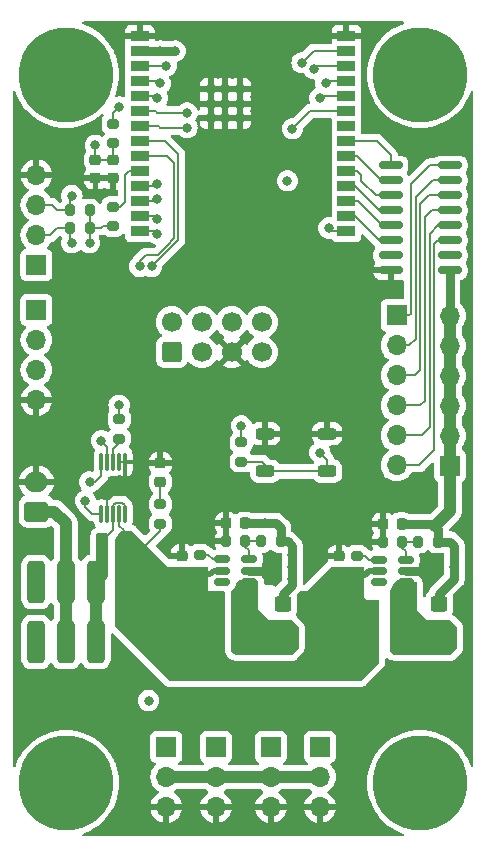
<source format=gbr>
%TF.GenerationSoftware,KiCad,Pcbnew,8.0.8*%
%TF.CreationDate,2025-02-17T10:13:52+00:00*%
%TF.ProjectId,receiver-esp32-c6,72656365-6976-4657-922d-65737033322d,rev?*%
%TF.SameCoordinates,Original*%
%TF.FileFunction,Copper,L1,Top*%
%TF.FilePolarity,Positive*%
%FSLAX46Y46*%
G04 Gerber Fmt 4.6, Leading zero omitted, Abs format (unit mm)*
G04 Created by KiCad (PCBNEW 8.0.8) date 2025-02-17 10:13:52*
%MOMM*%
%LPD*%
G01*
G04 APERTURE LIST*
G04 Aperture macros list*
%AMRoundRect*
0 Rectangle with rounded corners*
0 $1 Rounding radius*
0 $2 $3 $4 $5 $6 $7 $8 $9 X,Y pos of 4 corners*
0 Add a 4 corners polygon primitive as box body*
4,1,4,$2,$3,$4,$5,$6,$7,$8,$9,$2,$3,0*
0 Add four circle primitives for the rounded corners*
1,1,$1+$1,$2,$3*
1,1,$1+$1,$4,$5*
1,1,$1+$1,$6,$7*
1,1,$1+$1,$8,$9*
0 Add four rect primitives between the rounded corners*
20,1,$1+$1,$2,$3,$4,$5,0*
20,1,$1+$1,$4,$5,$6,$7,0*
20,1,$1+$1,$6,$7,$8,$9,0*
20,1,$1+$1,$8,$9,$2,$3,0*%
G04 Aperture macros list end*
%TA.AperFunction,SMDPad,CuDef*%
%ADD10RoundRect,0.200000X0.200000X0.275000X-0.200000X0.275000X-0.200000X-0.275000X0.200000X-0.275000X0*%
%TD*%
%TA.AperFunction,SMDPad,CuDef*%
%ADD11RoundRect,0.150000X0.512500X0.150000X-0.512500X0.150000X-0.512500X-0.150000X0.512500X-0.150000X0*%
%TD*%
%TA.AperFunction,ComponentPad*%
%ADD12R,1.700000X1.700000*%
%TD*%
%TA.AperFunction,ComponentPad*%
%ADD13O,1.700000X1.700000*%
%TD*%
%TA.AperFunction,SMDPad,CuDef*%
%ADD14RoundRect,0.250000X-0.262500X-0.450000X0.262500X-0.450000X0.262500X0.450000X-0.262500X0.450000X0*%
%TD*%
%TA.AperFunction,ComponentPad*%
%ADD15RoundRect,0.250000X0.600000X-0.600000X0.600000X0.600000X-0.600000X0.600000X-0.600000X-0.600000X0*%
%TD*%
%TA.AperFunction,ComponentPad*%
%ADD16C,1.700000*%
%TD*%
%TA.AperFunction,SMDPad,CuDef*%
%ADD17RoundRect,0.225000X-0.250000X0.225000X-0.250000X-0.225000X0.250000X-0.225000X0.250000X0.225000X0*%
%TD*%
%TA.AperFunction,SMDPad,CuDef*%
%ADD18RoundRect,0.200000X-0.275000X0.200000X-0.275000X-0.200000X0.275000X-0.200000X0.275000X0.200000X0*%
%TD*%
%TA.AperFunction,SMDPad,CuDef*%
%ADD19RoundRect,0.225000X0.250000X-0.225000X0.250000X0.225000X-0.250000X0.225000X-0.250000X-0.225000X0*%
%TD*%
%TA.AperFunction,SMDPad,CuDef*%
%ADD20RoundRect,0.200000X0.275000X-0.200000X0.275000X0.200000X-0.275000X0.200000X-0.275000X-0.200000X0*%
%TD*%
%TA.AperFunction,SMDPad,CuDef*%
%ADD21R,1.500000X0.900000*%
%TD*%
%TA.AperFunction,SMDPad,CuDef*%
%ADD22R,0.800000X0.800000*%
%TD*%
%TA.AperFunction,SMDPad,CuDef*%
%ADD23RoundRect,0.249999X-0.450001X-1.850001X0.450001X-1.850001X0.450001X1.850001X-0.450001X1.850001X0*%
%TD*%
%TA.AperFunction,ComponentPad*%
%ADD24C,4.400000*%
%TD*%
%TA.AperFunction,ConnectorPad*%
%ADD25C,8.000000*%
%TD*%
%TA.AperFunction,SMDPad,CuDef*%
%ADD26RoundRect,0.250000X-0.450000X0.400000X-0.450000X-0.400000X0.450000X-0.400000X0.450000X0.400000X0*%
%TD*%
%TA.AperFunction,SMDPad,CuDef*%
%ADD27RoundRect,0.200000X-0.200000X-0.275000X0.200000X-0.275000X0.200000X0.275000X-0.200000X0.275000X0*%
%TD*%
%TA.AperFunction,SMDPad,CuDef*%
%ADD28RoundRect,0.381000X-0.381000X1.419000X-0.381000X-1.419000X0.381000X-1.419000X0.381000X1.419000X0*%
%TD*%
%TA.AperFunction,SMDPad,CuDef*%
%ADD29RoundRect,0.225000X0.225000X0.250000X-0.225000X0.250000X-0.225000X-0.250000X0.225000X-0.250000X0*%
%TD*%
%TA.AperFunction,SMDPad,CuDef*%
%ADD30RoundRect,0.218750X-0.256250X0.218750X-0.256250X-0.218750X0.256250X-0.218750X0.256250X0.218750X0*%
%TD*%
%TA.AperFunction,SMDPad,CuDef*%
%ADD31RoundRect,0.075000X-0.075000X0.650000X-0.075000X-0.650000X0.075000X-0.650000X0.075000X0.650000X0*%
%TD*%
%TA.AperFunction,ComponentPad*%
%ADD32RoundRect,0.250000X0.750000X-0.600000X0.750000X0.600000X-0.750000X0.600000X-0.750000X-0.600000X0*%
%TD*%
%TA.AperFunction,ComponentPad*%
%ADD33O,2.000000X1.700000*%
%TD*%
%TA.AperFunction,SMDPad,CuDef*%
%ADD34RoundRect,0.250000X-0.525000X-0.250000X0.525000X-0.250000X0.525000X0.250000X-0.525000X0.250000X0*%
%TD*%
%TA.AperFunction,SMDPad,CuDef*%
%ADD35RoundRect,0.150000X-0.850000X-0.150000X0.850000X-0.150000X0.850000X0.150000X-0.850000X0.150000X0*%
%TD*%
%TA.AperFunction,ViaPad*%
%ADD36C,0.800000*%
%TD*%
%TA.AperFunction,Conductor*%
%ADD37C,0.203200*%
%TD*%
%TA.AperFunction,Conductor*%
%ADD38C,0.508000*%
%TD*%
%TA.AperFunction,Conductor*%
%ADD39C,0.762000*%
%TD*%
%TA.AperFunction,Conductor*%
%ADD40C,1.016000*%
%TD*%
G04 APERTURE END LIST*
D10*
%TO.P,R8,1*%
%TO.N,Net-(U4-FB)*%
X142675000Y-97000000D03*
%TO.P,R8,2*%
%TO.N,GND*%
X141025000Y-97000000D03*
%TD*%
D11*
%TO.P,U3,1,SW*%
%TO.N,/5VC*%
X156275000Y-100500000D03*
%TO.P,U3,2,GND*%
%TO.N,GND*%
X156275000Y-99550000D03*
%TO.P,U3,3,FB*%
%TO.N,Net-(U3-FB)*%
X156275000Y-98600000D03*
%TO.P,U3,4,EN*%
%TO.N,Net-(U3-EN)*%
X154000000Y-98600000D03*
%TO.P,U3,5,IN*%
%TO.N,VCC*%
X154000000Y-99550000D03*
%TO.P,U3,6,NC*%
%TO.N,unconnected-(U3-NC-Pad6)*%
X154000000Y-100500000D03*
%TD*%
D12*
%TO.P,J1,1,Pin_1*%
%TO.N,O_PWM_1*%
X136000000Y-114420000D03*
D13*
%TO.P,J1,2,Pin_2*%
%TO.N,+5V*%
X136000000Y-116960000D03*
%TO.P,J1,3,Pin_3*%
%TO.N,GND*%
X136000000Y-119500000D03*
%TD*%
D14*
%TO.P,R12,1*%
%TO.N,VSS*%
X130587500Y-97000000D03*
%TO.P,R12,2*%
%TO.N,VCC*%
X132412500Y-97000000D03*
%TD*%
D15*
%TO.P,J7,1,Pin_1*%
%TO.N,+3V3*%
X136460000Y-81000000D03*
D16*
%TO.P,J7,2,Pin_2*%
%TO.N,O_STEPPER_EN*%
X136460000Y-78460000D03*
%TO.P,J7,3,Pin_3*%
%TO.N,O_STEPPER_DIR*%
X139000000Y-81000000D03*
%TO.P,J7,4,Pin_4*%
%TO.N,O_STEPPER_STEP*%
X139000000Y-78460000D03*
%TO.P,J7,5,Pin_5*%
%TO.N,GND*%
X141540000Y-81000000D03*
%TO.P,J7,6,Pin_6*%
%TO.N,O_STEPPER_MS2*%
X141540000Y-78460000D03*
%TO.P,J7,7,Pin_7*%
%TO.N,O_STEPPER_MS1*%
X144080000Y-81000000D03*
%TO.P,J7,8,Pin_8*%
%TO.N,VCC*%
X144080000Y-78460000D03*
%TD*%
D17*
%TO.P,C8,1*%
%TO.N,+3V3*%
X130000000Y-64725000D03*
%TO.P,C8,2*%
%TO.N,GND*%
X130000000Y-66275000D03*
%TD*%
D18*
%TO.P,R13,1*%
%TO.N,+3V3*%
X132000000Y-86675000D03*
%TO.P,R13,2*%
%TO.N,Net-(U5-~{Alert})*%
X132000000Y-88325000D03*
%TD*%
D19*
%TO.P,C1,1*%
%TO.N,VCC*%
X150637500Y-99825000D03*
%TO.P,C1,2*%
%TO.N,GND*%
X150637500Y-98275000D03*
%TD*%
D20*
%TO.P,R4,1*%
%TO.N,+3V3*%
X131500000Y-63325000D03*
%TO.P,R4,2*%
%TO.N,RESET*%
X131500000Y-61675000D03*
%TD*%
D18*
%TO.P,R14,1*%
%TO.N,+3V3*%
X142350000Y-88640000D03*
%TO.P,R14,2*%
%TO.N,BOOT*%
X142350000Y-90290000D03*
%TD*%
D21*
%TO.P,U1,1,GND*%
%TO.N,GND*%
X133750000Y-54240000D03*
%TO.P,U1,2,3V3*%
%TO.N,+3V3*%
X133750000Y-55510000D03*
%TO.P,U1,3,EN/CHIP_PU*%
%TO.N,RESET*%
X133750000Y-56780000D03*
%TO.P,U1,4,MTMS/GPIO4/ADC1_CH4*%
%TO.N,O_STEPPER_EN*%
X133750000Y-58050000D03*
%TO.P,U1,5,MTDI/GPIO5/ADC1_CH5*%
%TO.N,O_STEPPER_DIR*%
X133750000Y-59320000D03*
%TO.P,U1,6,MTCK/GPIO6/ADC1_CH6*%
%TO.N,O_STEPPER_STEP*%
X133750000Y-60590000D03*
%TO.P,U1,7,MTDO/GPIO7*%
%TO.N,O_STEPPER_MS2*%
X133750000Y-61860000D03*
%TO.P,U1,8,GPIO0/ADC1_CH0/XTAL_32K_P*%
%TO.N,O_PWM_1*%
X133750000Y-63130000D03*
%TO.P,U1,9,GPIO1/ADC1_CH1/XTAL_32K_N*%
%TO.N,O_PWM_2*%
X133750000Y-64400000D03*
%TO.P,U1,10,GPIO8*%
%TO.N,Net-(U1-GPIO8)*%
X133750000Y-65670000D03*
%TO.P,U1,11,GPIO10*%
%TO.N,I2C_SDA*%
X133750000Y-66940000D03*
%TO.P,U1,12,GPIO11*%
%TO.N,I2C_SCL*%
X133750000Y-68210000D03*
%TO.P,U1,13,GPIO12/USB_D-*%
%TO.N,USB_D-*%
X133750000Y-69480000D03*
%TO.P,U1,14,GPIO13/USB_D+*%
%TO.N,USB_D+*%
X133750000Y-70750000D03*
%TO.P,U1,15,GPIO9*%
%TO.N,BOOT*%
X151250000Y-70750000D03*
%TO.P,U1,16,GPIO18*%
%TO.N,O_LED_6*%
X151250000Y-69480000D03*
%TO.P,U1,17,GPIO19*%
%TO.N,O_LED_5*%
X151250000Y-68210000D03*
%TO.P,U1,18,GPIO20*%
%TO.N,O_LED_4*%
X151250000Y-66940000D03*
%TO.P,U1,19,GPIO21*%
%TO.N,O_LED_3*%
X151250000Y-65670000D03*
%TO.P,U1,20,GPIO22*%
%TO.N,O_LED_2*%
X151250000Y-64400000D03*
%TO.P,U1,21,GPIO23*%
%TO.N,O_LED_1*%
X151250000Y-63130000D03*
%TO.P,U1,22,NC*%
%TO.N,unconnected-(U1-NC-Pad22)*%
X151250000Y-61860000D03*
%TO.P,U1,23,GPIO15*%
%TO.N,O_STEPPER_MS1*%
X151250000Y-60590000D03*
%TO.P,U1,24,U0RXD/GPIO17*%
%TO.N,UART_RX*%
X151250000Y-59320000D03*
%TO.P,U1,25,U0TXD/GPIO16*%
%TO.N,UART_TX*%
X151250000Y-58050000D03*
%TO.P,U1,26,GPIO3/ADC1_CH3*%
%TO.N,O_PWM_4*%
X151250000Y-56780000D03*
%TO.P,U1,27,GPIO2/ADC1_CH2*%
%TO.N,O_PWM_3*%
X151250000Y-55510000D03*
%TO.P,U1,28,GND*%
%TO.N,GND*%
X151250000Y-54240000D03*
D22*
%TO.P,U1,29,GND*%
X139745000Y-58710000D03*
X139745000Y-59960000D03*
X139745000Y-61210000D03*
X140995000Y-58710000D03*
X140995000Y-59960000D03*
X140995000Y-61210000D03*
X142245000Y-58710000D03*
X142245000Y-59960000D03*
X142245000Y-61210000D03*
%TD*%
D19*
%TO.P,C6,1*%
%TO.N,VCC*%
X137350000Y-99775000D03*
%TO.P,C6,2*%
%TO.N,GND*%
X137350000Y-98225000D03*
%TD*%
D10*
%TO.P,R1,1*%
%TO.N,+5V*%
X158962500Y-97050000D03*
%TO.P,R1,2*%
%TO.N,Net-(U3-FB)*%
X157312500Y-97050000D03*
%TD*%
D20*
%TO.P,R3,1*%
%TO.N,VCC*%
X135500000Y-95537500D03*
%TO.P,R3,2*%
%TO.N,Net-(D3-A)*%
X135500000Y-93887500D03*
%TD*%
D12*
%TO.P,J10,1,Pin_1*%
%TO.N,VCC*%
X125000000Y-77420000D03*
D13*
%TO.P,J10,2,Pin_2*%
%TO.N,USB_D-*%
X125000000Y-79960000D03*
%TO.P,J10,3,Pin_3*%
%TO.N,USB_D+*%
X125000000Y-82500000D03*
%TO.P,J10,4,Pin_4*%
%TO.N,GND*%
X125000000Y-85040000D03*
%TD*%
D23*
%TO.P,L1,1,1*%
%TO.N,VCC*%
X152287500Y-104550000D03*
%TO.P,L1,2,2*%
%TO.N,/5VC*%
X155987500Y-104550000D03*
%TD*%
D24*
%TO.P,H2,1*%
%TO.N,N/C*%
X157500000Y-57500000D03*
D25*
X157500000Y-57500000D03*
%TD*%
D20*
%TO.P,R6,1*%
%TO.N,VCC*%
X138850000Y-99825000D03*
%TO.P,R6,2*%
%TO.N,Net-(U4-EN)*%
X138850000Y-98175000D03*
%TD*%
D26*
%TO.P,D4,1,K*%
%TO.N,+3V3*%
X145906000Y-102302000D03*
%TO.P,D4,2,A*%
%TO.N,/3V3C*%
X145906000Y-105202000D03*
%TD*%
D27*
%TO.P,R10,1*%
%TO.N,I2C_SDA*%
X127850000Y-69000000D03*
%TO.P,R10,2*%
%TO.N,+3V3*%
X129500000Y-69000000D03*
%TD*%
D28*
%TO.P,SW1,1,A*%
%TO.N,VSS*%
X130040000Y-100460000D03*
%TO.P,SW1,2,B*%
%TO.N,+BATT*%
X127500000Y-100460000D03*
%TO.P,SW1,3,C*%
%TO.N,unconnected-(SW1-C-Pad3)*%
X124960000Y-100460000D03*
%TO.P,SW1,4,A*%
%TO.N,VSS*%
X130040000Y-105540000D03*
%TO.P,SW1,5,B*%
%TO.N,+BATT*%
X127500000Y-105540000D03*
%TO.P,SW1,6,C*%
%TO.N,unconnected-(SW1-C-Pad6)*%
X124960000Y-105540000D03*
%TD*%
D29*
%TO.P,C7,1*%
%TO.N,+3V3*%
X142625000Y-95500000D03*
%TO.P,C7,2*%
%TO.N,GND*%
X141075000Y-95500000D03*
%TD*%
D12*
%TO.P,J4,1,Pin_1*%
%TO.N,+5V*%
X160000000Y-90620000D03*
D13*
%TO.P,J4,2,Pin_2*%
X160000000Y-88080000D03*
%TO.P,J4,3,Pin_3*%
X160000000Y-85540000D03*
%TO.P,J4,4,Pin_4*%
X160000000Y-83000000D03*
%TO.P,J4,5,Pin_5*%
X160000000Y-80460000D03*
%TO.P,J4,6,Pin_6*%
X160000000Y-77920000D03*
%TD*%
D23*
%TO.P,L2,1,1*%
%TO.N,VCC*%
X139000000Y-104500000D03*
%TO.P,L2,2,2*%
%TO.N,/3V3C*%
X142700000Y-104500000D03*
%TD*%
D30*
%TO.P,D3,1,K*%
%TO.N,GND*%
X135500000Y-90425000D03*
%TO.P,D3,2,A*%
%TO.N,Net-(D3-A)*%
X135500000Y-92000000D03*
%TD*%
D31*
%TO.P,U5,1,A1*%
%TO.N,GND*%
X132500000Y-90300000D03*
%TO.P,U5,2,A0*%
X132000000Y-90300000D03*
%TO.P,U5,3,~{Alert}*%
%TO.N,Net-(U5-~{Alert})*%
X131500000Y-90300000D03*
%TO.P,U5,4,SDA*%
%TO.N,I2C_SDA*%
X131000000Y-90300000D03*
%TO.P,U5,5,SCL*%
%TO.N,I2C_SCL*%
X130500000Y-90300000D03*
%TO.P,U5,6,VS*%
%TO.N,+3V3*%
X130500000Y-94700000D03*
%TO.P,U5,7,GND*%
%TO.N,GND*%
X131000000Y-94700000D03*
%TO.P,U5,8,Vbus*%
%TO.N,VSS*%
X131500000Y-94700000D03*
%TO.P,U5,9,Vin-*%
%TO.N,VCC*%
X132000000Y-94700000D03*
%TO.P,U5,10,Vin+*%
%TO.N,VSS*%
X132500000Y-94700000D03*
%TD*%
D20*
%TO.P,R5,1*%
%TO.N,VCC*%
X152137500Y-99875000D03*
%TO.P,R5,2*%
%TO.N,Net-(U3-EN)*%
X152137500Y-98225000D03*
%TD*%
%TO.P,R9,1*%
%TO.N,+3V3*%
X131500000Y-70325000D03*
%TO.P,R9,2*%
%TO.N,Net-(U1-GPIO8)*%
X131500000Y-68675000D03*
%TD*%
D32*
%TO.P,J6,1,Pin_1*%
%TO.N,+BATT*%
X125000000Y-94500000D03*
D33*
%TO.P,J6,2,Pin_2*%
%TO.N,GND*%
X125000000Y-92000000D03*
%TD*%
D24*
%TO.P,H3,1*%
%TO.N,N/C*%
X127500000Y-117500000D03*
D25*
X127500000Y-117500000D03*
%TD*%
D12*
%TO.P,J5,1,Pin_1*%
%TO.N,Net-(J5-Pin_1)*%
X155500000Y-77880000D03*
D13*
%TO.P,J5,2,Pin_2*%
%TO.N,Net-(J5-Pin_2)*%
X155500000Y-80420000D03*
%TO.P,J5,3,Pin_3*%
%TO.N,Net-(J5-Pin_3)*%
X155500000Y-82960000D03*
%TO.P,J5,4,Pin_4*%
%TO.N,Net-(J5-Pin_4)*%
X155500000Y-85500000D03*
%TO.P,J5,5,Pin_5*%
%TO.N,Net-(J5-Pin_5)*%
X155500000Y-88040000D03*
%TO.P,J5,6,Pin_6*%
%TO.N,Net-(J5-Pin_6)*%
X155500000Y-90580000D03*
%TD*%
D26*
%TO.P,D1,1,K*%
%TO.N,+5V*%
X159114000Y-102302000D03*
%TO.P,D1,2,A*%
%TO.N,/5VC*%
X159114000Y-105202000D03*
%TD*%
D11*
%TO.P,U4,1,SW*%
%TO.N,/3V3C*%
X142987500Y-100450000D03*
%TO.P,U4,2,GND*%
%TO.N,GND*%
X142987500Y-99500000D03*
%TO.P,U4,3,FB*%
%TO.N,Net-(U4-FB)*%
X142987500Y-98550000D03*
%TO.P,U4,4,EN*%
%TO.N,Net-(U4-EN)*%
X140712500Y-98550000D03*
%TO.P,U4,5,IN*%
%TO.N,VCC*%
X140712500Y-99500000D03*
%TO.P,U4,6,NC*%
%TO.N,unconnected-(U4-NC-Pad6)*%
X140712500Y-100450000D03*
%TD*%
D24*
%TO.P,H1,1*%
%TO.N,N/C*%
X127500000Y-57500000D03*
D25*
X127500000Y-57500000D03*
%TD*%
D34*
%TO.P,SW2,1,1*%
%TO.N,GND*%
X144375000Y-87900000D03*
X149625000Y-87900000D03*
%TO.P,SW2,2,2*%
%TO.N,BOOT*%
X144375000Y-91100000D03*
X149625000Y-91100000D03*
%TD*%
D27*
%TO.P,R11,1*%
%TO.N,I2C_SCL*%
X127850000Y-70500000D03*
%TO.P,R11,2*%
%TO.N,+3V3*%
X129500000Y-70500000D03*
%TD*%
D12*
%TO.P,J11,1,Pin_1*%
%TO.N,O_PWM_4*%
X149000000Y-114420000D03*
D13*
%TO.P,J11,2,Pin_2*%
%TO.N,+5V*%
X149000000Y-116960000D03*
%TO.P,J11,3,Pin_3*%
%TO.N,GND*%
X149000000Y-119500000D03*
%TD*%
D29*
%TO.P,C2,1*%
%TO.N,+5V*%
X155912500Y-95550000D03*
%TO.P,C2,2*%
%TO.N,GND*%
X154362500Y-95550000D03*
%TD*%
D12*
%TO.P,J2,1,Pin_1*%
%TO.N,O_PWM_2*%
X140200000Y-114420000D03*
D13*
%TO.P,J2,2,Pin_2*%
%TO.N,+5V*%
X140200000Y-116960000D03*
%TO.P,J2,3,Pin_3*%
%TO.N,GND*%
X140200000Y-119500000D03*
%TD*%
D24*
%TO.P,H4,1*%
%TO.N,N/C*%
X157500000Y-117500000D03*
D25*
X157500000Y-117500000D03*
%TD*%
D10*
%TO.P,R7,1*%
%TO.N,+3V3*%
X145675000Y-97000000D03*
%TO.P,R7,2*%
%TO.N,Net-(U4-FB)*%
X144025000Y-97000000D03*
%TD*%
D17*
%TO.P,C9,1*%
%TO.N,+3V3*%
X131500000Y-64725000D03*
%TO.P,C9,2*%
%TO.N,GND*%
X131500000Y-66275000D03*
%TD*%
D10*
%TO.P,R2,1*%
%TO.N,Net-(U3-FB)*%
X155962500Y-97050000D03*
%TO.P,R2,2*%
%TO.N,GND*%
X154312500Y-97050000D03*
%TD*%
D35*
%TO.P,U2,1,I1*%
%TO.N,O_LED_1*%
X155000000Y-65190000D03*
%TO.P,U2,2,I2*%
%TO.N,O_LED_2*%
X155000000Y-66460000D03*
%TO.P,U2,3,I3*%
%TO.N,O_LED_3*%
X155000000Y-67730000D03*
%TO.P,U2,4,I4*%
%TO.N,O_LED_4*%
X155000000Y-69000000D03*
%TO.P,U2,5,I5*%
%TO.N,O_LED_5*%
X155000000Y-70270000D03*
%TO.P,U2,6,I6*%
%TO.N,O_LED_6*%
X155000000Y-71540000D03*
%TO.P,U2,7,I7*%
%TO.N,unconnected-(U2-I7-Pad7)*%
X155000000Y-72810000D03*
%TO.P,U2,8,GND*%
%TO.N,GND*%
X155000000Y-74080000D03*
%TO.P,U2,9,COM*%
%TO.N,+5V*%
X160000000Y-74080000D03*
%TO.P,U2,10,O7*%
%TO.N,unconnected-(U2-O7-Pad10)*%
X160000000Y-72810000D03*
%TO.P,U2,11,O6*%
%TO.N,Net-(J5-Pin_6)*%
X160000000Y-71540000D03*
%TO.P,U2,12,O5*%
%TO.N,Net-(J5-Pin_5)*%
X160000000Y-70270000D03*
%TO.P,U2,13,O4*%
%TO.N,Net-(J5-Pin_4)*%
X160000000Y-69000000D03*
%TO.P,U2,14,O3*%
%TO.N,Net-(J5-Pin_3)*%
X160000000Y-67730000D03*
%TO.P,U2,15,O2*%
%TO.N,Net-(J5-Pin_2)*%
X160000000Y-66460000D03*
%TO.P,U2,16,O1*%
%TO.N,Net-(J5-Pin_1)*%
X160000000Y-65190000D03*
%TD*%
D12*
%TO.P,J9,1,Pin_1*%
%TO.N,+3V3*%
X125000000Y-73620000D03*
D13*
%TO.P,J9,2,Pin_2*%
%TO.N,I2C_SCL*%
X125000000Y-71080000D03*
%TO.P,J9,3,Pin_3*%
%TO.N,I2C_SDA*%
X125000000Y-68540000D03*
%TO.P,J9,4,Pin_4*%
%TO.N,GND*%
X125000000Y-66000000D03*
%TD*%
D12*
%TO.P,J3,1,Pin_1*%
%TO.N,O_PWM_3*%
X144850000Y-114420000D03*
D13*
%TO.P,J3,2,Pin_2*%
%TO.N,+5V*%
X144850000Y-116960000D03*
%TO.P,J3,3,Pin_3*%
%TO.N,GND*%
X144850000Y-119500000D03*
%TD*%
D36*
%TO.N,GND*%
X151000000Y-84420000D03*
X151000000Y-79420000D03*
X146000000Y-79420000D03*
X132000000Y-82420000D03*
X132000000Y-77420000D03*
X128000000Y-111420000D03*
X151000000Y-110420000D03*
X147000000Y-110420000D03*
X143000000Y-83420000D03*
X140000000Y-83420000D03*
X127000000Y-88420000D03*
X152000000Y-95420000D03*
X150000000Y-95420000D03*
X139000000Y-86420000D03*
X139000000Y-71420000D03*
X146000000Y-73420000D03*
X146000000Y-70420000D03*
X142000000Y-70420000D03*
X151000000Y-73420000D03*
X151000000Y-75420000D03*
X147000000Y-89420000D03*
X146000000Y-85420000D03*
X136000000Y-86420000D03*
X139000000Y-90420000D03*
X141000000Y-93420000D03*
X139000000Y-93420000D03*
X132000000Y-110420000D03*
X143000000Y-110420000D03*
X152000000Y-118420000D03*
X159000000Y-110420000D03*
X133000000Y-113420000D03*
X124000000Y-112420000D03*
X124000000Y-110420000D03*
X152000000Y-120420000D03*
X133000000Y-120420000D03*
X132100000Y-73720000D03*
X138400000Y-69420000D03*
X127900000Y-65620000D03*
X127900000Y-63120000D03*
X123800000Y-61420000D03*
X153400000Y-53920000D03*
X148400000Y-53920000D03*
X146700000Y-53920000D03*
X145000000Y-53920000D03*
X143200000Y-53920000D03*
X141500000Y-53920000D03*
X139800000Y-53920000D03*
X138000000Y-53920000D03*
X136000000Y-53920000D03*
X131600000Y-53920000D03*
X141000000Y-63320000D03*
X142300000Y-56920000D03*
X139700000Y-56920000D03*
X157000000Y-63420000D03*
X153400000Y-61520000D03*
X161000000Y-62320000D03*
%TO.N,VCC*%
X132700000Y-99620000D03*
X132700000Y-98520000D03*
%TO.N,GND*%
X144890000Y-99942000D03*
X144890000Y-98418000D03*
X158098000Y-99942000D03*
X158860000Y-99180000D03*
X158098000Y-98418000D03*
%TO.N,+5V*%
X160384000Y-99180000D03*
%TO.N,+3V3*%
X146668000Y-99180000D03*
X146668000Y-98164000D03*
X146250000Y-66500000D03*
X130000000Y-63500000D03*
X136750000Y-55500000D03*
X129142000Y-93592000D03*
X135500000Y-55510000D03*
X142350000Y-87242000D03*
X129500000Y-71750000D03*
X144382000Y-95500000D03*
X146668000Y-100196000D03*
X132000000Y-85500000D03*
%TO.N,O_PWM_4*%
X148500000Y-57000000D03*
%TO.N,O_PWM_2*%
X133750000Y-73750000D03*
X134500000Y-110500000D03*
%TO.N,O_PWM_3*%
X147500000Y-56500000D03*
%TO.N,O_PWM_1*%
X134750000Y-73750000D03*
%TO.N,O_STEPPER_DIR*%
X135250000Y-59500000D03*
%TO.N,O_STEPPER_MS1*%
X146668000Y-62096000D03*
%TO.N,O_STEPPER_EN*%
X135500000Y-58250000D03*
%TO.N,O_STEPPER_STEP*%
X137750000Y-60750000D03*
%TO.N,O_STEPPER_MS2*%
X137750000Y-62000000D03*
%TO.N,UART_RX*%
X149000000Y-59500000D03*
%TO.N,RESET*%
X132000000Y-60250000D03*
X136000000Y-56750000D03*
%TO.N,BOOT*%
X149000000Y-89500000D03*
X149750000Y-70500000D03*
%TO.N,UART_TX*%
X149500000Y-58250000D03*
%TO.N,I2C_SCL*%
X129500000Y-92000000D03*
X128000000Y-71750000D03*
X135250000Y-68000000D03*
%TO.N,I2C_SDA*%
X130500000Y-88500000D03*
X128000000Y-67750000D03*
X135250000Y-66750000D03*
%TO.N,USB_D-*%
X135250000Y-69750000D03*
%TO.N,USB_D+*%
X135250000Y-71000000D03*
%TD*%
D37*
%TO.N,O_LED_1*%
X155000000Y-65190000D02*
X155000000Y-64305000D01*
X155000000Y-64305000D02*
X153825000Y-63130000D01*
X153825000Y-63130000D02*
X151250000Y-63130000D01*
%TO.N,O_LED_2*%
X155000000Y-66460000D02*
X154182500Y-66460000D01*
X154182500Y-66460000D02*
X152122500Y-64400000D01*
X152122500Y-64400000D02*
X151250000Y-64400000D01*
%TO.N,Net-(J5-Pin_2)*%
X155500000Y-80420000D02*
X156580000Y-80420000D01*
X158540000Y-66460000D02*
X160000000Y-66460000D01*
X156580000Y-80420000D02*
X157100000Y-79900000D01*
X157100000Y-79900000D02*
X157100000Y-67900000D01*
X157100000Y-67900000D02*
X158540000Y-66460000D01*
%TO.N,Net-(J5-Pin_4)*%
X155500000Y-85500000D02*
X157500000Y-85500000D01*
X157900000Y-85100000D02*
X157900000Y-69600000D01*
X157500000Y-85500000D02*
X157900000Y-85100000D01*
X157900000Y-69600000D02*
X158500000Y-69000000D01*
X158500000Y-69000000D02*
X160000000Y-69000000D01*
%TO.N,Net-(J5-Pin_5)*%
X155500000Y-88040000D02*
X157629800Y-88040000D01*
X158300000Y-70970001D02*
X159000001Y-70270000D01*
X157629800Y-88040000D02*
X158300000Y-87369800D01*
X158300000Y-87369800D02*
X158300000Y-70970001D01*
X159000001Y-70270000D02*
X160000000Y-70270000D01*
%TO.N,Net-(J5-Pin_6)*%
X155500000Y-90580000D02*
X157420000Y-90580000D01*
X158700000Y-89300000D02*
X158700000Y-71840001D01*
X159000001Y-71540000D02*
X160000000Y-71540000D01*
X157420000Y-90580000D02*
X158700000Y-89300000D01*
X158700000Y-71840001D02*
X159000001Y-71540000D01*
%TO.N,Net-(J5-Pin_1)*%
X155500000Y-77880000D02*
X156553200Y-77880000D01*
X156553200Y-77880000D02*
X156700000Y-77733200D01*
X156700000Y-77733200D02*
X156700000Y-66800000D01*
X158310000Y-65190000D02*
X160000000Y-65190000D01*
X156700000Y-66800000D02*
X158310000Y-65190000D01*
D38*
%TO.N,VCC*%
X139673000Y-99825000D02*
X138850000Y-99825000D01*
X139998000Y-99500000D02*
X139673000Y-99825000D01*
X153156000Y-99550000D02*
X152831000Y-99875000D01*
X154000000Y-99550000D02*
X153156000Y-99550000D01*
D37*
X135500000Y-95537500D02*
X135500000Y-96120000D01*
X132000000Y-95688000D02*
X132000000Y-94700000D01*
X132412500Y-97000000D02*
X132412500Y-96100500D01*
D38*
X140712500Y-99500000D02*
X139998000Y-99500000D01*
D37*
X132412500Y-96100500D02*
X132000000Y-95688000D01*
D38*
X152831000Y-99875000D02*
X152137500Y-99875000D01*
D37*
X135500000Y-96120000D02*
X134200000Y-97420000D01*
D39*
%TO.N,GND*%
X156275000Y-99550000D02*
X157706000Y-99550000D01*
X142987500Y-99500000D02*
X144448000Y-99500000D01*
D37*
X132000000Y-90300000D02*
X132500000Y-90300000D01*
X131000000Y-93418000D02*
X130920000Y-93338000D01*
D39*
X157706000Y-99550000D02*
X158098000Y-99942000D01*
D37*
X131000000Y-94700000D02*
X131000000Y-93592000D01*
D39*
X144448000Y-99500000D02*
X144890000Y-99942000D01*
%TO.N,+5V*%
X160384000Y-97402000D02*
X160032000Y-97050000D01*
X160384000Y-100196000D02*
X160384000Y-97402000D01*
D40*
X160000000Y-90620000D02*
X160000000Y-94484000D01*
D39*
X160032000Y-97050000D02*
X158962500Y-97050000D01*
X158733000Y-95751000D02*
X158962500Y-95980500D01*
D40*
X160000000Y-90620000D02*
X160000000Y-77920000D01*
D39*
X158962500Y-95980500D02*
X158962500Y-97050000D01*
D40*
X136000000Y-116960000D02*
X149000000Y-116960000D01*
D39*
X158532000Y-95550000D02*
X158733000Y-95751000D01*
X159114000Y-102302000D02*
X159114000Y-101466000D01*
D40*
X160000000Y-94484000D02*
X158733000Y-95751000D01*
D39*
X160000000Y-74080000D02*
X160000000Y-77920000D01*
X159114000Y-101466000D02*
X160384000Y-100196000D01*
X155912500Y-95550000D02*
X158532000Y-95550000D01*
D37*
%TO.N,+3V3*%
X132000000Y-86675000D02*
X132000000Y-85500000D01*
X129742000Y-94700000D02*
X129650000Y-94608000D01*
X130675000Y-70325000D02*
X130500000Y-70500000D01*
D39*
X145675000Y-95901000D02*
X145274000Y-95500000D01*
D37*
X130500000Y-70500000D02*
X129500000Y-70500000D01*
X129500000Y-70500000D02*
X129500000Y-71750000D01*
D39*
X145906000Y-101466000D02*
X146668000Y-100704000D01*
X145274000Y-95500000D02*
X144382000Y-95500000D01*
X146668000Y-98164000D02*
X146668000Y-97402000D01*
X146266000Y-97000000D02*
X145675000Y-97000000D01*
D37*
X130000000Y-64725000D02*
X130000000Y-63500000D01*
X129650000Y-94608000D02*
X129142000Y-94100000D01*
D39*
X133750000Y-55510000D02*
X135250000Y-55510000D01*
D37*
X129142000Y-94100000D02*
X129142000Y-93592000D01*
X131500000Y-70325000D02*
X130675000Y-70325000D01*
X131500000Y-64725000D02*
X130000000Y-64725000D01*
D39*
X146668000Y-100704000D02*
X146668000Y-100196000D01*
X145675000Y-97000000D02*
X145675000Y-95901000D01*
X146668000Y-97402000D02*
X146266000Y-97000000D01*
D37*
X142350000Y-88640000D02*
X142350000Y-87242000D01*
X130500000Y-94700000D02*
X129742000Y-94700000D01*
X131500000Y-63325000D02*
X131500000Y-64725000D01*
D39*
X146668000Y-100196000D02*
X146668000Y-99180000D01*
X135250000Y-55510000D02*
X135500000Y-55510000D01*
X145906000Y-102302000D02*
X145906000Y-101466000D01*
X144382000Y-95500000D02*
X142625000Y-95500000D01*
D37*
X129500000Y-70500000D02*
X129500000Y-69000000D01*
D39*
X146668000Y-99180000D02*
X146668000Y-98164000D01*
X136740000Y-55510000D02*
X136750000Y-55500000D01*
X135500000Y-55510000D02*
X136740000Y-55510000D01*
D37*
%TO.N,Net-(D3-A)*%
X135500000Y-93887500D02*
X135500000Y-92000000D01*
%TO.N,O_PWM_4*%
X148720000Y-56780000D02*
X148500000Y-57000000D01*
X151250000Y-56780000D02*
X148720000Y-56780000D01*
%TO.N,O_PWM_2*%
X134250000Y-72750000D02*
X133750000Y-73250000D01*
X133750000Y-73250000D02*
X133750000Y-73750000D01*
X136669800Y-65000000D02*
X136669800Y-71000000D01*
X136669800Y-71000000D02*
X136669800Y-71363226D01*
X135283026Y-72750000D02*
X134250000Y-72750000D01*
X136016513Y-72016513D02*
X135283026Y-72750000D01*
X133750000Y-64400000D02*
X136069800Y-64400000D01*
X136069800Y-64400000D02*
X136669800Y-65000000D01*
X136669800Y-71363226D02*
X136016513Y-72016513D01*
%TO.N,O_PWM_3*%
X148490000Y-55510000D02*
X147500000Y-56500000D01*
X151250000Y-55510000D02*
X148490000Y-55510000D01*
%TO.N,O_PWM_1*%
X135880000Y-63130000D02*
X137000000Y-64250000D01*
X133750000Y-63130000D02*
X135880000Y-63130000D01*
X137000000Y-64250000D02*
X137000000Y-71500000D01*
X137000000Y-71500000D02*
X134750000Y-73750000D01*
%TO.N,Net-(J5-Pin_3)*%
X157500000Y-68500000D02*
X158270000Y-67730000D01*
X157040000Y-82960000D02*
X157500000Y-82500000D01*
X155500000Y-82960000D02*
X157040000Y-82960000D01*
X158270000Y-67730000D02*
X160000000Y-67730000D01*
X157500000Y-82500000D02*
X157500000Y-68500000D01*
D40*
%TO.N,+BATT*%
X127500000Y-95500000D02*
X127500000Y-100460000D01*
X125000000Y-94500000D02*
X126500000Y-94500000D01*
X126500000Y-94500000D02*
X127500000Y-95500000D01*
X127500000Y-105540000D02*
X127500000Y-100460000D01*
D37*
%TO.N,O_STEPPER_DIR*%
X135070000Y-59320000D02*
X135250000Y-59500000D01*
X133750000Y-59320000D02*
X135070000Y-59320000D01*
%TO.N,O_STEPPER_MS1*%
X146668000Y-62096000D02*
X148174000Y-60590000D01*
X148174000Y-60590000D02*
X151250000Y-60590000D01*
%TO.N,O_STEPPER_EN*%
X135300000Y-58050000D02*
X135500000Y-58250000D01*
X133750000Y-58050000D02*
X135300000Y-58050000D01*
%TO.N,O_STEPPER_STEP*%
X135090000Y-60590000D02*
X135250000Y-60750000D01*
X137750000Y-60750000D02*
X135250000Y-60750000D01*
X133750000Y-60590000D02*
X135090000Y-60590000D01*
%TO.N,O_STEPPER_MS2*%
X137750000Y-62000000D02*
X135500000Y-62000000D01*
X133750000Y-61860000D02*
X135360000Y-61860000D01*
X135360000Y-61860000D02*
X135500000Y-62000000D01*
%TO.N,UART_RX*%
X149180000Y-59320000D02*
X151250000Y-59320000D01*
X149000000Y-59500000D02*
X149180000Y-59320000D01*
%TO.N,RESET*%
X135970000Y-56780000D02*
X133750000Y-56780000D01*
X136000000Y-56750000D02*
X135970000Y-56780000D01*
X131500000Y-60750000D02*
X132000000Y-60250000D01*
X131500000Y-61675000D02*
X131500000Y-60750000D01*
%TO.N,BOOT*%
X144375000Y-91100000D02*
X149625000Y-91100000D01*
X149625000Y-91100000D02*
X149625000Y-90125000D01*
X151250000Y-70750000D02*
X150000000Y-70750000D01*
X150000000Y-70750000D02*
X149750000Y-70500000D01*
X144128000Y-90290000D02*
X142350000Y-90290000D01*
X144375000Y-91100000D02*
X144375000Y-90537000D01*
X149625000Y-90125000D02*
X149000000Y-89500000D01*
X144375000Y-90537000D02*
X144128000Y-90290000D01*
%TO.N,UART_TX*%
X149700000Y-58050000D02*
X149500000Y-58250000D01*
X151250000Y-58050000D02*
X149700000Y-58050000D01*
%TO.N,I2C_SCL*%
X130500000Y-90300000D02*
X130500000Y-91500000D01*
X130500000Y-91500000D02*
X130000000Y-92000000D01*
X126750000Y-70500000D02*
X127850000Y-70500000D01*
X127850000Y-70500000D02*
X127850000Y-71600000D01*
X126170000Y-71080000D02*
X126750000Y-70500000D01*
X127850000Y-71600000D02*
X128000000Y-71750000D01*
X125000000Y-71080000D02*
X126170000Y-71080000D01*
X130000000Y-92000000D02*
X129500000Y-92000000D01*
X135040000Y-68210000D02*
X135250000Y-68000000D01*
X133750000Y-68210000D02*
X135040000Y-68210000D01*
%TO.N,I2C_SDA*%
X135060000Y-66940000D02*
X135250000Y-66750000D01*
X131000000Y-90300000D02*
X131000000Y-89000000D01*
X127850000Y-67900000D02*
X128000000Y-67750000D01*
X133750000Y-66940000D02*
X135060000Y-66940000D01*
X126290000Y-68540000D02*
X126750000Y-69000000D01*
X125000000Y-68540000D02*
X126290000Y-68540000D01*
X126750000Y-69000000D02*
X127850000Y-69000000D01*
X131000000Y-89000000D02*
X130500000Y-88500000D01*
X127850000Y-69000000D02*
X127850000Y-67900000D01*
%TO.N,USB_D-*%
X133750000Y-69480000D02*
X134980000Y-69480000D01*
X134980000Y-69480000D02*
X135250000Y-69750000D01*
%TO.N,USB_D+*%
X133750000Y-70750000D02*
X135000000Y-70750000D01*
X135000000Y-70750000D02*
X135250000Y-71000000D01*
%TO.N,Net-(U3-FB)*%
X155962500Y-97552500D02*
X156275000Y-97865000D01*
X156275000Y-97865000D02*
X156275000Y-98600000D01*
X155962500Y-97050000D02*
X155962500Y-97552500D01*
X155962500Y-97050000D02*
X157312500Y-97050000D01*
%TO.N,Net-(U3-EN)*%
X153200000Y-98600000D02*
X152825000Y-98225000D01*
X152825000Y-98225000D02*
X152137500Y-98225000D01*
X154000000Y-98600000D02*
X153200000Y-98600000D01*
%TO.N,Net-(U4-EN)*%
X140712500Y-98550000D02*
X139942000Y-98550000D01*
X139942000Y-98550000D02*
X139567000Y-98175000D01*
X139567000Y-98175000D02*
X138850000Y-98175000D01*
%TO.N,Net-(U4-FB)*%
X142987500Y-97785500D02*
X142987500Y-98550000D01*
X144025000Y-97000000D02*
X142675000Y-97000000D01*
X142675000Y-97473000D02*
X142987500Y-97785500D01*
X142675000Y-97000000D02*
X142675000Y-97473000D01*
%TO.N,Net-(U1-GPIO8)*%
X132500000Y-66000000D02*
X132500000Y-68250000D01*
X132500000Y-68250000D02*
X132075000Y-68675000D01*
X133750000Y-65670000D02*
X132830000Y-65670000D01*
X132075000Y-68675000D02*
X131500000Y-68675000D01*
X132830000Y-65670000D02*
X132500000Y-66000000D01*
D40*
%TO.N,VSS*%
X130587500Y-99912500D02*
X130040000Y-100460000D01*
D37*
X132500000Y-93975001D02*
X132271399Y-93746400D01*
X132271399Y-93746400D02*
X131728601Y-93746400D01*
X131500000Y-93975001D02*
X131500000Y-94700000D01*
X131728601Y-93746400D02*
X131500000Y-93975001D01*
D40*
X130587500Y-97000000D02*
X130587500Y-99912500D01*
D37*
X131500000Y-96087500D02*
X130587500Y-97000000D01*
X132500000Y-94700000D02*
X132500000Y-93975001D01*
X131500000Y-94700000D02*
X131500000Y-96087500D01*
D40*
X130040000Y-100460000D02*
X130040000Y-105540000D01*
D37*
%TO.N,Net-(U5-~{Alert})*%
X131500000Y-90300000D02*
X131500000Y-89202000D01*
X131500000Y-89202000D02*
X132000000Y-88702000D01*
X132000000Y-88702000D02*
X132000000Y-88325000D01*
%TO.N,O_LED_3*%
X155000000Y-67730000D02*
X153730000Y-67730000D01*
X152500000Y-66500000D02*
X152500000Y-66000000D01*
X153730000Y-67730000D02*
X152500000Y-66500000D01*
X151250000Y-65670000D02*
X152170000Y-65670000D01*
X152170000Y-65670000D02*
X152500000Y-66000000D01*
%TO.N,O_LED_5*%
X154270000Y-70270000D02*
X155000000Y-70270000D01*
X151250000Y-68210000D02*
X152210000Y-68210000D01*
X152210000Y-68210000D02*
X154270000Y-70270000D01*
%TO.N,O_LED_6*%
X151980000Y-69480000D02*
X154040000Y-71540000D01*
X154040000Y-71540000D02*
X155000000Y-71540000D01*
X151250000Y-69480000D02*
X151980000Y-69480000D01*
%TO.N,O_LED_4*%
X151940000Y-66940000D02*
X154000000Y-69000000D01*
X154000000Y-69000000D02*
X155000000Y-69000000D01*
X151250000Y-66940000D02*
X151940000Y-66940000D01*
%TD*%
%TA.AperFunction,Conductor*%
%TO.N,/3V3C*%
G36*
X142249110Y-100261770D02*
G01*
X142372426Y-100297597D01*
X142372429Y-100297597D01*
X142372431Y-100297598D01*
X142409306Y-100300500D01*
X142591943Y-100300500D01*
X142639395Y-100309939D01*
X142730371Y-100347622D01*
X142730376Y-100347624D01*
X142730380Y-100347624D01*
X142730381Y-100347625D01*
X142900677Y-100381500D01*
X142900680Y-100381500D01*
X143676000Y-100381500D01*
X143743039Y-100401185D01*
X143788794Y-100453989D01*
X143800000Y-100505500D01*
X143800000Y-102820000D01*
X144700000Y-103720000D01*
X146648638Y-103720000D01*
X146715677Y-103739685D01*
X146736319Y-103756319D01*
X147163681Y-104183681D01*
X147197166Y-104245004D01*
X147200000Y-104271362D01*
X147200000Y-106068638D01*
X147180315Y-106135677D01*
X147163681Y-106156319D01*
X146736319Y-106583681D01*
X146674996Y-106617166D01*
X146648638Y-106620000D01*
X141851362Y-106620000D01*
X141784323Y-106600315D01*
X141763681Y-106583681D01*
X141536319Y-106356319D01*
X141502834Y-106294996D01*
X141500000Y-106268638D01*
X141500000Y-101263836D01*
X141519685Y-101196797D01*
X141560876Y-101157106D01*
X141626865Y-101118081D01*
X141743081Y-101001865D01*
X141826744Y-100860398D01*
X141872598Y-100702569D01*
X141875500Y-100665694D01*
X141875500Y-100595861D01*
X141895185Y-100528822D01*
X141911814Y-100508185D01*
X142126836Y-100293163D01*
X142188157Y-100259680D01*
X142249110Y-100261770D01*
G37*
%TD.AperFunction*%
%TD*%
%TA.AperFunction,Conductor*%
%TO.N,VCC*%
G36*
X133075677Y-96151685D02*
G01*
X133096319Y-96168319D01*
X136108000Y-99180000D01*
X139432000Y-99180000D01*
X139499039Y-99199685D01*
X139544794Y-99252489D01*
X139556000Y-99304000D01*
X139556000Y-100167400D01*
X139552636Y-100191039D01*
X139553540Y-100191205D01*
X139552401Y-100197438D01*
X139549500Y-100234298D01*
X139549500Y-100665701D01*
X139552401Y-100702567D01*
X139553540Y-100708799D01*
X139552635Y-100708964D01*
X139556000Y-100732601D01*
X139556000Y-101212000D01*
X139957256Y-101212000D01*
X139991851Y-101216924D01*
X140097426Y-101247597D01*
X140097429Y-101247597D01*
X140097431Y-101247598D01*
X140134306Y-101250500D01*
X140870500Y-101250500D01*
X140937539Y-101270185D01*
X140983294Y-101322989D01*
X140994500Y-101374500D01*
X140994500Y-106268640D01*
X140997397Y-106322688D01*
X140997397Y-106322689D01*
X141000229Y-106349022D01*
X141000232Y-106349049D01*
X141008885Y-106402445D01*
X141008885Y-106402447D01*
X141050395Y-106513737D01*
X141059168Y-106537257D01*
X141092653Y-106598580D01*
X141178877Y-106713761D01*
X141178881Y-106713765D01*
X141178886Y-106713771D01*
X141406223Y-106941107D01*
X141406239Y-106941123D01*
X141406255Y-106941137D01*
X141406262Y-106941144D01*
X141446480Y-106977271D01*
X141446492Y-106977281D01*
X141446500Y-106977288D01*
X141467142Y-106993922D01*
X141511026Y-107025567D01*
X141641903Y-107085338D01*
X141708942Y-107105023D01*
X141708946Y-107105024D01*
X141851362Y-107125500D01*
X141851365Y-107125500D01*
X146648640Y-107125500D01*
X146658786Y-107124955D01*
X146702678Y-107122603D01*
X146702686Y-107122602D01*
X146702688Y-107122602D01*
X146702689Y-107122602D01*
X146709682Y-107121849D01*
X146729036Y-107119769D01*
X146729046Y-107119767D01*
X146729049Y-107119767D01*
X146738648Y-107118211D01*
X146782448Y-107111114D01*
X146917257Y-107060832D01*
X146978580Y-107027347D01*
X147093761Y-106941123D01*
X147521123Y-106513761D01*
X147557288Y-106473500D01*
X147573922Y-106452858D01*
X147605567Y-106408974D01*
X147665338Y-106278097D01*
X147685023Y-106211058D01*
X147685024Y-106211054D01*
X147705500Y-106068638D01*
X147705500Y-104271362D01*
X147702603Y-104217322D01*
X147699769Y-104190964D01*
X147691114Y-104137552D01*
X147640832Y-104002743D01*
X147607347Y-103941420D01*
X147521123Y-103826239D01*
X147521118Y-103826234D01*
X147521113Y-103826228D01*
X147093776Y-103398892D01*
X147093761Y-103398877D01*
X147093737Y-103398855D01*
X147053519Y-103362728D01*
X147053507Y-103362718D01*
X147032860Y-103346079D01*
X147019744Y-103336621D01*
X146993303Y-103317554D01*
X146950441Y-103262380D01*
X146944212Y-103192788D01*
X146960288Y-103151887D01*
X147040814Y-103021334D01*
X147095999Y-102854797D01*
X147106500Y-102752009D01*
X147106499Y-101851992D01*
X147095999Y-101749203D01*
X147063663Y-101651622D01*
X147061262Y-101581796D01*
X147093687Y-101524940D01*
X147352706Y-101265923D01*
X147352708Y-101265918D01*
X147356570Y-101261215D01*
X147357778Y-101262206D01*
X147405529Y-101222303D01*
X147455016Y-101212000D01*
X147938000Y-101212000D01*
X149933681Y-99216319D01*
X149995004Y-99182834D01*
X150021362Y-99180000D01*
X150113105Y-99180000D01*
X150152109Y-99186294D01*
X150239792Y-99215349D01*
X150339155Y-99225500D01*
X150935844Y-99225499D01*
X150935852Y-99225498D01*
X150935855Y-99225498D01*
X151008463Y-99218081D01*
X151035208Y-99215349D01*
X151122891Y-99186294D01*
X151161895Y-99180000D01*
X152640000Y-99180000D01*
X152707039Y-99199685D01*
X152752794Y-99252489D01*
X152764000Y-99304000D01*
X152764000Y-101720000D01*
X153018000Y-101974000D01*
X153910000Y-101974000D01*
X153977039Y-101993685D01*
X154022794Y-102046489D01*
X154034000Y-102098000D01*
X154034000Y-107256638D01*
X154014315Y-107323677D01*
X153997681Y-107344319D01*
X152546319Y-108795681D01*
X152484996Y-108829166D01*
X152458638Y-108832000D01*
X136305362Y-108832000D01*
X136238323Y-108812315D01*
X136217681Y-108795681D01*
X131718319Y-104296319D01*
X131684834Y-104234996D01*
X131682000Y-104208638D01*
X131682000Y-96808360D01*
X131701685Y-96741321D01*
X131718319Y-96720679D01*
X131841194Y-96597804D01*
X131981800Y-96457198D01*
X132016035Y-96397900D01*
X132061067Y-96319902D01*
X132086790Y-96223904D01*
X132123155Y-96164246D01*
X132186002Y-96133717D01*
X132206564Y-96132000D01*
X133008638Y-96132000D01*
X133075677Y-96151685D01*
G37*
%TD.AperFunction*%
%TD*%
%TA.AperFunction,Conductor*%
%TO.N,/5VC*%
G36*
X155585040Y-100325839D02*
G01*
X155659931Y-100347598D01*
X155696806Y-100350500D01*
X155879443Y-100350500D01*
X155926895Y-100359939D01*
X156017871Y-100397622D01*
X156017876Y-100397624D01*
X156017880Y-100397624D01*
X156017881Y-100397625D01*
X156188177Y-100431500D01*
X156188180Y-100431500D01*
X157076000Y-100431500D01*
X157143039Y-100451185D01*
X157188794Y-100503989D01*
X157200000Y-100555500D01*
X157200000Y-102820000D01*
X158100000Y-103720000D01*
X160048638Y-103720000D01*
X160115677Y-103739685D01*
X160136319Y-103756319D01*
X160563681Y-104183681D01*
X160597166Y-104245004D01*
X160600000Y-104271362D01*
X160600000Y-106068638D01*
X160580315Y-106135677D01*
X160563681Y-106156319D01*
X160136319Y-106583681D01*
X160074996Y-106617166D01*
X160048638Y-106620000D01*
X155251362Y-106620000D01*
X155184323Y-106600315D01*
X155163681Y-106583681D01*
X154936319Y-106356319D01*
X154902834Y-106294996D01*
X154900000Y-106268638D01*
X154900000Y-101233808D01*
X154919685Y-101166769D01*
X154936314Y-101146131D01*
X155030581Y-101051865D01*
X155114244Y-100910398D01*
X155160098Y-100752569D01*
X155163000Y-100715694D01*
X155163000Y-100708361D01*
X155182685Y-100641322D01*
X155199314Y-100620685D01*
X155462766Y-100357233D01*
X155524087Y-100323750D01*
X155585040Y-100325839D01*
G37*
%TD.AperFunction*%
%TD*%
%TA.AperFunction,Conductor*%
%TO.N,GND*%
G36*
X158180834Y-97749838D02*
G01*
X158225181Y-97778339D01*
X158327311Y-97880469D01*
X158327313Y-97880470D01*
X158327315Y-97880472D01*
X158472894Y-97968478D01*
X158635304Y-98019086D01*
X158705884Y-98025500D01*
X158705887Y-98025500D01*
X159219113Y-98025500D01*
X159219116Y-98025500D01*
X159289696Y-98019086D01*
X159341610Y-98002908D01*
X159411470Y-98001757D01*
X159470862Y-98038558D01*
X159500930Y-98101627D01*
X159502500Y-98121294D01*
X159502500Y-98959257D01*
X159498405Y-98985118D01*
X159499676Y-98985389D01*
X159498326Y-98991739D01*
X159486752Y-99101865D01*
X159478540Y-99180000D01*
X159491335Y-99301744D01*
X159498327Y-99368261D01*
X159499678Y-99374617D01*
X159498396Y-99374889D01*
X159502500Y-99400741D01*
X159502500Y-99779507D01*
X159482815Y-99846546D01*
X159466181Y-99867188D01*
X158429296Y-100904072D01*
X158429295Y-100904073D01*
X158332822Y-101048456D01*
X158266377Y-101208871D01*
X158266376Y-101208875D01*
X158264081Y-101220411D01*
X158231691Y-101282320D01*
X158207569Y-101301746D01*
X158195345Y-101309286D01*
X158195344Y-101309287D01*
X158071287Y-101433345D01*
X157979187Y-101582663D01*
X157979185Y-101582668D01*
X157947206Y-101679176D01*
X157907433Y-101736621D01*
X157842917Y-101763444D01*
X157774142Y-101751129D01*
X157722942Y-101703586D01*
X157705500Y-101640172D01*
X157705500Y-100555510D01*
X157705500Y-100555500D01*
X157693947Y-100448044D01*
X157682741Y-100396533D01*
X157682637Y-100396222D01*
X157648616Y-100294002D01*
X157648613Y-100293996D01*
X157616483Y-100244002D01*
X157570825Y-100172957D01*
X157570820Y-100172951D01*
X157525074Y-100120157D01*
X157525071Y-100120154D01*
X157512405Y-100109179D01*
X157439102Y-100045660D01*
X157401328Y-99986882D01*
X157401229Y-99917353D01*
X157434599Y-99802494D01*
X157434600Y-99802488D01*
X157434795Y-99800001D01*
X157434795Y-99800000D01*
X157169315Y-99800000D01*
X157106194Y-99782732D01*
X157055191Y-99752569D01*
X157047898Y-99748256D01*
X157047897Y-99748255D01*
X157047896Y-99748255D01*
X157047893Y-99748254D01*
X156890073Y-99702402D01*
X156890067Y-99702401D01*
X156853201Y-99699500D01*
X156853194Y-99699500D01*
X156399000Y-99699500D01*
X156331961Y-99679815D01*
X156286206Y-99627011D01*
X156275000Y-99575500D01*
X156275000Y-99524500D01*
X156294685Y-99457461D01*
X156347489Y-99411706D01*
X156399000Y-99400500D01*
X156853186Y-99400500D01*
X156853194Y-99400500D01*
X156890069Y-99397598D01*
X156890071Y-99397597D01*
X156890073Y-99397597D01*
X156969169Y-99374617D01*
X157047898Y-99351744D01*
X157106194Y-99317268D01*
X157169315Y-99300000D01*
X157434795Y-99300000D01*
X157434795Y-99299998D01*
X157434600Y-99297511D01*
X157434599Y-99297505D01*
X157388783Y-99139806D01*
X157388781Y-99139801D01*
X157388078Y-99138612D01*
X157387810Y-99137558D01*
X157385684Y-99132644D01*
X157386476Y-99132300D01*
X157370895Y-99070888D01*
X157386509Y-99017714D01*
X157386146Y-99017557D01*
X157387420Y-99014612D01*
X157388079Y-99012369D01*
X157389242Y-99010401D01*
X157389244Y-99010398D01*
X157435098Y-98852569D01*
X157438000Y-98815694D01*
X157438000Y-98384306D01*
X157435098Y-98347431D01*
X157431285Y-98334306D01*
X157387645Y-98184095D01*
X157387844Y-98114225D01*
X157425786Y-98055555D01*
X157489425Y-98026712D01*
X157506721Y-98025500D01*
X157569113Y-98025500D01*
X157569116Y-98025500D01*
X157639696Y-98019086D01*
X157802106Y-97968478D01*
X157947685Y-97880472D01*
X157997689Y-97830468D01*
X158049819Y-97778339D01*
X158111142Y-97744854D01*
X158180834Y-97749838D01*
G37*
%TD.AperFunction*%
%TA.AperFunction,Conductor*%
G36*
X144893334Y-97699838D02*
G01*
X144937681Y-97728339D01*
X145039811Y-97830469D01*
X145039813Y-97830470D01*
X145039815Y-97830472D01*
X145185394Y-97918478D01*
X145347804Y-97969086D01*
X145418384Y-97975500D01*
X145644636Y-97975500D01*
X145711675Y-97995185D01*
X145757430Y-98047989D01*
X145767956Y-98112460D01*
X145762540Y-98164000D01*
X145781818Y-98347426D01*
X145782327Y-98352261D01*
X145783678Y-98358617D01*
X145782396Y-98358889D01*
X145786500Y-98384741D01*
X145786500Y-98959257D01*
X145782405Y-98985118D01*
X145783676Y-98985389D01*
X145782326Y-98991739D01*
X145770752Y-99101865D01*
X145762540Y-99180000D01*
X145775335Y-99301744D01*
X145782327Y-99368261D01*
X145783678Y-99374617D01*
X145782396Y-99374889D01*
X145786500Y-99400741D01*
X145786500Y-99975257D01*
X145782405Y-100001118D01*
X145783676Y-100001389D01*
X145782326Y-100007739D01*
X145762540Y-100196000D01*
X145772224Y-100288144D01*
X145759654Y-100356873D01*
X145736584Y-100388785D01*
X145310818Y-100814550D01*
X145249495Y-100848035D01*
X145179803Y-100843051D01*
X145141933Y-100820581D01*
X145134973Y-100814550D01*
X145125606Y-100806433D01*
X145125603Y-100806431D01*
X145125601Y-100806430D01*
X144994735Y-100746664D01*
X144994730Y-100746662D01*
X144994729Y-100746662D01*
X144927690Y-100726977D01*
X144927692Y-100726977D01*
X144927687Y-100726976D01*
X144865624Y-100718053D01*
X144785270Y-100706500D01*
X144429500Y-100706500D01*
X144362461Y-100686815D01*
X144316706Y-100634011D01*
X144305500Y-100582500D01*
X144305500Y-100505510D01*
X144305500Y-100505500D01*
X144293947Y-100398044D01*
X144282741Y-100346533D01*
X144265255Y-100293996D01*
X144248616Y-100244002D01*
X144248613Y-100243996D01*
X144202958Y-100172957D01*
X144170825Y-100122957D01*
X144168396Y-100120154D01*
X144125071Y-100070153D01*
X144123276Y-100068358D01*
X144104219Y-100043789D01*
X144101744Y-100039604D01*
X144101744Y-100039602D01*
X144100571Y-100037619D01*
X144083396Y-99969895D01*
X144098753Y-99917603D01*
X144098184Y-99917357D01*
X144100182Y-99912738D01*
X144100581Y-99911382D01*
X144101281Y-99910197D01*
X144147100Y-99752486D01*
X144147295Y-99750001D01*
X144147295Y-99750000D01*
X143881815Y-99750000D01*
X143818694Y-99732732D01*
X143789884Y-99715694D01*
X143760398Y-99698256D01*
X143760397Y-99698255D01*
X143760396Y-99698255D01*
X143760393Y-99698254D01*
X143602573Y-99652402D01*
X143602567Y-99652401D01*
X143565701Y-99649500D01*
X143565694Y-99649500D01*
X143111500Y-99649500D01*
X143044461Y-99629815D01*
X142998706Y-99577011D01*
X142987500Y-99525500D01*
X142987500Y-99474500D01*
X143007185Y-99407461D01*
X143059989Y-99361706D01*
X143111500Y-99350500D01*
X143565686Y-99350500D01*
X143565694Y-99350500D01*
X143602569Y-99347598D01*
X143602571Y-99347597D01*
X143602573Y-99347597D01*
X143648320Y-99334306D01*
X143760398Y-99301744D01*
X143818694Y-99267268D01*
X143881815Y-99250000D01*
X144147295Y-99250000D01*
X144147295Y-99249998D01*
X144147100Y-99247511D01*
X144147099Y-99247505D01*
X144101283Y-99089806D01*
X144101281Y-99089801D01*
X144100578Y-99088612D01*
X144100310Y-99087558D01*
X144098184Y-99082644D01*
X144098976Y-99082300D01*
X144083395Y-99020888D01*
X144099009Y-98967714D01*
X144098646Y-98967557D01*
X144099920Y-98964612D01*
X144100579Y-98962369D01*
X144101742Y-98960401D01*
X144101744Y-98960398D01*
X144147598Y-98802569D01*
X144150500Y-98765694D01*
X144150500Y-98334306D01*
X144147598Y-98297431D01*
X144147597Y-98297426D01*
X144100145Y-98134095D01*
X144100344Y-98064225D01*
X144138286Y-98005555D01*
X144201925Y-97976712D01*
X144219221Y-97975500D01*
X144281613Y-97975500D01*
X144281616Y-97975500D01*
X144352196Y-97969086D01*
X144514606Y-97918478D01*
X144660185Y-97830472D01*
X144710612Y-97780045D01*
X144762319Y-97728339D01*
X144823642Y-97694854D01*
X144893334Y-97699838D01*
G37*
%TD.AperFunction*%
%TA.AperFunction,Conductor*%
G36*
X140354855Y-79126546D02*
G01*
X140371575Y-79145842D01*
X140501500Y-79331395D01*
X140501505Y-79331401D01*
X140668599Y-79498495D01*
X140795593Y-79587417D01*
X140854595Y-79628731D01*
X140898219Y-79683308D01*
X140905412Y-79752807D01*
X140873890Y-79815161D01*
X140854594Y-79831881D01*
X140778627Y-79885073D01*
X140778626Y-79885073D01*
X141410591Y-80517037D01*
X141347007Y-80534075D01*
X141232993Y-80599901D01*
X141139901Y-80692993D01*
X141074075Y-80807007D01*
X141057037Y-80870590D01*
X140425073Y-80238626D01*
X140425072Y-80238627D01*
X140371880Y-80314595D01*
X140317303Y-80358220D01*
X140247805Y-80365414D01*
X140185450Y-80333891D01*
X140168730Y-80314595D01*
X140038494Y-80128597D01*
X139871402Y-79961506D01*
X139871396Y-79961501D01*
X139685842Y-79831575D01*
X139642217Y-79776998D01*
X139635023Y-79707500D01*
X139666546Y-79645145D01*
X139685842Y-79628425D01*
X139744407Y-79587417D01*
X139871401Y-79498495D01*
X140038495Y-79331401D01*
X140168425Y-79145842D01*
X140223002Y-79102217D01*
X140292500Y-79095023D01*
X140354855Y-79126546D01*
G37*
%TD.AperFunction*%
%TA.AperFunction,Conductor*%
G36*
X142894855Y-79126546D02*
G01*
X142911575Y-79145842D01*
X143041501Y-79331396D01*
X143041506Y-79331402D01*
X143208597Y-79498493D01*
X143208603Y-79498498D01*
X143394158Y-79628425D01*
X143437783Y-79683002D01*
X143444977Y-79752500D01*
X143413454Y-79814855D01*
X143394158Y-79831575D01*
X143208597Y-79961505D01*
X143041508Y-80128594D01*
X142911269Y-80314595D01*
X142856692Y-80358219D01*
X142787193Y-80365412D01*
X142724839Y-80333890D01*
X142708119Y-80314595D01*
X142654925Y-80238626D01*
X142022962Y-80870590D01*
X142005925Y-80807007D01*
X141940099Y-80692993D01*
X141847007Y-80599901D01*
X141732993Y-80534075D01*
X141669409Y-80517037D01*
X142301372Y-79885073D01*
X142301372Y-79885072D01*
X142225405Y-79831879D01*
X142181780Y-79777302D01*
X142174588Y-79707804D01*
X142206110Y-79645449D01*
X142225406Y-79628730D01*
X142225842Y-79628425D01*
X142411401Y-79498495D01*
X142578495Y-79331401D01*
X142708425Y-79145842D01*
X142763002Y-79102217D01*
X142832500Y-79095023D01*
X142894855Y-79126546D01*
G37*
%TD.AperFunction*%
%TA.AperFunction,Conductor*%
G36*
X156069759Y-53020185D02*
G01*
X156115514Y-53072989D01*
X156125458Y-53142147D01*
X156096433Y-53205703D01*
X156042127Y-53242071D01*
X155942947Y-53275312D01*
X155872485Y-53298929D01*
X155491822Y-53467010D01*
X155491801Y-53467020D01*
X155128268Y-53669506D01*
X155128262Y-53669510D01*
X154784943Y-53904689D01*
X154784933Y-53904696D01*
X154464805Y-54170528D01*
X154464785Y-54170546D01*
X154170546Y-54464785D01*
X154170528Y-54464805D01*
X153904696Y-54784933D01*
X153904689Y-54784943D01*
X153669510Y-55128262D01*
X153669506Y-55128268D01*
X153467020Y-55491801D01*
X153467010Y-55491822D01*
X153298929Y-55872485D01*
X153166679Y-56267066D01*
X153071405Y-56672146D01*
X153071403Y-56672154D01*
X153013913Y-57084292D01*
X153013912Y-57084297D01*
X153013912Y-57084303D01*
X152994693Y-57500000D01*
X153013912Y-57915697D01*
X153013912Y-57915702D01*
X153013913Y-57915707D01*
X153071403Y-58327845D01*
X153071405Y-58327853D01*
X153166679Y-58732933D01*
X153298929Y-59127514D01*
X153467010Y-59508177D01*
X153467020Y-59508198D01*
X153669506Y-59871731D01*
X153669509Y-59871735D01*
X153669511Y-59871739D01*
X153904687Y-60215054D01*
X153904689Y-60215056D01*
X153904696Y-60215066D01*
X154127057Y-60482844D01*
X154170538Y-60535206D01*
X154464794Y-60829462D01*
X154464805Y-60829471D01*
X154784933Y-61095303D01*
X154784939Y-61095307D01*
X154784946Y-61095313D01*
X155128261Y-61330489D01*
X155128267Y-61330492D01*
X155128268Y-61330493D01*
X155294551Y-61423112D01*
X155491812Y-61532985D01*
X155682153Y-61617029D01*
X155872485Y-61701070D01*
X155872488Y-61701071D01*
X155872495Y-61701074D01*
X156267064Y-61833320D01*
X156672152Y-61928596D01*
X157084303Y-61986088D01*
X157500000Y-62005307D01*
X157915697Y-61986088D01*
X158327848Y-61928596D01*
X158732936Y-61833320D01*
X159127505Y-61701074D01*
X159508188Y-61532985D01*
X159871739Y-61330489D01*
X160215054Y-61095313D01*
X160535206Y-60829462D01*
X160829462Y-60535206D01*
X161095313Y-60215054D01*
X161330489Y-59871739D01*
X161532985Y-59508188D01*
X161701074Y-59127505D01*
X161757928Y-58957872D01*
X161797897Y-58900565D01*
X161862504Y-58873963D01*
X161931237Y-58886513D01*
X161982274Y-58934230D01*
X161999500Y-58997280D01*
X161999500Y-116002719D01*
X161979815Y-116069758D01*
X161927011Y-116115513D01*
X161857853Y-116125457D01*
X161794297Y-116096432D01*
X161757928Y-116042125D01*
X161701074Y-115872495D01*
X161700036Y-115870145D01*
X161592917Y-115627544D01*
X161532985Y-115491812D01*
X161436107Y-115317883D01*
X161330493Y-115128268D01*
X161330492Y-115128267D01*
X161330489Y-115128261D01*
X161095313Y-114784946D01*
X161095307Y-114784939D01*
X161095303Y-114784933D01*
X160829471Y-114464805D01*
X160829462Y-114464794D01*
X160535206Y-114170538D01*
X160535194Y-114170528D01*
X160215066Y-113904696D01*
X160215056Y-113904689D01*
X160215054Y-113904687D01*
X159871739Y-113669511D01*
X159871735Y-113669509D01*
X159871731Y-113669506D01*
X159508198Y-113467020D01*
X159508177Y-113467010D01*
X159127514Y-113298929D01*
X158732933Y-113166679D01*
X158327853Y-113071405D01*
X158327845Y-113071403D01*
X157915707Y-113013913D01*
X157915702Y-113013912D01*
X157915697Y-113013912D01*
X157500000Y-112994693D01*
X157084303Y-113013912D01*
X157084297Y-113013912D01*
X157084292Y-113013913D01*
X156672154Y-113071403D01*
X156672146Y-113071405D01*
X156267066Y-113166679D01*
X155872485Y-113298929D01*
X155491822Y-113467010D01*
X155491801Y-113467020D01*
X155128268Y-113669506D01*
X155128262Y-113669510D01*
X154784943Y-113904689D01*
X154784933Y-113904696D01*
X154464805Y-114170528D01*
X154464785Y-114170546D01*
X154170546Y-114464785D01*
X154170528Y-114464805D01*
X153904696Y-114784933D01*
X153904689Y-114784943D01*
X153669510Y-115128262D01*
X153669506Y-115128268D01*
X153467020Y-115491801D01*
X153467010Y-115491822D01*
X153298929Y-115872485D01*
X153166679Y-116267066D01*
X153071405Y-116672146D01*
X153071403Y-116672154D01*
X153013913Y-117084292D01*
X153013912Y-117084297D01*
X153013912Y-117084303D01*
X152994693Y-117500000D01*
X153013912Y-117915697D01*
X153013912Y-117915702D01*
X153013913Y-117915707D01*
X153071403Y-118327845D01*
X153071405Y-118327853D01*
X153166679Y-118732933D01*
X153298929Y-119127514D01*
X153467010Y-119508177D01*
X153467020Y-119508198D01*
X153669506Y-119871731D01*
X153669509Y-119871735D01*
X153669511Y-119871739D01*
X153904687Y-120215054D01*
X153904689Y-120215056D01*
X153904696Y-120215066D01*
X154034251Y-120371082D01*
X154170538Y-120535206D01*
X154464794Y-120829462D01*
X154511062Y-120867882D01*
X154784933Y-121095303D01*
X154784939Y-121095307D01*
X154784946Y-121095313D01*
X155128261Y-121330489D01*
X155491812Y-121532985D01*
X155682153Y-121617029D01*
X155872485Y-121701070D01*
X155872488Y-121701071D01*
X155872495Y-121701074D01*
X156042127Y-121757928D01*
X156099435Y-121797897D01*
X156126037Y-121862504D01*
X156113487Y-121931237D01*
X156065770Y-121982274D01*
X156002720Y-121999500D01*
X128997280Y-121999500D01*
X128930241Y-121979815D01*
X128884486Y-121927011D01*
X128874542Y-121857853D01*
X128903567Y-121794297D01*
X128957872Y-121757928D01*
X129127505Y-121701074D01*
X129508188Y-121532985D01*
X129871739Y-121330489D01*
X130215054Y-121095313D01*
X130535206Y-120829462D01*
X130829462Y-120535206D01*
X131095313Y-120215054D01*
X131330489Y-119871739D01*
X131532985Y-119508188D01*
X131701074Y-119127505D01*
X131833320Y-118732936D01*
X131928596Y-118327848D01*
X131986088Y-117915697D01*
X132005307Y-117500000D01*
X131986088Y-117084303D01*
X131968749Y-116959999D01*
X134644341Y-116959999D01*
X134644341Y-116960000D01*
X134664936Y-117195403D01*
X134664938Y-117195413D01*
X134726094Y-117423655D01*
X134726096Y-117423659D01*
X134726097Y-117423663D01*
X134761694Y-117500000D01*
X134825965Y-117637830D01*
X134825967Y-117637834D01*
X134961501Y-117831395D01*
X134961506Y-117831402D01*
X135128597Y-117998493D01*
X135128603Y-117998498D01*
X135314594Y-118128730D01*
X135358219Y-118183307D01*
X135365413Y-118252805D01*
X135333890Y-118315160D01*
X135314595Y-118331880D01*
X135128922Y-118461890D01*
X135128920Y-118461891D01*
X134961891Y-118628920D01*
X134961886Y-118628926D01*
X134826400Y-118822420D01*
X134826399Y-118822422D01*
X134726570Y-119036507D01*
X134726567Y-119036513D01*
X134669364Y-119249999D01*
X134669364Y-119250000D01*
X135566988Y-119250000D01*
X135534075Y-119307007D01*
X135500000Y-119434174D01*
X135500000Y-119565826D01*
X135534075Y-119692993D01*
X135566988Y-119750000D01*
X134669364Y-119750000D01*
X134726567Y-119963486D01*
X134726570Y-119963492D01*
X134826399Y-120177578D01*
X134961894Y-120371082D01*
X135128917Y-120538105D01*
X135322421Y-120673600D01*
X135536507Y-120773429D01*
X135536516Y-120773433D01*
X135750000Y-120830634D01*
X135750000Y-119933012D01*
X135807007Y-119965925D01*
X135934174Y-120000000D01*
X136065826Y-120000000D01*
X136192993Y-119965925D01*
X136250000Y-119933012D01*
X136250000Y-120830633D01*
X136463483Y-120773433D01*
X136463492Y-120773429D01*
X136677578Y-120673600D01*
X136871082Y-120538105D01*
X137038105Y-120371082D01*
X137173600Y-120177578D01*
X137273429Y-119963492D01*
X137273432Y-119963486D01*
X137330636Y-119750000D01*
X136433012Y-119750000D01*
X136465925Y-119692993D01*
X136500000Y-119565826D01*
X136500000Y-119434174D01*
X136465925Y-119307007D01*
X136433012Y-119250000D01*
X137330636Y-119250000D01*
X137330635Y-119249999D01*
X137273432Y-119036513D01*
X137273429Y-119036507D01*
X137173600Y-118822422D01*
X137173599Y-118822420D01*
X137038113Y-118628926D01*
X137038108Y-118628920D01*
X136871078Y-118461890D01*
X136685405Y-118331879D01*
X136641780Y-118277302D01*
X136634588Y-118207804D01*
X136666110Y-118145449D01*
X136685406Y-118128730D01*
X136871401Y-117998495D01*
X136872573Y-117997512D01*
X136873192Y-117997240D01*
X136875836Y-117995390D01*
X136876207Y-117995921D01*
X136936580Y-117969498D01*
X136952280Y-117968500D01*
X139247720Y-117968500D01*
X139314759Y-117988185D01*
X139327427Y-117997512D01*
X139328598Y-117998495D01*
X139514594Y-118128730D01*
X139558219Y-118183307D01*
X139565413Y-118252805D01*
X139533890Y-118315160D01*
X139514595Y-118331880D01*
X139328922Y-118461890D01*
X139328920Y-118461891D01*
X139161891Y-118628920D01*
X139161886Y-118628926D01*
X139026400Y-118822420D01*
X139026399Y-118822422D01*
X138926570Y-119036507D01*
X138926567Y-119036513D01*
X138869364Y-119249999D01*
X138869364Y-119250000D01*
X139766988Y-119250000D01*
X139734075Y-119307007D01*
X139700000Y-119434174D01*
X139700000Y-119565826D01*
X139734075Y-119692993D01*
X139766988Y-119750000D01*
X138869364Y-119750000D01*
X138926567Y-119963486D01*
X138926570Y-119963492D01*
X139026399Y-120177578D01*
X139161894Y-120371082D01*
X139328917Y-120538105D01*
X139522421Y-120673600D01*
X139736507Y-120773429D01*
X139736516Y-120773433D01*
X139950000Y-120830634D01*
X139950000Y-119933012D01*
X140007007Y-119965925D01*
X140134174Y-120000000D01*
X140265826Y-120000000D01*
X140392993Y-119965925D01*
X140450000Y-119933012D01*
X140450000Y-120830633D01*
X140663483Y-120773433D01*
X140663492Y-120773429D01*
X140877578Y-120673600D01*
X141071082Y-120538105D01*
X141238105Y-120371082D01*
X141373600Y-120177578D01*
X141473429Y-119963492D01*
X141473432Y-119963486D01*
X141530636Y-119750000D01*
X140633012Y-119750000D01*
X140665925Y-119692993D01*
X140700000Y-119565826D01*
X140700000Y-119434174D01*
X140665925Y-119307007D01*
X140633012Y-119250000D01*
X141530636Y-119250000D01*
X141530635Y-119249999D01*
X141473432Y-119036513D01*
X141473429Y-119036507D01*
X141373600Y-118822422D01*
X141373599Y-118822420D01*
X141238113Y-118628926D01*
X141238108Y-118628920D01*
X141071078Y-118461890D01*
X140885405Y-118331879D01*
X140841780Y-118277302D01*
X140834588Y-118207804D01*
X140866110Y-118145449D01*
X140885406Y-118128730D01*
X141071401Y-117998495D01*
X141072573Y-117997512D01*
X141073192Y-117997240D01*
X141075836Y-117995390D01*
X141076207Y-117995921D01*
X141136580Y-117969498D01*
X141152280Y-117968500D01*
X143897720Y-117968500D01*
X143964759Y-117988185D01*
X143977427Y-117997512D01*
X143978598Y-117998495D01*
X144164594Y-118128730D01*
X144208219Y-118183307D01*
X144215413Y-118252805D01*
X144183890Y-118315160D01*
X144164595Y-118331880D01*
X143978922Y-118461890D01*
X143978920Y-118461891D01*
X143811891Y-118628920D01*
X143811886Y-118628926D01*
X143676400Y-118822420D01*
X143676399Y-118822422D01*
X143576570Y-119036507D01*
X143576567Y-119036513D01*
X143519364Y-119249999D01*
X143519364Y-119250000D01*
X144416988Y-119250000D01*
X144384075Y-119307007D01*
X144350000Y-119434174D01*
X144350000Y-119565826D01*
X144384075Y-119692993D01*
X144416988Y-119750000D01*
X143519364Y-119750000D01*
X143576567Y-119963486D01*
X143576570Y-119963492D01*
X143676399Y-120177578D01*
X143811894Y-120371082D01*
X143978917Y-120538105D01*
X144172421Y-120673600D01*
X144386507Y-120773429D01*
X144386516Y-120773433D01*
X144600000Y-120830634D01*
X144600000Y-119933012D01*
X144657007Y-119965925D01*
X144784174Y-120000000D01*
X144915826Y-120000000D01*
X145042993Y-119965925D01*
X145100000Y-119933012D01*
X145100000Y-120830633D01*
X145313483Y-120773433D01*
X145313492Y-120773429D01*
X145527578Y-120673600D01*
X145721082Y-120538105D01*
X145888105Y-120371082D01*
X146023600Y-120177578D01*
X146123429Y-119963492D01*
X146123432Y-119963486D01*
X146180636Y-119750000D01*
X145283012Y-119750000D01*
X145315925Y-119692993D01*
X145350000Y-119565826D01*
X145350000Y-119434174D01*
X145315925Y-119307007D01*
X145283012Y-119250000D01*
X146180636Y-119250000D01*
X146180635Y-119249999D01*
X146123432Y-119036513D01*
X146123429Y-119036507D01*
X146023600Y-118822422D01*
X146023599Y-118822420D01*
X145888113Y-118628926D01*
X145888108Y-118628920D01*
X145721078Y-118461890D01*
X145535405Y-118331879D01*
X145491780Y-118277302D01*
X145484588Y-118207804D01*
X145516110Y-118145449D01*
X145535406Y-118128730D01*
X145721401Y-117998495D01*
X145722573Y-117997512D01*
X145723192Y-117997240D01*
X145725836Y-117995390D01*
X145726207Y-117995921D01*
X145786580Y-117969498D01*
X145802280Y-117968500D01*
X148047720Y-117968500D01*
X148114759Y-117988185D01*
X148127427Y-117997512D01*
X148128598Y-117998495D01*
X148314594Y-118128730D01*
X148358219Y-118183307D01*
X148365413Y-118252805D01*
X148333890Y-118315160D01*
X148314595Y-118331880D01*
X148128922Y-118461890D01*
X148128920Y-118461891D01*
X147961891Y-118628920D01*
X147961886Y-118628926D01*
X147826400Y-118822420D01*
X147826399Y-118822422D01*
X147726570Y-119036507D01*
X147726567Y-119036513D01*
X147669364Y-119249999D01*
X147669364Y-119250000D01*
X148566988Y-119250000D01*
X148534075Y-119307007D01*
X148500000Y-119434174D01*
X148500000Y-119565826D01*
X148534075Y-119692993D01*
X148566988Y-119750000D01*
X147669364Y-119750000D01*
X147726567Y-119963486D01*
X147726570Y-119963492D01*
X147826399Y-120177578D01*
X147961894Y-120371082D01*
X148128917Y-120538105D01*
X148322421Y-120673600D01*
X148536507Y-120773429D01*
X148536516Y-120773433D01*
X148750000Y-120830634D01*
X148750000Y-119933012D01*
X148807007Y-119965925D01*
X148934174Y-120000000D01*
X149065826Y-120000000D01*
X149192993Y-119965925D01*
X149250000Y-119933012D01*
X149250000Y-120830633D01*
X149463483Y-120773433D01*
X149463492Y-120773429D01*
X149677578Y-120673600D01*
X149871082Y-120538105D01*
X150038105Y-120371082D01*
X150173600Y-120177578D01*
X150273429Y-119963492D01*
X150273432Y-119963486D01*
X150330636Y-119750000D01*
X149433012Y-119750000D01*
X149465925Y-119692993D01*
X149500000Y-119565826D01*
X149500000Y-119434174D01*
X149465925Y-119307007D01*
X149433012Y-119250000D01*
X150330636Y-119250000D01*
X150330635Y-119249999D01*
X150273432Y-119036513D01*
X150273429Y-119036507D01*
X150173600Y-118822422D01*
X150173599Y-118822420D01*
X150038113Y-118628926D01*
X150038108Y-118628920D01*
X149871078Y-118461890D01*
X149685405Y-118331879D01*
X149641780Y-118277302D01*
X149634588Y-118207804D01*
X149666110Y-118145449D01*
X149685406Y-118128730D01*
X149871401Y-117998495D01*
X150038495Y-117831401D01*
X150174035Y-117637830D01*
X150273903Y-117423663D01*
X150335063Y-117195408D01*
X150355659Y-116960000D01*
X150335063Y-116724592D01*
X150273903Y-116496337D01*
X150174035Y-116282171D01*
X150163458Y-116267066D01*
X150038496Y-116088600D01*
X149992021Y-116042125D01*
X149916567Y-115966671D01*
X149883084Y-115905351D01*
X149888068Y-115835659D01*
X149929939Y-115779725D01*
X149960915Y-115762810D01*
X150092331Y-115713796D01*
X150207546Y-115627546D01*
X150293796Y-115512331D01*
X150344091Y-115377483D01*
X150350500Y-115317873D01*
X150350499Y-113522128D01*
X150344091Y-113462517D01*
X150293796Y-113327669D01*
X150293795Y-113327668D01*
X150293793Y-113327664D01*
X150207547Y-113212455D01*
X150207544Y-113212452D01*
X150092335Y-113126206D01*
X150092328Y-113126202D01*
X149957482Y-113075908D01*
X149957483Y-113075908D01*
X149897883Y-113069501D01*
X149897881Y-113069500D01*
X149897873Y-113069500D01*
X149897864Y-113069500D01*
X148102129Y-113069500D01*
X148102123Y-113069501D01*
X148042516Y-113075908D01*
X147907671Y-113126202D01*
X147907664Y-113126206D01*
X147792455Y-113212452D01*
X147792452Y-113212455D01*
X147706206Y-113327664D01*
X147706202Y-113327671D01*
X147655908Y-113462517D01*
X147649501Y-113522116D01*
X147649501Y-113522123D01*
X147649500Y-113522135D01*
X147649500Y-115317870D01*
X147649501Y-115317876D01*
X147655908Y-115377483D01*
X147706202Y-115512328D01*
X147706206Y-115512335D01*
X147792452Y-115627544D01*
X147792455Y-115627547D01*
X147907664Y-115713793D01*
X147915454Y-115718047D01*
X147913875Y-115720938D01*
X147956958Y-115753189D01*
X147981375Y-115818653D01*
X147966524Y-115886926D01*
X147917119Y-115936332D01*
X147857691Y-115951500D01*
X145992309Y-115951500D01*
X145925270Y-115931815D01*
X145879515Y-115879011D01*
X145869571Y-115809853D01*
X145898596Y-115746297D01*
X145935848Y-115720432D01*
X145934546Y-115718047D01*
X145942326Y-115713797D01*
X145942331Y-115713796D01*
X146057546Y-115627546D01*
X146143796Y-115512331D01*
X146194091Y-115377483D01*
X146200500Y-115317873D01*
X146200499Y-113522128D01*
X146194091Y-113462517D01*
X146143796Y-113327669D01*
X146143795Y-113327668D01*
X146143793Y-113327664D01*
X146057547Y-113212455D01*
X146057544Y-113212452D01*
X145942335Y-113126206D01*
X145942328Y-113126202D01*
X145807482Y-113075908D01*
X145807483Y-113075908D01*
X145747883Y-113069501D01*
X145747881Y-113069500D01*
X145747873Y-113069500D01*
X145747864Y-113069500D01*
X143952129Y-113069500D01*
X143952123Y-113069501D01*
X143892516Y-113075908D01*
X143757671Y-113126202D01*
X143757664Y-113126206D01*
X143642455Y-113212452D01*
X143642452Y-113212455D01*
X143556206Y-113327664D01*
X143556202Y-113327671D01*
X143505908Y-113462517D01*
X143499501Y-113522116D01*
X143499501Y-113522123D01*
X143499500Y-113522135D01*
X143499500Y-115317870D01*
X143499501Y-115317876D01*
X143505908Y-115377483D01*
X143556202Y-115512328D01*
X143556206Y-115512335D01*
X143642452Y-115627544D01*
X143642455Y-115627547D01*
X143757664Y-115713793D01*
X143765454Y-115718047D01*
X143763875Y-115720938D01*
X143806958Y-115753189D01*
X143831375Y-115818653D01*
X143816524Y-115886926D01*
X143767119Y-115936332D01*
X143707691Y-115951500D01*
X141342309Y-115951500D01*
X141275270Y-115931815D01*
X141229515Y-115879011D01*
X141219571Y-115809853D01*
X141248596Y-115746297D01*
X141285848Y-115720432D01*
X141284546Y-115718047D01*
X141292326Y-115713797D01*
X141292331Y-115713796D01*
X141407546Y-115627546D01*
X141493796Y-115512331D01*
X141544091Y-115377483D01*
X141550500Y-115317873D01*
X141550499Y-113522128D01*
X141544091Y-113462517D01*
X141493796Y-113327669D01*
X141493795Y-113327668D01*
X141493793Y-113327664D01*
X141407547Y-113212455D01*
X141407544Y-113212452D01*
X141292335Y-113126206D01*
X141292328Y-113126202D01*
X141157482Y-113075908D01*
X141157483Y-113075908D01*
X141097883Y-113069501D01*
X141097881Y-113069500D01*
X141097873Y-113069500D01*
X141097864Y-113069500D01*
X139302129Y-113069500D01*
X139302123Y-113069501D01*
X139242516Y-113075908D01*
X139107671Y-113126202D01*
X139107664Y-113126206D01*
X138992455Y-113212452D01*
X138992452Y-113212455D01*
X138906206Y-113327664D01*
X138906202Y-113327671D01*
X138855908Y-113462517D01*
X138849501Y-113522116D01*
X138849501Y-113522123D01*
X138849500Y-113522135D01*
X138849500Y-115317870D01*
X138849501Y-115317876D01*
X138855908Y-115377483D01*
X138906202Y-115512328D01*
X138906206Y-115512335D01*
X138992452Y-115627544D01*
X138992455Y-115627547D01*
X139107664Y-115713793D01*
X139115454Y-115718047D01*
X139113875Y-115720938D01*
X139156958Y-115753189D01*
X139181375Y-115818653D01*
X139166524Y-115886926D01*
X139117119Y-115936332D01*
X139057691Y-115951500D01*
X137142309Y-115951500D01*
X137075270Y-115931815D01*
X137029515Y-115879011D01*
X137019571Y-115809853D01*
X137048596Y-115746297D01*
X137085848Y-115720432D01*
X137084546Y-115718047D01*
X137092326Y-115713797D01*
X137092331Y-115713796D01*
X137207546Y-115627546D01*
X137293796Y-115512331D01*
X137344091Y-115377483D01*
X137350500Y-115317873D01*
X137350499Y-113522128D01*
X137344091Y-113462517D01*
X137293796Y-113327669D01*
X137293795Y-113327668D01*
X137293793Y-113327664D01*
X137207547Y-113212455D01*
X137207544Y-113212452D01*
X137092335Y-113126206D01*
X137092328Y-113126202D01*
X136957482Y-113075908D01*
X136957483Y-113075908D01*
X136897883Y-113069501D01*
X136897881Y-113069500D01*
X136897873Y-113069500D01*
X136897864Y-113069500D01*
X135102129Y-113069500D01*
X135102123Y-113069501D01*
X135042516Y-113075908D01*
X134907671Y-113126202D01*
X134907664Y-113126206D01*
X134792455Y-113212452D01*
X134792452Y-113212455D01*
X134706206Y-113327664D01*
X134706202Y-113327671D01*
X134655908Y-113462517D01*
X134649501Y-113522116D01*
X134649501Y-113522123D01*
X134649500Y-113522135D01*
X134649500Y-115317870D01*
X134649501Y-115317876D01*
X134655908Y-115377483D01*
X134706202Y-115512328D01*
X134706206Y-115512335D01*
X134792452Y-115627544D01*
X134792455Y-115627547D01*
X134907664Y-115713793D01*
X134907671Y-115713797D01*
X135039081Y-115762810D01*
X135095015Y-115804681D01*
X135119432Y-115870145D01*
X135104580Y-115938418D01*
X135083430Y-115966673D01*
X134961503Y-116088600D01*
X134825965Y-116282169D01*
X134825964Y-116282171D01*
X134726098Y-116496335D01*
X134726094Y-116496344D01*
X134664938Y-116724586D01*
X134664936Y-116724596D01*
X134644341Y-116959999D01*
X131968749Y-116959999D01*
X131928596Y-116672152D01*
X131833320Y-116267064D01*
X131701074Y-115872495D01*
X131700036Y-115870145D01*
X131592917Y-115627544D01*
X131532985Y-115491812D01*
X131436107Y-115317883D01*
X131330493Y-115128268D01*
X131330492Y-115128267D01*
X131330489Y-115128261D01*
X131095313Y-114784946D01*
X131095307Y-114784939D01*
X131095303Y-114784933D01*
X130829471Y-114464805D01*
X130829462Y-114464794D01*
X130535206Y-114170538D01*
X130535194Y-114170528D01*
X130215066Y-113904696D01*
X130215056Y-113904689D01*
X130215054Y-113904687D01*
X129871739Y-113669511D01*
X129871735Y-113669509D01*
X129871731Y-113669506D01*
X129508198Y-113467020D01*
X129508177Y-113467010D01*
X129127514Y-113298929D01*
X128732933Y-113166679D01*
X128327853Y-113071405D01*
X128327845Y-113071403D01*
X127915707Y-113013913D01*
X127915702Y-113013912D01*
X127915697Y-113013912D01*
X127500000Y-112994693D01*
X127084303Y-113013912D01*
X127084297Y-113013912D01*
X127084292Y-113013913D01*
X126672154Y-113071403D01*
X126672146Y-113071405D01*
X126267066Y-113166679D01*
X125872485Y-113298929D01*
X125491822Y-113467010D01*
X125491801Y-113467020D01*
X125128268Y-113669506D01*
X125128262Y-113669510D01*
X124784943Y-113904689D01*
X124784933Y-113904696D01*
X124464805Y-114170528D01*
X124464785Y-114170546D01*
X124170546Y-114464785D01*
X124170528Y-114464805D01*
X123904696Y-114784933D01*
X123904689Y-114784943D01*
X123669510Y-115128262D01*
X123669506Y-115128268D01*
X123467020Y-115491801D01*
X123467010Y-115491822D01*
X123298929Y-115872485D01*
X123242072Y-116042125D01*
X123202103Y-116099434D01*
X123137496Y-116126036D01*
X123068763Y-116113486D01*
X123017726Y-116065768D01*
X123000500Y-116002719D01*
X123000500Y-110500000D01*
X133594540Y-110500000D01*
X133614326Y-110688256D01*
X133614327Y-110688259D01*
X133672818Y-110868277D01*
X133672821Y-110868284D01*
X133767467Y-111032216D01*
X133894129Y-111172888D01*
X134047265Y-111284148D01*
X134047270Y-111284151D01*
X134220192Y-111361142D01*
X134220197Y-111361144D01*
X134405354Y-111400500D01*
X134405355Y-111400500D01*
X134594644Y-111400500D01*
X134594646Y-111400500D01*
X134779803Y-111361144D01*
X134952730Y-111284151D01*
X135105871Y-111172888D01*
X135232533Y-111032216D01*
X135327179Y-110868284D01*
X135385674Y-110688256D01*
X135405460Y-110500000D01*
X135385674Y-110311744D01*
X135327179Y-110131716D01*
X135232533Y-109967784D01*
X135105871Y-109827112D01*
X135105870Y-109827111D01*
X134952734Y-109715851D01*
X134952729Y-109715848D01*
X134779807Y-109638857D01*
X134779802Y-109638855D01*
X134634001Y-109607865D01*
X134594646Y-109599500D01*
X134405354Y-109599500D01*
X134372897Y-109606398D01*
X134220197Y-109638855D01*
X134220192Y-109638857D01*
X134047270Y-109715848D01*
X134047265Y-109715851D01*
X133894129Y-109827111D01*
X133767466Y-109967785D01*
X133672821Y-110131715D01*
X133672818Y-110131722D01*
X133614327Y-110311740D01*
X133614326Y-110311744D01*
X133594540Y-110500000D01*
X123000500Y-110500000D01*
X123000500Y-93849983D01*
X123499500Y-93849983D01*
X123499500Y-95150001D01*
X123499501Y-95150018D01*
X123510000Y-95252796D01*
X123510001Y-95252799D01*
X123550359Y-95374589D01*
X123565186Y-95419334D01*
X123657288Y-95568656D01*
X123781344Y-95692712D01*
X123930666Y-95784814D01*
X124097203Y-95839999D01*
X124199991Y-95850500D01*
X125800008Y-95850499D01*
X125902797Y-95839999D01*
X126069334Y-95784814D01*
X126164784Y-95725939D01*
X126232176Y-95707499D01*
X126298840Y-95728421D01*
X126317558Y-95743792D01*
X126455182Y-95881416D01*
X126488666Y-95942737D01*
X126491500Y-95969096D01*
X126491500Y-98370985D01*
X126471815Y-98438024D01*
X126464147Y-98448672D01*
X126371883Y-98563453D01*
X126341088Y-98625547D01*
X126293667Y-98676859D01*
X126226032Y-98694388D01*
X126159657Y-98672569D01*
X126118912Y-98625547D01*
X126088116Y-98563453D01*
X125967990Y-98414010D01*
X125967989Y-98414009D01*
X125818546Y-98293883D01*
X125818543Y-98293881D01*
X125646778Y-98208694D01*
X125646776Y-98208693D01*
X125646775Y-98208693D01*
X125608939Y-98199283D01*
X125460708Y-98162419D01*
X125436105Y-98160751D01*
X125417657Y-98159500D01*
X125417654Y-98159500D01*
X124502343Y-98159500D01*
X124502340Y-98159501D01*
X124459298Y-98162418D01*
X124459297Y-98162418D01*
X124273221Y-98208694D01*
X124101456Y-98293881D01*
X124101453Y-98293883D01*
X123952010Y-98414009D01*
X123952009Y-98414010D01*
X123831883Y-98563453D01*
X123831881Y-98563456D01*
X123746694Y-98735221D01*
X123700419Y-98921291D01*
X123697500Y-98964345D01*
X123697500Y-101955656D01*
X123697501Y-101955659D01*
X123700418Y-101998701D01*
X123700418Y-101998702D01*
X123746694Y-102184778D01*
X123831881Y-102356543D01*
X123831883Y-102356546D01*
X123952009Y-102505989D01*
X123952010Y-102505990D01*
X124101453Y-102626116D01*
X124101456Y-102626118D01*
X124267959Y-102708695D01*
X124273225Y-102711307D01*
X124423013Y-102748558D01*
X124459291Y-102757580D01*
X124459292Y-102757580D01*
X124459296Y-102757581D01*
X124502343Y-102760500D01*
X125417656Y-102760499D01*
X125460704Y-102757581D01*
X125646775Y-102711307D01*
X125818547Y-102626116D01*
X125967990Y-102505990D01*
X126088116Y-102356547D01*
X126118912Y-102294453D01*
X126166333Y-102243140D01*
X126233968Y-102225610D01*
X126300343Y-102247430D01*
X126341088Y-102294453D01*
X126371881Y-102356543D01*
X126371883Y-102356546D01*
X126464147Y-102471327D01*
X126490806Y-102535911D01*
X126491500Y-102549014D01*
X126491500Y-103450985D01*
X126471815Y-103518024D01*
X126464147Y-103528672D01*
X126371883Y-103643453D01*
X126341088Y-103705547D01*
X126293667Y-103756859D01*
X126226032Y-103774388D01*
X126159657Y-103752569D01*
X126118912Y-103705547D01*
X126088116Y-103643453D01*
X125967990Y-103494010D01*
X125967989Y-103494009D01*
X125818546Y-103373883D01*
X125818543Y-103373881D01*
X125646778Y-103288694D01*
X125646776Y-103288693D01*
X125646775Y-103288693D01*
X125608939Y-103279283D01*
X125460708Y-103242419D01*
X125436105Y-103240751D01*
X125417657Y-103239500D01*
X125417654Y-103239500D01*
X124502343Y-103239500D01*
X124502340Y-103239501D01*
X124459298Y-103242418D01*
X124459297Y-103242418D01*
X124273221Y-103288694D01*
X124101456Y-103373881D01*
X124101453Y-103373883D01*
X123952010Y-103494009D01*
X123952009Y-103494010D01*
X123831883Y-103643453D01*
X123831881Y-103643456D01*
X123746694Y-103815221D01*
X123700419Y-104001291D01*
X123697500Y-104044345D01*
X123697500Y-107035656D01*
X123697501Y-107035659D01*
X123700418Y-107078701D01*
X123700418Y-107078702D01*
X123718274Y-107150500D01*
X123744669Y-107256638D01*
X123746694Y-107264778D01*
X123831881Y-107436543D01*
X123831883Y-107436546D01*
X123952009Y-107585989D01*
X123952010Y-107585990D01*
X124101453Y-107706116D01*
X124101456Y-107706118D01*
X124267959Y-107788695D01*
X124273225Y-107791307D01*
X124423013Y-107828558D01*
X124459291Y-107837580D01*
X124459292Y-107837580D01*
X124459296Y-107837581D01*
X124502343Y-107840500D01*
X125417656Y-107840499D01*
X125460704Y-107837581D01*
X125646775Y-107791307D01*
X125818547Y-107706116D01*
X125967990Y-107585990D01*
X126088116Y-107436547D01*
X126118912Y-107374453D01*
X126166333Y-107323140D01*
X126233968Y-107305610D01*
X126300343Y-107327430D01*
X126341088Y-107374453D01*
X126371881Y-107436543D01*
X126371883Y-107436546D01*
X126492009Y-107585989D01*
X126492010Y-107585990D01*
X126641453Y-107706116D01*
X126641456Y-107706118D01*
X126807959Y-107788695D01*
X126813225Y-107791307D01*
X126963013Y-107828558D01*
X126999291Y-107837580D01*
X126999292Y-107837580D01*
X126999296Y-107837581D01*
X127042343Y-107840500D01*
X127957656Y-107840499D01*
X128000704Y-107837581D01*
X128186775Y-107791307D01*
X128358547Y-107706116D01*
X128507990Y-107585990D01*
X128628116Y-107436547D01*
X128658912Y-107374453D01*
X128706333Y-107323140D01*
X128773968Y-107305610D01*
X128840343Y-107327430D01*
X128881088Y-107374453D01*
X128911881Y-107436543D01*
X128911883Y-107436546D01*
X129032009Y-107585989D01*
X129032010Y-107585990D01*
X129181453Y-107706116D01*
X129181456Y-107706118D01*
X129347959Y-107788695D01*
X129353225Y-107791307D01*
X129503013Y-107828558D01*
X129539291Y-107837580D01*
X129539292Y-107837580D01*
X129539296Y-107837581D01*
X129582343Y-107840500D01*
X130497656Y-107840499D01*
X130540704Y-107837581D01*
X130726775Y-107791307D01*
X130898547Y-107706116D01*
X131047990Y-107585990D01*
X131168116Y-107436547D01*
X131253307Y-107264775D01*
X131299581Y-107078704D01*
X131302500Y-107035657D01*
X131302499Y-104894745D01*
X131322184Y-104827707D01*
X131374987Y-104781952D01*
X131444146Y-104772008D01*
X131507702Y-104801033D01*
X131514180Y-104807065D01*
X133701038Y-106993922D01*
X135860239Y-109153123D01*
X135860255Y-109153137D01*
X135860262Y-109153144D01*
X135900480Y-109189271D01*
X135900492Y-109189281D01*
X135900500Y-109189288D01*
X135921142Y-109205922D01*
X135965026Y-109237567D01*
X136095903Y-109297338D01*
X136162942Y-109317023D01*
X136162946Y-109317024D01*
X136305362Y-109337500D01*
X136305365Y-109337500D01*
X152458640Y-109337500D01*
X152468786Y-109336955D01*
X152512678Y-109334603D01*
X152512686Y-109334602D01*
X152512688Y-109334602D01*
X152512689Y-109334602D01*
X152519682Y-109333849D01*
X152539036Y-109331769D01*
X152539046Y-109331767D01*
X152539049Y-109331767D01*
X152548648Y-109330211D01*
X152592448Y-109323114D01*
X152727257Y-109272832D01*
X152788580Y-109239347D01*
X152903761Y-109153123D01*
X154355123Y-107701761D01*
X154391288Y-107661500D01*
X154407922Y-107640858D01*
X154439567Y-107596974D01*
X154499338Y-107466097D01*
X154519023Y-107399058D01*
X154519024Y-107399054D01*
X154539500Y-107256638D01*
X154539500Y-106973746D01*
X154559185Y-106906707D01*
X154611989Y-106860952D01*
X154681147Y-106851008D01*
X154744703Y-106880033D01*
X154751181Y-106886065D01*
X154806239Y-106941123D01*
X154806255Y-106941137D01*
X154806262Y-106941144D01*
X154846480Y-106977271D01*
X154846492Y-106977281D01*
X154846500Y-106977288D01*
X154867142Y-106993922D01*
X154911026Y-107025567D01*
X155041903Y-107085338D01*
X155108942Y-107105023D01*
X155108946Y-107105024D01*
X155251362Y-107125500D01*
X155320937Y-107125500D01*
X155359940Y-107131794D01*
X155384265Y-107139854D01*
X155384702Y-107139999D01*
X155487490Y-107150500D01*
X155487495Y-107150500D01*
X156487505Y-107150500D01*
X156487510Y-107150500D01*
X156590298Y-107139999D01*
X156602804Y-107135854D01*
X156615060Y-107131794D01*
X156654063Y-107125500D01*
X160048640Y-107125500D01*
X160058786Y-107124955D01*
X160102678Y-107122603D01*
X160102686Y-107122602D01*
X160102688Y-107122602D01*
X160102689Y-107122602D01*
X160109682Y-107121849D01*
X160129036Y-107119769D01*
X160129046Y-107119767D01*
X160129049Y-107119767D01*
X160138648Y-107118211D01*
X160182448Y-107111114D01*
X160317257Y-107060832D01*
X160378580Y-107027347D01*
X160493761Y-106941123D01*
X160921123Y-106513761D01*
X160957288Y-106473500D01*
X160973922Y-106452858D01*
X161005567Y-106408974D01*
X161065338Y-106278097D01*
X161085023Y-106211058D01*
X161085024Y-106211054D01*
X161105500Y-106068638D01*
X161105500Y-104271362D01*
X161102603Y-104217322D01*
X161099769Y-104190964D01*
X161091114Y-104137552D01*
X161040832Y-104002743D01*
X161007347Y-103941420D01*
X160921123Y-103826239D01*
X160921118Y-103826234D01*
X160921113Y-103826228D01*
X160493776Y-103398892D01*
X160493761Y-103398877D01*
X160493737Y-103398855D01*
X160453519Y-103362728D01*
X160453507Y-103362718D01*
X160432856Y-103346076D01*
X160388974Y-103314433D01*
X160388975Y-103314433D01*
X160266327Y-103258420D01*
X160213523Y-103212664D01*
X160193840Y-103145624D01*
X160212301Y-103080531D01*
X160248814Y-103021334D01*
X160303999Y-102854797D01*
X160314500Y-102752009D01*
X160314499Y-101851992D01*
X160303999Y-101749203D01*
X160271663Y-101651622D01*
X160269262Y-101581795D01*
X160301687Y-101524940D01*
X161068705Y-100757924D01*
X161080964Y-100739578D01*
X161165175Y-100613547D01*
X161231624Y-100453124D01*
X161238861Y-100416741D01*
X161239991Y-100411062D01*
X161239991Y-100411059D01*
X161265500Y-100282821D01*
X161265500Y-100109179D01*
X161265500Y-99400741D01*
X161269603Y-99374889D01*
X161268322Y-99374617D01*
X161269672Y-99368261D01*
X161269674Y-99368256D01*
X161289460Y-99180000D01*
X161269674Y-98991744D01*
X161269673Y-98991741D01*
X161269673Y-98991739D01*
X161268324Y-98985389D01*
X161269594Y-98985118D01*
X161265500Y-98959257D01*
X161265500Y-97315179D01*
X161263216Y-97303700D01*
X161263215Y-97303695D01*
X161231625Y-97144883D01*
X161231624Y-97144876D01*
X161231622Y-97144871D01*
X161165177Y-96984456D01*
X161068704Y-96840073D01*
X160593926Y-96365295D01*
X160449543Y-96268822D01*
X160289128Y-96202377D01*
X160289118Y-96202374D01*
X160118823Y-96168500D01*
X160118821Y-96168500D01*
X160118820Y-96168500D01*
X160041096Y-96168500D01*
X159974057Y-96148815D01*
X159928302Y-96096011D01*
X159918358Y-96026853D01*
X159947383Y-95963297D01*
X159953415Y-95956819D01*
X160341578Y-95568657D01*
X160783354Y-95126881D01*
X160893722Y-94961703D01*
X160937040Y-94857123D01*
X160941251Y-94846957D01*
X160941251Y-94846956D01*
X160954365Y-94815296D01*
X160969744Y-94778169D01*
X161008500Y-94583329D01*
X161008500Y-92031157D01*
X161028185Y-91964118D01*
X161080989Y-91918363D01*
X161089144Y-91914984D01*
X161092331Y-91913796D01*
X161092334Y-91913793D01*
X161092336Y-91913793D01*
X161172335Y-91853905D01*
X161207546Y-91827546D01*
X161293796Y-91712331D01*
X161344091Y-91577483D01*
X161350500Y-91517873D01*
X161350499Y-89722128D01*
X161344091Y-89662517D01*
X161341218Y-89654815D01*
X161293797Y-89527671D01*
X161293793Y-89527664D01*
X161207547Y-89412455D01*
X161207544Y-89412452D01*
X161092335Y-89326206D01*
X161092323Y-89326199D01*
X161089163Y-89325021D01*
X161086463Y-89323000D01*
X161084546Y-89321953D01*
X161084696Y-89321677D01*
X161033231Y-89283148D01*
X161008816Y-89217683D01*
X161008500Y-89208841D01*
X161008500Y-89032279D01*
X161028185Y-88965240D01*
X161037519Y-88952563D01*
X161038485Y-88951410D01*
X161038495Y-88951401D01*
X161174035Y-88757830D01*
X161273903Y-88543663D01*
X161335063Y-88315408D01*
X161355659Y-88080000D01*
X161335063Y-87844592D01*
X161273903Y-87616337D01*
X161174035Y-87402171D01*
X161146029Y-87362173D01*
X161038494Y-87208597D01*
X161037504Y-87207417D01*
X161037231Y-87206793D01*
X161035390Y-87204164D01*
X161035918Y-87203793D01*
X161009496Y-87143407D01*
X161008500Y-87127719D01*
X161008500Y-86492279D01*
X161028185Y-86425240D01*
X161037519Y-86412563D01*
X161038485Y-86411410D01*
X161038495Y-86411401D01*
X161174035Y-86217830D01*
X161273903Y-86003663D01*
X161335063Y-85775408D01*
X161355659Y-85540000D01*
X161335063Y-85304592D01*
X161288626Y-85131285D01*
X161273905Y-85076344D01*
X161273904Y-85076343D01*
X161273903Y-85076337D01*
X161174035Y-84862171D01*
X161165935Y-84850602D01*
X161038494Y-84668597D01*
X161037504Y-84667417D01*
X161037231Y-84666793D01*
X161035390Y-84664164D01*
X161035918Y-84663793D01*
X161009496Y-84603407D01*
X161008500Y-84587719D01*
X161008500Y-83952279D01*
X161028185Y-83885240D01*
X161037519Y-83872563D01*
X161038485Y-83871410D01*
X161038495Y-83871401D01*
X161174035Y-83677830D01*
X161273903Y-83463663D01*
X161335063Y-83235408D01*
X161355659Y-83000000D01*
X161335063Y-82764592D01*
X161273903Y-82536337D01*
X161174035Y-82322171D01*
X161149362Y-82286933D01*
X161038494Y-82128597D01*
X161037504Y-82127417D01*
X161037231Y-82126793D01*
X161035390Y-82124164D01*
X161035918Y-82123793D01*
X161009496Y-82063407D01*
X161008500Y-82047719D01*
X161008500Y-81412279D01*
X161028185Y-81345240D01*
X161037519Y-81332563D01*
X161038485Y-81331410D01*
X161038495Y-81331401D01*
X161174035Y-81137830D01*
X161273903Y-80923663D01*
X161335063Y-80695408D01*
X161355659Y-80460000D01*
X161335063Y-80224592D01*
X161273903Y-79996337D01*
X161174035Y-79782171D01*
X161153475Y-79752807D01*
X161038494Y-79588597D01*
X161037504Y-79587417D01*
X161037231Y-79586793D01*
X161035390Y-79584164D01*
X161035918Y-79583793D01*
X161009496Y-79523407D01*
X161008500Y-79507719D01*
X161008500Y-78872279D01*
X161028185Y-78805240D01*
X161037519Y-78792563D01*
X161038485Y-78791410D01*
X161038495Y-78791401D01*
X161174035Y-78597830D01*
X161273903Y-78383663D01*
X161335063Y-78155408D01*
X161355659Y-77920000D01*
X161335063Y-77684592D01*
X161273903Y-77456337D01*
X161174035Y-77242171D01*
X161134773Y-77186098D01*
X161038494Y-77048597D01*
X160917819Y-76927922D01*
X160884334Y-76866599D01*
X160881500Y-76840241D01*
X160881500Y-74991347D01*
X160901185Y-74924308D01*
X160953989Y-74878553D01*
X160970905Y-74872271D01*
X161005828Y-74862124D01*
X161110398Y-74831744D01*
X161251865Y-74748081D01*
X161368081Y-74631865D01*
X161451744Y-74490398D01*
X161497598Y-74332569D01*
X161500500Y-74295694D01*
X161500500Y-73864306D01*
X161497598Y-73827431D01*
X161451744Y-73669602D01*
X161368081Y-73528135D01*
X161368078Y-73528132D01*
X161363298Y-73521969D01*
X161365750Y-73520066D01*
X161339155Y-73471421D01*
X161344104Y-73401726D01*
X161364940Y-73369304D01*
X161363298Y-73368031D01*
X161368075Y-73361870D01*
X161368081Y-73361865D01*
X161451744Y-73220398D01*
X161493489Y-73076713D01*
X161497597Y-73062573D01*
X161497598Y-73062567D01*
X161500499Y-73025701D01*
X161500500Y-73025694D01*
X161500500Y-72594306D01*
X161497598Y-72557431D01*
X161490834Y-72534151D01*
X161451745Y-72399606D01*
X161451744Y-72399603D01*
X161451744Y-72399602D01*
X161368081Y-72258135D01*
X161368078Y-72258132D01*
X161363298Y-72251969D01*
X161365750Y-72250066D01*
X161339155Y-72201421D01*
X161344104Y-72131726D01*
X161364940Y-72099304D01*
X161363298Y-72098031D01*
X161368075Y-72091870D01*
X161368081Y-72091865D01*
X161451744Y-71950398D01*
X161497598Y-71792569D01*
X161500500Y-71755694D01*
X161500500Y-71324306D01*
X161497598Y-71287431D01*
X161496645Y-71284151D01*
X161451745Y-71129606D01*
X161451744Y-71129603D01*
X161451744Y-71129602D01*
X161368081Y-70988135D01*
X161368078Y-70988132D01*
X161363298Y-70981969D01*
X161365750Y-70980066D01*
X161339155Y-70931421D01*
X161344104Y-70861726D01*
X161364940Y-70829304D01*
X161363298Y-70828031D01*
X161368075Y-70821870D01*
X161368081Y-70821865D01*
X161451744Y-70680398D01*
X161497598Y-70522569D01*
X161500500Y-70485694D01*
X161500500Y-70054306D01*
X161497598Y-70017431D01*
X161483174Y-69967785D01*
X161451745Y-69859606D01*
X161451744Y-69859603D01*
X161451744Y-69859602D01*
X161368081Y-69718135D01*
X161368078Y-69718132D01*
X161363298Y-69711969D01*
X161365750Y-69710066D01*
X161339155Y-69661421D01*
X161344104Y-69591726D01*
X161364940Y-69559304D01*
X161363298Y-69558031D01*
X161368075Y-69551870D01*
X161368081Y-69551865D01*
X161451744Y-69410398D01*
X161497598Y-69252569D01*
X161500500Y-69215694D01*
X161500500Y-68784306D01*
X161497598Y-68747431D01*
X161486104Y-68707870D01*
X161451745Y-68589606D01*
X161451744Y-68589603D01*
X161451744Y-68589602D01*
X161368081Y-68448135D01*
X161368078Y-68448132D01*
X161363298Y-68441969D01*
X161365750Y-68440066D01*
X161339155Y-68391421D01*
X161344104Y-68321726D01*
X161364940Y-68289304D01*
X161363298Y-68288031D01*
X161368075Y-68281870D01*
X161368081Y-68281865D01*
X161451744Y-68140398D01*
X161497598Y-67982569D01*
X161500500Y-67945694D01*
X161500500Y-67514306D01*
X161497598Y-67477431D01*
X161494795Y-67467784D01*
X161451745Y-67319606D01*
X161451744Y-67319603D01*
X161451744Y-67319602D01*
X161368081Y-67178135D01*
X161368078Y-67178132D01*
X161363298Y-67171969D01*
X161365750Y-67170066D01*
X161339155Y-67121421D01*
X161344104Y-67051726D01*
X161364940Y-67019304D01*
X161363298Y-67018031D01*
X161368075Y-67011870D01*
X161368081Y-67011865D01*
X161451744Y-66870398D01*
X161497598Y-66712569D01*
X161500500Y-66675694D01*
X161500500Y-66244306D01*
X161497598Y-66207431D01*
X161493403Y-66192993D01*
X161459736Y-66077111D01*
X161451744Y-66049602D01*
X161368081Y-65908135D01*
X161368078Y-65908132D01*
X161363298Y-65901969D01*
X161365750Y-65900066D01*
X161339155Y-65851421D01*
X161344104Y-65781726D01*
X161364940Y-65749304D01*
X161363298Y-65748031D01*
X161368075Y-65741870D01*
X161368081Y-65741865D01*
X161451744Y-65600398D01*
X161497598Y-65442569D01*
X161500500Y-65405694D01*
X161500500Y-64974306D01*
X161497598Y-64937431D01*
X161486104Y-64897870D01*
X161451745Y-64779606D01*
X161451744Y-64779603D01*
X161451744Y-64779602D01*
X161368081Y-64638135D01*
X161368079Y-64638133D01*
X161368076Y-64638129D01*
X161251870Y-64521923D01*
X161251862Y-64521917D01*
X161133056Y-64451656D01*
X161110398Y-64438256D01*
X161110397Y-64438255D01*
X161110396Y-64438255D01*
X161110393Y-64438254D01*
X160952573Y-64392402D01*
X160952567Y-64392401D01*
X160915701Y-64389500D01*
X160915694Y-64389500D01*
X159084306Y-64389500D01*
X159084298Y-64389500D01*
X159047432Y-64392401D01*
X159047426Y-64392402D01*
X158889606Y-64438254D01*
X158889603Y-64438255D01*
X158748137Y-64521917D01*
X158748129Y-64521923D01*
X158718472Y-64551581D01*
X158657149Y-64585066D01*
X158630791Y-64587900D01*
X158230732Y-64587900D01*
X158128642Y-64615255D01*
X158077597Y-64628933D01*
X157998330Y-64674698D01*
X157998329Y-64674697D01*
X157940308Y-64708195D01*
X157940300Y-64708201D01*
X156619467Y-66029033D01*
X156558144Y-66062518D01*
X156488452Y-66057534D01*
X156432519Y-66015662D01*
X156425064Y-66004489D01*
X156368081Y-65908135D01*
X156368076Y-65908130D01*
X156363298Y-65901969D01*
X156365750Y-65900066D01*
X156339155Y-65851421D01*
X156344104Y-65781726D01*
X156364940Y-65749304D01*
X156363298Y-65748031D01*
X156368075Y-65741870D01*
X156368081Y-65741865D01*
X156451744Y-65600398D01*
X156497598Y-65442569D01*
X156500500Y-65405694D01*
X156500500Y-64974306D01*
X156497598Y-64937431D01*
X156486104Y-64897870D01*
X156451745Y-64779606D01*
X156451744Y-64779603D01*
X156451744Y-64779602D01*
X156368081Y-64638135D01*
X156368079Y-64638133D01*
X156368076Y-64638129D01*
X156251870Y-64521923D01*
X156251862Y-64521917D01*
X156133056Y-64451656D01*
X156110398Y-64438256D01*
X156110397Y-64438255D01*
X156110396Y-64438255D01*
X156110393Y-64438254D01*
X155952573Y-64392402D01*
X155952567Y-64392401D01*
X155915701Y-64389500D01*
X155915694Y-64389500D01*
X155726100Y-64389500D01*
X155659061Y-64369815D01*
X155613306Y-64317011D01*
X155602100Y-64265500D01*
X155602100Y-64225733D01*
X155592875Y-64191305D01*
X155561067Y-64072598D01*
X155481800Y-63935302D01*
X155369698Y-63823200D01*
X154194698Y-62648200D01*
X154057402Y-62568933D01*
X154057403Y-62568933D01*
X154006357Y-62555255D01*
X153904268Y-62527900D01*
X153904266Y-62527900D01*
X152620266Y-62527900D01*
X152553227Y-62508215D01*
X152507472Y-62455411D01*
X152496976Y-62390646D01*
X152500500Y-62357873D01*
X152500499Y-61362128D01*
X152494091Y-61302517D01*
X152481340Y-61268332D01*
X152476357Y-61198642D01*
X152481338Y-61181672D01*
X152494091Y-61147483D01*
X152500500Y-61087873D01*
X152500499Y-60092128D01*
X152494091Y-60032517D01*
X152481340Y-59998332D01*
X152476357Y-59928642D01*
X152481338Y-59911672D01*
X152494091Y-59877483D01*
X152500500Y-59817873D01*
X152500499Y-58822128D01*
X152494091Y-58762517D01*
X152481340Y-58728332D01*
X152476357Y-58658642D01*
X152481340Y-58641669D01*
X152494091Y-58607483D01*
X152500500Y-58547873D01*
X152500499Y-57552128D01*
X152494091Y-57492517D01*
X152481340Y-57458332D01*
X152476357Y-57388642D01*
X152481340Y-57371669D01*
X152494091Y-57337483D01*
X152500500Y-57277873D01*
X152500499Y-56282128D01*
X152494091Y-56222517D01*
X152481340Y-56188332D01*
X152476357Y-56118642D01*
X152481340Y-56101669D01*
X152494091Y-56067483D01*
X152500500Y-56007873D01*
X152500499Y-55012128D01*
X152494091Y-54952517D01*
X152481073Y-54917616D01*
X152476090Y-54847926D01*
X152481075Y-54830949D01*
X152493597Y-54797375D01*
X152493598Y-54797372D01*
X152499999Y-54737844D01*
X152500000Y-54737827D01*
X152500000Y-54490000D01*
X150000000Y-54490000D01*
X150000000Y-54737839D01*
X150003528Y-54770642D01*
X149991124Y-54839402D01*
X149943515Y-54890540D01*
X149880239Y-54907900D01*
X148569268Y-54907900D01*
X148410732Y-54907900D01*
X148308642Y-54935255D01*
X148257597Y-54948933D01*
X148120303Y-55028199D01*
X148120300Y-55028201D01*
X147585321Y-55563181D01*
X147523998Y-55596666D01*
X147497640Y-55599500D01*
X147405354Y-55599500D01*
X147372897Y-55606398D01*
X147220197Y-55638855D01*
X147220192Y-55638857D01*
X147047270Y-55715848D01*
X147047265Y-55715851D01*
X146894129Y-55827111D01*
X146767466Y-55967785D01*
X146672821Y-56131715D01*
X146672818Y-56131722D01*
X146614327Y-56311740D01*
X146614326Y-56311744D01*
X146594540Y-56500000D01*
X146614326Y-56688256D01*
X146614327Y-56688259D01*
X146672818Y-56868277D01*
X146672821Y-56868284D01*
X146767467Y-57032216D01*
X146894129Y-57172888D01*
X147047265Y-57284148D01*
X147047270Y-57284151D01*
X147220192Y-57361142D01*
X147220197Y-57361144D01*
X147405354Y-57400500D01*
X147405355Y-57400500D01*
X147594647Y-57400500D01*
X147601105Y-57399821D01*
X147601288Y-57401565D01*
X147662371Y-57406219D01*
X147718110Y-57448349D01*
X147725887Y-57460198D01*
X147767467Y-57532216D01*
X147894129Y-57672888D01*
X148047265Y-57784148D01*
X148047270Y-57784151D01*
X148220192Y-57861142D01*
X148220197Y-57861144D01*
X148405354Y-57900500D01*
X148405355Y-57900500D01*
X148496046Y-57900500D01*
X148563085Y-57920185D01*
X148608840Y-57972989D01*
X148618784Y-58042147D01*
X148615387Y-58056755D01*
X148614327Y-58061740D01*
X148614326Y-58061744D01*
X148594540Y-58250000D01*
X148614326Y-58438256D01*
X148614327Y-58438259D01*
X148650146Y-58548498D01*
X148652141Y-58618339D01*
X148616061Y-58678172D01*
X148582653Y-58700095D01*
X148547266Y-58715850D01*
X148394129Y-58827111D01*
X148267466Y-58967785D01*
X148172821Y-59131715D01*
X148172818Y-59131722D01*
X148120849Y-59291668D01*
X148114326Y-59311744D01*
X148094540Y-59500000D01*
X148114326Y-59688256D01*
X148114327Y-59688259D01*
X148161940Y-59834799D01*
X148163935Y-59904641D01*
X148127854Y-59964473D01*
X148076104Y-59992891D01*
X148026238Y-60006253D01*
X147941597Y-60028932D01*
X147941596Y-60028933D01*
X147804305Y-60108197D01*
X147804300Y-60108201D01*
X146753321Y-61159181D01*
X146691998Y-61192666D01*
X146665640Y-61195500D01*
X146573354Y-61195500D01*
X146558572Y-61198642D01*
X146388197Y-61234855D01*
X146388192Y-61234857D01*
X146215270Y-61311848D01*
X146215265Y-61311851D01*
X146062129Y-61423111D01*
X145935466Y-61563785D01*
X145840821Y-61727715D01*
X145840818Y-61727722D01*
X145801905Y-61847485D01*
X145782326Y-61907744D01*
X145762540Y-62096000D01*
X145782326Y-62284256D01*
X145782327Y-62284259D01*
X145840818Y-62464277D01*
X145840821Y-62464284D01*
X145935467Y-62628216D01*
X146047335Y-62752458D01*
X146062129Y-62768888D01*
X146215265Y-62880148D01*
X146215270Y-62880151D01*
X146388192Y-62957142D01*
X146388197Y-62957144D01*
X146573354Y-62996500D01*
X146573355Y-62996500D01*
X146762644Y-62996500D01*
X146762646Y-62996500D01*
X146947803Y-62957144D01*
X147120730Y-62880151D01*
X147273871Y-62768888D01*
X147400533Y-62628216D01*
X147495179Y-62464284D01*
X147553674Y-62284256D01*
X147573460Y-62096000D01*
X147573460Y-62095997D01*
X147573460Y-62093399D01*
X147573885Y-62091950D01*
X147574139Y-62089537D01*
X147574580Y-62089583D01*
X147593145Y-62026360D01*
X147609779Y-62005718D01*
X148387079Y-61228419D01*
X148448402Y-61194934D01*
X148474760Y-61192100D01*
X149879734Y-61192100D01*
X149946773Y-61211785D01*
X149992528Y-61264589D01*
X150003023Y-61329352D01*
X149999500Y-61362127D01*
X149999500Y-61362128D01*
X149999500Y-61362132D01*
X149999500Y-62357870D01*
X149999501Y-62357876D01*
X150005908Y-62417481D01*
X150018659Y-62451669D01*
X150023642Y-62521361D01*
X150018659Y-62538331D01*
X150005908Y-62572518D01*
X149999501Y-62632116D01*
X149999500Y-62632135D01*
X149999500Y-63627870D01*
X149999501Y-63627876D01*
X150005908Y-63687481D01*
X150018659Y-63721669D01*
X150023642Y-63791361D01*
X150018659Y-63808331D01*
X150005908Y-63842518D01*
X149999501Y-63902116D01*
X149999500Y-63902135D01*
X149999500Y-64897870D01*
X149999501Y-64897876D01*
X150005908Y-64957481D01*
X150018659Y-64991669D01*
X150023642Y-65061361D01*
X150018659Y-65078331D01*
X150005908Y-65112518D01*
X149999501Y-65172116D01*
X149999501Y-65172123D01*
X149999500Y-65172135D01*
X149999500Y-66167870D01*
X149999501Y-66167876D01*
X150005908Y-66227481D01*
X150018659Y-66261669D01*
X150023642Y-66331361D01*
X150018659Y-66348331D01*
X150005908Y-66382518D01*
X149999501Y-66442116D01*
X149999500Y-66442135D01*
X149999500Y-67437870D01*
X149999501Y-67437876D01*
X150005908Y-67497481D01*
X150018659Y-67531669D01*
X150023642Y-67601361D01*
X150018659Y-67618331D01*
X150005908Y-67652518D01*
X149999501Y-67712116D01*
X149999500Y-67712135D01*
X149999500Y-68707870D01*
X149999501Y-68707876D01*
X150005908Y-68767481D01*
X150018659Y-68801669D01*
X150023642Y-68871361D01*
X150018659Y-68888331D01*
X150005908Y-68922518D01*
X149999501Y-68982116D01*
X149999500Y-68982135D01*
X149999500Y-69479288D01*
X149979815Y-69546327D01*
X149927011Y-69592082D01*
X149857853Y-69602026D01*
X149849724Y-69600579D01*
X149844647Y-69599500D01*
X149844646Y-69599500D01*
X149655354Y-69599500D01*
X149643122Y-69602100D01*
X149470197Y-69638855D01*
X149470192Y-69638857D01*
X149297270Y-69715848D01*
X149297265Y-69715851D01*
X149144129Y-69827111D01*
X149017466Y-69967785D01*
X148922821Y-70131715D01*
X148922818Y-70131722D01*
X148873920Y-70282216D01*
X148864326Y-70311744D01*
X148844540Y-70500000D01*
X148864326Y-70688256D01*
X148864327Y-70688259D01*
X148922818Y-70868277D01*
X148922821Y-70868284D01*
X149017467Y-71032216D01*
X149124745Y-71151360D01*
X149144129Y-71172888D01*
X149297265Y-71284148D01*
X149297270Y-71284151D01*
X149470192Y-71361142D01*
X149470197Y-71361144D01*
X149655354Y-71400500D01*
X149655355Y-71400500D01*
X149844644Y-71400500D01*
X149844646Y-71400500D01*
X149923391Y-71383762D01*
X149993056Y-71389078D01*
X150048789Y-71431214D01*
X150054101Y-71439523D01*
X150142452Y-71557544D01*
X150142455Y-71557547D01*
X150257664Y-71643793D01*
X150257671Y-71643797D01*
X150392517Y-71694091D01*
X150392516Y-71694091D01*
X150399444Y-71694835D01*
X150452127Y-71700500D01*
X152047872Y-71700499D01*
X152107483Y-71694091D01*
X152242331Y-71643796D01*
X152357546Y-71557546D01*
X152443796Y-71442331D01*
X152494091Y-71307483D01*
X152500500Y-71247873D01*
X152500499Y-71151357D01*
X152520183Y-71084321D01*
X152572986Y-71038565D01*
X152642145Y-71028621D01*
X152705701Y-71057645D01*
X152712180Y-71063678D01*
X153505004Y-71856502D01*
X153536399Y-71909588D01*
X153548254Y-71950393D01*
X153548255Y-71950396D01*
X153631917Y-72091862D01*
X153636702Y-72098031D01*
X153634256Y-72099927D01*
X153660857Y-72148642D01*
X153655873Y-72218334D01*
X153635069Y-72250703D01*
X153636702Y-72251969D01*
X153631917Y-72258137D01*
X153548255Y-72399603D01*
X153548254Y-72399606D01*
X153502402Y-72557426D01*
X153502401Y-72557432D01*
X153499500Y-72594298D01*
X153499500Y-73025701D01*
X153502401Y-73062567D01*
X153502402Y-73062573D01*
X153548254Y-73220393D01*
X153548255Y-73220396D01*
X153631917Y-73361862D01*
X153636702Y-73368031D01*
X153634369Y-73369840D01*
X153661210Y-73418995D01*
X153656226Y-73488687D01*
X153635470Y-73521021D01*
X153637097Y-73522283D01*
X153632313Y-73528449D01*
X153548718Y-73669801D01*
X153502899Y-73827513D01*
X153502704Y-73829998D01*
X153502705Y-73830000D01*
X154876000Y-73830000D01*
X154943039Y-73849685D01*
X154988794Y-73902489D01*
X155000000Y-73954000D01*
X155000000Y-74080000D01*
X155126000Y-74080000D01*
X155193039Y-74099685D01*
X155238794Y-74152489D01*
X155250000Y-74204000D01*
X155250000Y-74880000D01*
X155915634Y-74880000D01*
X155915649Y-74879999D01*
X155958808Y-74876603D01*
X155958920Y-74878029D01*
X156021100Y-74884575D01*
X156075600Y-74928296D01*
X156097811Y-74994542D01*
X156097900Y-74999241D01*
X156097900Y-76405500D01*
X156078215Y-76472539D01*
X156025411Y-76518294D01*
X155973900Y-76529500D01*
X154602129Y-76529500D01*
X154602123Y-76529501D01*
X154542516Y-76535908D01*
X154407671Y-76586202D01*
X154407664Y-76586206D01*
X154292455Y-76672452D01*
X154292452Y-76672455D01*
X154206206Y-76787664D01*
X154206202Y-76787671D01*
X154155908Y-76922517D01*
X154149501Y-76982116D01*
X154149500Y-76982135D01*
X154149500Y-78777870D01*
X154149501Y-78777876D01*
X154155908Y-78837483D01*
X154206202Y-78972328D01*
X154206206Y-78972335D01*
X154292452Y-79087544D01*
X154292455Y-79087547D01*
X154407664Y-79173793D01*
X154407671Y-79173797D01*
X154539081Y-79222810D01*
X154595015Y-79264681D01*
X154619432Y-79330145D01*
X154604580Y-79398418D01*
X154583430Y-79426673D01*
X154461503Y-79548600D01*
X154325965Y-79742169D01*
X154325964Y-79742171D01*
X154226098Y-79956335D01*
X154226094Y-79956344D01*
X154164938Y-80184586D01*
X154164936Y-80184596D01*
X154144341Y-80419999D01*
X154144341Y-80420000D01*
X154164936Y-80655403D01*
X154164938Y-80655413D01*
X154226094Y-80883655D01*
X154226096Y-80883659D01*
X154226097Y-80883663D01*
X154279644Y-80998495D01*
X154325965Y-81097830D01*
X154325967Y-81097834D01*
X154422295Y-81235403D01*
X154461501Y-81291396D01*
X154461506Y-81291402D01*
X154628597Y-81458493D01*
X154628603Y-81458498D01*
X154814158Y-81588425D01*
X154857783Y-81643002D01*
X154864977Y-81712500D01*
X154833454Y-81774855D01*
X154814158Y-81791575D01*
X154628597Y-81921505D01*
X154461505Y-82088597D01*
X154325965Y-82282169D01*
X154325964Y-82282171D01*
X154226098Y-82496335D01*
X154226094Y-82496344D01*
X154164938Y-82724586D01*
X154164936Y-82724596D01*
X154144341Y-82959999D01*
X154144341Y-82960000D01*
X154164936Y-83195403D01*
X154164938Y-83195413D01*
X154226094Y-83423655D01*
X154226096Y-83423659D01*
X154226097Y-83423663D01*
X154299585Y-83581258D01*
X154325965Y-83637830D01*
X154325967Y-83637834D01*
X154461501Y-83831395D01*
X154461506Y-83831402D01*
X154628597Y-83998493D01*
X154628603Y-83998498D01*
X154814158Y-84128425D01*
X154857783Y-84183002D01*
X154864977Y-84252500D01*
X154833454Y-84314855D01*
X154814158Y-84331575D01*
X154628597Y-84461505D01*
X154461505Y-84628597D01*
X154325965Y-84822169D01*
X154325964Y-84822171D01*
X154226098Y-85036335D01*
X154226094Y-85036344D01*
X154164938Y-85264586D01*
X154164936Y-85264596D01*
X154144341Y-85499999D01*
X154144341Y-85500000D01*
X154164936Y-85735403D01*
X154164938Y-85735413D01*
X154226094Y-85963655D01*
X154226096Y-85963659D01*
X154226097Y-85963663D01*
X154299585Y-86121258D01*
X154325965Y-86177830D01*
X154325967Y-86177834D01*
X154461501Y-86371395D01*
X154461506Y-86371402D01*
X154628597Y-86538493D01*
X154628603Y-86538498D01*
X154814158Y-86668425D01*
X154857783Y-86723002D01*
X154864977Y-86792500D01*
X154833454Y-86854855D01*
X154814158Y-86871575D01*
X154628597Y-87001505D01*
X154461505Y-87168597D01*
X154325965Y-87362169D01*
X154325964Y-87362171D01*
X154226098Y-87576335D01*
X154226094Y-87576344D01*
X154164938Y-87804586D01*
X154164936Y-87804596D01*
X154144341Y-88039999D01*
X154144341Y-88040000D01*
X154164936Y-88275403D01*
X154164938Y-88275413D01*
X154226094Y-88503655D01*
X154226096Y-88503659D01*
X154226097Y-88503663D01*
X154295359Y-88652196D01*
X154325965Y-88717830D01*
X154325967Y-88717834D01*
X154353973Y-88757830D01*
X154459740Y-88908881D01*
X154461501Y-88911395D01*
X154461506Y-88911402D01*
X154628597Y-89078493D01*
X154628603Y-89078498D01*
X154814158Y-89208425D01*
X154857783Y-89263002D01*
X154864977Y-89332500D01*
X154833454Y-89394855D01*
X154814158Y-89411575D01*
X154628597Y-89541505D01*
X154461505Y-89708597D01*
X154325965Y-89902169D01*
X154325964Y-89902171D01*
X154226098Y-90116335D01*
X154226094Y-90116344D01*
X154164938Y-90344586D01*
X154164936Y-90344596D01*
X154144341Y-90579999D01*
X154144341Y-90580000D01*
X154164936Y-90815403D01*
X154164938Y-90815413D01*
X154226094Y-91043655D01*
X154226096Y-91043659D01*
X154226097Y-91043663D01*
X154306389Y-91215849D01*
X154325965Y-91257830D01*
X154325967Y-91257834D01*
X154397571Y-91360094D01*
X154461505Y-91451401D01*
X154628599Y-91618495D01*
X154721964Y-91683870D01*
X154822165Y-91754032D01*
X154822167Y-91754033D01*
X154822170Y-91754035D01*
X155036337Y-91853903D01*
X155264592Y-91915063D01*
X155452918Y-91931539D01*
X155499999Y-91935659D01*
X155500000Y-91935659D01*
X155500001Y-91935659D01*
X155539234Y-91932226D01*
X155735408Y-91915063D01*
X155963663Y-91853903D01*
X156177830Y-91754035D01*
X156371401Y-91618495D01*
X156538495Y-91451401D01*
X156674035Y-91257830D01*
X156675961Y-91253698D01*
X156722132Y-91201258D01*
X156788345Y-91182100D01*
X157499266Y-91182100D01*
X157499268Y-91182100D01*
X157652402Y-91141067D01*
X157789698Y-91061800D01*
X157901800Y-90949698D01*
X158437819Y-90413677D01*
X158499142Y-90380193D01*
X158568833Y-90385177D01*
X158624767Y-90427048D01*
X158649184Y-90492513D01*
X158649500Y-90501359D01*
X158649500Y-91517870D01*
X158649501Y-91517876D01*
X158655908Y-91577483D01*
X158706202Y-91712328D01*
X158706206Y-91712335D01*
X158792452Y-91827544D01*
X158792455Y-91827547D01*
X158907663Y-91913793D01*
X158907666Y-91913794D01*
X158907669Y-91913796D01*
X158910826Y-91914973D01*
X158913527Y-91916995D01*
X158915452Y-91918046D01*
X158915300Y-91918322D01*
X158966760Y-91956837D01*
X158991183Y-92022300D01*
X158991500Y-92031157D01*
X158991500Y-94014903D01*
X158971815Y-94081942D01*
X158955181Y-94102584D01*
X158425585Y-94632181D01*
X158364262Y-94665666D01*
X158337904Y-94668500D01*
X156530817Y-94668500D01*
X156465721Y-94650039D01*
X156453022Y-94642207D01*
X156446197Y-94637997D01*
X156406428Y-94624819D01*
X156285209Y-94584651D01*
X156185846Y-94574500D01*
X155639162Y-94574500D01*
X155639144Y-94574501D01*
X155539792Y-94584650D01*
X155539789Y-94584651D01*
X155378805Y-94637996D01*
X155378794Y-94638001D01*
X155234459Y-94727029D01*
X155234453Y-94727033D01*
X155224824Y-94736663D01*
X155163500Y-94770146D01*
X155093808Y-94765159D01*
X155049465Y-94736660D01*
X155040232Y-94727427D01*
X155040228Y-94727424D01*
X154895992Y-94638457D01*
X154895981Y-94638452D01*
X154735106Y-94585144D01*
X154635822Y-94575000D01*
X154612500Y-94575000D01*
X154612500Y-96553638D01*
X154592815Y-96620677D01*
X154576181Y-96641319D01*
X154562500Y-96655000D01*
X154562500Y-96926000D01*
X154542815Y-96993039D01*
X154490011Y-97038794D01*
X154438500Y-97050000D01*
X154312500Y-97050000D01*
X154312500Y-97176000D01*
X154292815Y-97243039D01*
X154240011Y-97288794D01*
X154188500Y-97300000D01*
X153412501Y-97300000D01*
X153412501Y-97381582D01*
X153418908Y-97452102D01*
X153418909Y-97452107D01*
X153469481Y-97614398D01*
X153469482Y-97614401D01*
X153470433Y-97615973D01*
X153470777Y-97617276D01*
X153472560Y-97621238D01*
X153471901Y-97621534D01*
X153488265Y-97683529D01*
X153466743Y-97750001D01*
X153412700Y-97794285D01*
X153386600Y-97802097D01*
X153384933Y-97802401D01*
X153353818Y-97811441D01*
X153283948Y-97811240D01*
X153231543Y-97780045D01*
X153194699Y-97743201D01*
X153194698Y-97743200D01*
X153057402Y-97663933D01*
X153057399Y-97663932D01*
X153052353Y-97662580D01*
X152992694Y-97626212D01*
X152978333Y-97606954D01*
X152967972Y-97589814D01*
X152847688Y-97469530D01*
X152833331Y-97460851D01*
X152702106Y-97381522D01*
X152539696Y-97330914D01*
X152539694Y-97330913D01*
X152539692Y-97330913D01*
X152490278Y-97326423D01*
X152469116Y-97324500D01*
X151805884Y-97324500D01*
X151786645Y-97326248D01*
X151735307Y-97330913D01*
X151572893Y-97381522D01*
X151441668Y-97460851D01*
X151374113Y-97478687D01*
X151312421Y-97460272D01*
X151195992Y-97388457D01*
X151195981Y-97388452D01*
X151035106Y-97335144D01*
X150935822Y-97325000D01*
X150887500Y-97325000D01*
X150887500Y-98151000D01*
X150867815Y-98218039D01*
X150815011Y-98263794D01*
X150763500Y-98275000D01*
X150637500Y-98275000D01*
X150637500Y-98401000D01*
X150617815Y-98468039D01*
X150565011Y-98513794D01*
X150513500Y-98525000D01*
X149662501Y-98525000D01*
X149662501Y-98548322D01*
X149672644Y-98647606D01*
X149681490Y-98674303D01*
X149683890Y-98744131D01*
X149648158Y-98804173D01*
X149638095Y-98812571D01*
X149576242Y-98858873D01*
X149576228Y-98858886D01*
X147764935Y-100670181D01*
X147703612Y-100703666D01*
X147677254Y-100706500D01*
X147673500Y-100706500D01*
X147606461Y-100686815D01*
X147560706Y-100634011D01*
X147549500Y-100582500D01*
X147549500Y-100416741D01*
X147553603Y-100390889D01*
X147552322Y-100390617D01*
X147553672Y-100384261D01*
X147553674Y-100384256D01*
X147573460Y-100196000D01*
X147553674Y-100007744D01*
X147553673Y-100007741D01*
X147553673Y-100007739D01*
X147552324Y-100001389D01*
X147553594Y-100001118D01*
X147549500Y-99975257D01*
X147549500Y-99400741D01*
X147553603Y-99374889D01*
X147552322Y-99374617D01*
X147553672Y-99368261D01*
X147553674Y-99368256D01*
X147573460Y-99180000D01*
X147553674Y-98991744D01*
X147553673Y-98991741D01*
X147553673Y-98991739D01*
X147552324Y-98985389D01*
X147553594Y-98985118D01*
X147549500Y-98959257D01*
X147549500Y-98384741D01*
X147553603Y-98358889D01*
X147552322Y-98358617D01*
X147553672Y-98352261D01*
X147553674Y-98352256D01*
X147573460Y-98164000D01*
X147556400Y-98001677D01*
X149662500Y-98001677D01*
X149662500Y-98025000D01*
X150387500Y-98025000D01*
X150387500Y-97325000D01*
X150387499Y-97324999D01*
X150339193Y-97325000D01*
X150339175Y-97325001D01*
X150239892Y-97335144D01*
X150079018Y-97388452D01*
X150079007Y-97388457D01*
X149934771Y-97477424D01*
X149934767Y-97477427D01*
X149814927Y-97597267D01*
X149814924Y-97597271D01*
X149725957Y-97741507D01*
X149725952Y-97741518D01*
X149672644Y-97902393D01*
X149662500Y-98001677D01*
X147556400Y-98001677D01*
X147553674Y-97975744D01*
X147553673Y-97975741D01*
X147553673Y-97975739D01*
X147552324Y-97969389D01*
X147553594Y-97969118D01*
X147549500Y-97943257D01*
X147549500Y-97315180D01*
X147549499Y-97315176D01*
X147547263Y-97303930D01*
X147547263Y-97303929D01*
X147515626Y-97144883D01*
X147515625Y-97144876D01*
X147452066Y-96991433D01*
X147449175Y-96984453D01*
X147393194Y-96900671D01*
X147352706Y-96840076D01*
X147352703Y-96840072D01*
X147231058Y-96718427D01*
X153412500Y-96718427D01*
X153412500Y-96800000D01*
X154062500Y-96800000D01*
X154062500Y-96046362D01*
X154082185Y-95979323D01*
X154098819Y-95958681D01*
X154112500Y-95945000D01*
X154112500Y-95800000D01*
X153412501Y-95800000D01*
X153412501Y-95848322D01*
X153422644Y-95947607D01*
X153475952Y-96108481D01*
X153475957Y-96108492D01*
X153548068Y-96225400D01*
X153566509Y-96292792D01*
X153548647Y-96354647D01*
X153469480Y-96485603D01*
X153418909Y-96647893D01*
X153412500Y-96718427D01*
X147231058Y-96718427D01*
X146827926Y-96315295D01*
X146683544Y-96218823D01*
X146633045Y-96197905D01*
X146578643Y-96154063D01*
X146556579Y-96087769D01*
X146556500Y-96083345D01*
X146556500Y-95814179D01*
X146556499Y-95814176D01*
X146555838Y-95810855D01*
X146545813Y-95760451D01*
X146522625Y-95643876D01*
X146463236Y-95500500D01*
X146456175Y-95483453D01*
X146456174Y-95483451D01*
X146456173Y-95483449D01*
X146359707Y-95339078D01*
X146301513Y-95280884D01*
X146272306Y-95251677D01*
X153412500Y-95251677D01*
X153412500Y-95300000D01*
X154112500Y-95300000D01*
X154112500Y-94574999D01*
X154089193Y-94575000D01*
X154089174Y-94575001D01*
X153989892Y-94585144D01*
X153829018Y-94638452D01*
X153829007Y-94638457D01*
X153684771Y-94727424D01*
X153684767Y-94727427D01*
X153564927Y-94847267D01*
X153564924Y-94847271D01*
X153475957Y-94991507D01*
X153475952Y-94991518D01*
X153422644Y-95152393D01*
X153412500Y-95251677D01*
X146272306Y-95251677D01*
X146236923Y-95216294D01*
X146147505Y-95126876D01*
X145835927Y-94815296D01*
X145835926Y-94815295D01*
X145691543Y-94718822D01*
X145531128Y-94652377D01*
X145531118Y-94652374D01*
X145360823Y-94618500D01*
X145360821Y-94618500D01*
X145360820Y-94618500D01*
X144579066Y-94618500D01*
X144553285Y-94615790D01*
X144476646Y-94599500D01*
X144287354Y-94599500D01*
X144210715Y-94615790D01*
X144184934Y-94618500D01*
X143243317Y-94618500D01*
X143178221Y-94600039D01*
X143165522Y-94592207D01*
X143158697Y-94587997D01*
X143144610Y-94583329D01*
X142997709Y-94534651D01*
X142898346Y-94524500D01*
X142351662Y-94524500D01*
X142351644Y-94524501D01*
X142252292Y-94534650D01*
X142252289Y-94534651D01*
X142091305Y-94587996D01*
X142091294Y-94588001D01*
X141946959Y-94677029D01*
X141946953Y-94677033D01*
X141937324Y-94686663D01*
X141876000Y-94720146D01*
X141806308Y-94715159D01*
X141761965Y-94686660D01*
X141752732Y-94677427D01*
X141752728Y-94677424D01*
X141608492Y-94588457D01*
X141608481Y-94588452D01*
X141447606Y-94535144D01*
X141348322Y-94525000D01*
X141325000Y-94525000D01*
X141325000Y-96503638D01*
X141305315Y-96570677D01*
X141288681Y-96591319D01*
X141275000Y-96605000D01*
X141275000Y-96876000D01*
X141255315Y-96943039D01*
X141202511Y-96988794D01*
X141151000Y-97000000D01*
X141025000Y-97000000D01*
X141025000Y-97126000D01*
X141005315Y-97193039D01*
X140952511Y-97238794D01*
X140901000Y-97250000D01*
X140125001Y-97250000D01*
X140125001Y-97331582D01*
X140131408Y-97402102D01*
X140131409Y-97402107D01*
X140181981Y-97564398D01*
X140181982Y-97564401D01*
X140182933Y-97565973D01*
X140183277Y-97567276D01*
X140185060Y-97571238D01*
X140184401Y-97571534D01*
X140200765Y-97633529D01*
X140179243Y-97700001D01*
X140125200Y-97744285D01*
X140099100Y-97752097D01*
X140097430Y-97752402D01*
X140089176Y-97754800D01*
X140019306Y-97754599D01*
X139966902Y-97723404D01*
X139936700Y-97693202D01*
X139936698Y-97693200D01*
X139921986Y-97684706D01*
X139921986Y-97684705D01*
X139799408Y-97613936D01*
X139799404Y-97613934D01*
X139799402Y-97613933D01*
X139799400Y-97613932D01*
X139799397Y-97613931D01*
X139759152Y-97603147D01*
X139699493Y-97566781D01*
X139685134Y-97547528D01*
X139680472Y-97539815D01*
X139680470Y-97539813D01*
X139680469Y-97539811D01*
X139560188Y-97419530D01*
X139545831Y-97410851D01*
X139414606Y-97331522D01*
X139252196Y-97280914D01*
X139252194Y-97280913D01*
X139252192Y-97280913D01*
X139202778Y-97276423D01*
X139181616Y-97274500D01*
X138518384Y-97274500D01*
X138499145Y-97276248D01*
X138447807Y-97280913D01*
X138285393Y-97331522D01*
X138154168Y-97410851D01*
X138086613Y-97428687D01*
X138024921Y-97410272D01*
X137908492Y-97338457D01*
X137908481Y-97338452D01*
X137747606Y-97285144D01*
X137648322Y-97275000D01*
X137600000Y-97275000D01*
X137600000Y-98101000D01*
X137580315Y-98168039D01*
X137527511Y-98213794D01*
X137476000Y-98225000D01*
X137350000Y-98225000D01*
X137350000Y-98351000D01*
X137330315Y-98418039D01*
X137277511Y-98463794D01*
X137226000Y-98475000D01*
X136375001Y-98475000D01*
X136357439Y-98492561D01*
X136355316Y-98499794D01*
X136302512Y-98545549D01*
X136233354Y-98555493D01*
X136169798Y-98526468D01*
X136163320Y-98520436D01*
X135594561Y-97951677D01*
X136375000Y-97951677D01*
X136375000Y-97975000D01*
X137100000Y-97975000D01*
X137100000Y-97275000D01*
X137099999Y-97274999D01*
X137051693Y-97275000D01*
X137051675Y-97275001D01*
X136952392Y-97285144D01*
X136791518Y-97338452D01*
X136791507Y-97338457D01*
X136647271Y-97427424D01*
X136647267Y-97427427D01*
X136527427Y-97547267D01*
X136527424Y-97547271D01*
X136438457Y-97691507D01*
X136438452Y-97691518D01*
X136385144Y-97852393D01*
X136375000Y-97951677D01*
X135594561Y-97951677D01*
X135144872Y-97501988D01*
X135111387Y-97440665D01*
X135116371Y-97370973D01*
X135144872Y-97326626D01*
X135545498Y-96926000D01*
X135803071Y-96668427D01*
X140125000Y-96668427D01*
X140125000Y-96750000D01*
X140775000Y-96750000D01*
X140775000Y-95996362D01*
X140794685Y-95929323D01*
X140811319Y-95908681D01*
X140825000Y-95895000D01*
X140825000Y-95750000D01*
X140125001Y-95750000D01*
X140125001Y-95798322D01*
X140135144Y-95897607D01*
X140188452Y-96058481D01*
X140188457Y-96058492D01*
X140260568Y-96175400D01*
X140279009Y-96242792D01*
X140261147Y-96304647D01*
X140181980Y-96435603D01*
X140131409Y-96597893D01*
X140125000Y-96668427D01*
X135803071Y-96668427D01*
X135981800Y-96489698D01*
X136017879Y-96427205D01*
X136061117Y-96383087D01*
X136064606Y-96380978D01*
X136210185Y-96292972D01*
X136330472Y-96172685D01*
X136418478Y-96027106D01*
X136469086Y-95864696D01*
X136475500Y-95794116D01*
X136475500Y-95280884D01*
X136469086Y-95210304D01*
X136466398Y-95201677D01*
X140125000Y-95201677D01*
X140125000Y-95250000D01*
X140825000Y-95250000D01*
X140825000Y-94524999D01*
X140801693Y-94525000D01*
X140801674Y-94525001D01*
X140702392Y-94535144D01*
X140541518Y-94588452D01*
X140541507Y-94588457D01*
X140397271Y-94677424D01*
X140397267Y-94677427D01*
X140277427Y-94797267D01*
X140277424Y-94797271D01*
X140188457Y-94941507D01*
X140188452Y-94941518D01*
X140135144Y-95102393D01*
X140125000Y-95201677D01*
X136466398Y-95201677D01*
X136418478Y-95047894D01*
X136330472Y-94902315D01*
X136330470Y-94902313D01*
X136330469Y-94902311D01*
X136228339Y-94800181D01*
X136194854Y-94738858D01*
X136199838Y-94669166D01*
X136228339Y-94624819D01*
X136330468Y-94522689D01*
X136330469Y-94522688D01*
X136330472Y-94522685D01*
X136418478Y-94377106D01*
X136469086Y-94214696D01*
X136475500Y-94144116D01*
X136475500Y-93630884D01*
X136469086Y-93560304D01*
X136418478Y-93397894D01*
X136330472Y-93252315D01*
X136330470Y-93252313D01*
X136330469Y-93252311D01*
X136210189Y-93132031D01*
X136210185Y-93132028D01*
X136161949Y-93102868D01*
X136114762Y-93051340D01*
X136102100Y-92996752D01*
X136102100Y-92919697D01*
X136121785Y-92852658D01*
X136161001Y-92814160D01*
X136205391Y-92786781D01*
X136324281Y-92667891D01*
X136412549Y-92524787D01*
X136465436Y-92365185D01*
X136475500Y-92266674D01*
X136475500Y-91733326D01*
X136465436Y-91634815D01*
X136412549Y-91475213D01*
X136412545Y-91475207D01*
X136412544Y-91475204D01*
X136324283Y-91332112D01*
X136324280Y-91332108D01*
X136292000Y-91299828D01*
X136258515Y-91238505D01*
X136263499Y-91168813D01*
X136292000Y-91124466D01*
X136323885Y-91092580D01*
X136412091Y-90949577D01*
X136412093Y-90949572D01*
X136464942Y-90790083D01*
X136474999Y-90691650D01*
X136475000Y-90691637D01*
X136475000Y-90675000D01*
X134525001Y-90675000D01*
X134525001Y-90691652D01*
X134535056Y-90790083D01*
X134587906Y-90949572D01*
X134587908Y-90949577D01*
X134676114Y-91092580D01*
X134708000Y-91124467D01*
X134741485Y-91185791D01*
X134736499Y-91255482D01*
X134708000Y-91299827D01*
X134675719Y-91332107D01*
X134675716Y-91332112D01*
X134587455Y-91475204D01*
X134587450Y-91475215D01*
X134572581Y-91520087D01*
X134534564Y-91634815D01*
X134534564Y-91634816D01*
X134534563Y-91634816D01*
X134524500Y-91733318D01*
X134524500Y-92266681D01*
X134534563Y-92365183D01*
X134587450Y-92524784D01*
X134587455Y-92524795D01*
X134675716Y-92667887D01*
X134675719Y-92667891D01*
X134794609Y-92786781D01*
X134838997Y-92814159D01*
X134885720Y-92866104D01*
X134897900Y-92919697D01*
X134897900Y-92996752D01*
X134878215Y-93063791D01*
X134838051Y-93102868D01*
X134789814Y-93132028D01*
X134789810Y-93132031D01*
X134669530Y-93252311D01*
X134581522Y-93397893D01*
X134530913Y-93560307D01*
X134524500Y-93630886D01*
X134524500Y-94144113D01*
X134530913Y-94214692D01*
X134581522Y-94377106D01*
X134669530Y-94522688D01*
X134771661Y-94624819D01*
X134805146Y-94686142D01*
X134800162Y-94755834D01*
X134771661Y-94800181D01*
X134669531Y-94902310D01*
X134669530Y-94902311D01*
X134581522Y-95047893D01*
X134530913Y-95210307D01*
X134524500Y-95280886D01*
X134524500Y-95794113D01*
X134530913Y-95864692D01*
X134530913Y-95864694D01*
X134530914Y-95864696D01*
X134581522Y-96027106D01*
X134581523Y-96027107D01*
X134591497Y-96043606D01*
X134609334Y-96111160D01*
X134587817Y-96177634D01*
X134573062Y-96195438D01*
X134293373Y-96475127D01*
X134232050Y-96508612D01*
X134162358Y-96503628D01*
X134118011Y-96475127D01*
X133453776Y-95810892D01*
X133453761Y-95810877D01*
X133453737Y-95810855D01*
X133413519Y-95774728D01*
X133413507Y-95774718D01*
X133392856Y-95758076D01*
X133348974Y-95726433D01*
X133218094Y-95666660D01*
X133215606Y-95665930D01*
X133214873Y-95665459D01*
X133213953Y-95665116D01*
X133214027Y-95664915D01*
X133156831Y-95628151D01*
X133127812Y-95564593D01*
X133134869Y-95508431D01*
X133133583Y-95508087D01*
X133135683Y-95500244D01*
X133135687Y-95500236D01*
X133150500Y-95387720D01*
X133150500Y-94012280D01*
X133135687Y-93899764D01*
X133077698Y-93759767D01*
X133055499Y-93730838D01*
X133046503Y-93717374D01*
X132981800Y-93605303D01*
X132641097Y-93264600D01*
X132641096Y-93264599D01*
X132641093Y-93264597D01*
X132640178Y-93264069D01*
X132640177Y-93264069D01*
X132619818Y-93252315D01*
X132570281Y-93223715D01*
X132503803Y-93185334D01*
X132503802Y-93185333D01*
X132452756Y-93171655D01*
X132350667Y-93144300D01*
X131807869Y-93144300D01*
X131649333Y-93144300D01*
X131557453Y-93168919D01*
X131496198Y-93185332D01*
X131496197Y-93185333D01*
X131358906Y-93264597D01*
X131358901Y-93264601D01*
X131225610Y-93397893D01*
X131130302Y-93493201D01*
X131095760Y-93527743D01*
X131061681Y-93561822D01*
X131000357Y-93595306D01*
X130930666Y-93590321D01*
X130874732Y-93548450D01*
X130850316Y-93482985D01*
X130850212Y-93480098D01*
X130849999Y-93479911D01*
X130767270Y-93490804D01*
X130733527Y-93488593D01*
X130733293Y-93490374D01*
X130725236Y-93489313D01*
X130705451Y-93486708D01*
X130612727Y-93474500D01*
X130612720Y-93474500D01*
X130387280Y-93474500D01*
X130387272Y-93474500D01*
X130274766Y-93489312D01*
X130200015Y-93520275D01*
X130130545Y-93527743D01*
X130068066Y-93496467D01*
X130032414Y-93436378D01*
X130029244Y-93418684D01*
X130027674Y-93403744D01*
X129969179Y-93223716D01*
X129874533Y-93059784D01*
X129842115Y-93023780D01*
X129833951Y-93014713D01*
X129803721Y-92951721D01*
X129812346Y-92882386D01*
X129857088Y-92828721D01*
X129875651Y-92818468D01*
X129952730Y-92784151D01*
X130105871Y-92672888D01*
X130173760Y-92597488D01*
X130225491Y-92565617D01*
X130224895Y-92564176D01*
X130232395Y-92561068D01*
X130232402Y-92561067D01*
X130369698Y-92481800D01*
X130481800Y-92369698D01*
X130981800Y-91869698D01*
X131040746Y-91767599D01*
X131061067Y-91732402D01*
X131095202Y-91605010D01*
X131131565Y-91545353D01*
X131194412Y-91514824D01*
X131198769Y-91514171D01*
X131220342Y-91511331D01*
X131233297Y-91509626D01*
X131233700Y-91512689D01*
X131266302Y-91512689D01*
X131266705Y-91509626D01*
X131274763Y-91510686D01*
X131274764Y-91510687D01*
X131387280Y-91525500D01*
X131387287Y-91525500D01*
X131612713Y-91525500D01*
X131612720Y-91525500D01*
X131725236Y-91510687D01*
X131725236Y-91510686D01*
X131733295Y-91509626D01*
X131733530Y-91511418D01*
X131767269Y-91509195D01*
X131849999Y-91520086D01*
X131852155Y-91518195D01*
X131869685Y-91458497D01*
X131898512Y-91427161D01*
X131950514Y-91387258D01*
X132015683Y-91362065D01*
X132084128Y-91376103D01*
X132134117Y-91424917D01*
X132150000Y-91485635D01*
X132150000Y-91520086D01*
X132150001Y-91520087D01*
X132233164Y-91509140D01*
X132233558Y-91512131D01*
X132266442Y-91512131D01*
X132266836Y-91509140D01*
X132349998Y-91520087D01*
X132350000Y-91520086D01*
X132650000Y-91520086D01*
X132650001Y-91520087D01*
X132725098Y-91510201D01*
X132725103Y-91510200D01*
X132864978Y-91452263D01*
X132985094Y-91360094D01*
X133077263Y-91239978D01*
X133135198Y-91100108D01*
X133135199Y-91100104D01*
X133149999Y-90987697D01*
X133150000Y-90987683D01*
X133150000Y-90450000D01*
X132650000Y-90450000D01*
X132650000Y-91520086D01*
X132350000Y-91520086D01*
X132350000Y-90424000D01*
X132369685Y-90356961D01*
X132422489Y-90311206D01*
X132474000Y-90300000D01*
X132500000Y-90300000D01*
X132500000Y-90274000D01*
X132519685Y-90206961D01*
X132572489Y-90161206D01*
X132585622Y-90158349D01*
X134525000Y-90158349D01*
X134525000Y-90175000D01*
X135250000Y-90175000D01*
X135750000Y-90175000D01*
X136474999Y-90175000D01*
X136474999Y-90158364D01*
X136474998Y-90158347D01*
X136464943Y-90059916D01*
X136412093Y-89900427D01*
X136412091Y-89900422D01*
X136323885Y-89757419D01*
X136205080Y-89638614D01*
X136062077Y-89550408D01*
X136062072Y-89550406D01*
X135902583Y-89497557D01*
X135804150Y-89487500D01*
X135750000Y-89487500D01*
X135750000Y-90175000D01*
X135250000Y-90175000D01*
X135250000Y-89487500D01*
X135249999Y-89487499D01*
X135195864Y-89487500D01*
X135195847Y-89487501D01*
X135097415Y-89497557D01*
X134937927Y-89550406D01*
X134937922Y-89550408D01*
X134794919Y-89638614D01*
X134676114Y-89757419D01*
X134587908Y-89900422D01*
X134587906Y-89900427D01*
X134535057Y-90059916D01*
X134525000Y-90158349D01*
X132585622Y-90158349D01*
X132624000Y-90150000D01*
X133150000Y-90150000D01*
X133150000Y-89612316D01*
X133149999Y-89612302D01*
X133135199Y-89499895D01*
X133135198Y-89499891D01*
X133077263Y-89360021D01*
X132985094Y-89239905D01*
X132864977Y-89147735D01*
X132863741Y-89147022D01*
X132862907Y-89146147D01*
X132858533Y-89142791D01*
X132859056Y-89142108D01*
X132815528Y-89096452D01*
X132802309Y-89027845D01*
X132826731Y-88966688D01*
X132826591Y-88966604D01*
X132827104Y-88965754D01*
X132828141Y-88963159D01*
X132830464Y-88960192D01*
X132830472Y-88960185D01*
X132918478Y-88814606D01*
X132969086Y-88652196D01*
X132975500Y-88581616D01*
X132975500Y-88383384D01*
X141374500Y-88383384D01*
X141374500Y-88896616D01*
X141376423Y-88917778D01*
X141380913Y-88967192D01*
X141380913Y-88967194D01*
X141380914Y-88967196D01*
X141431522Y-89129606D01*
X141506069Y-89252922D01*
X141519530Y-89275188D01*
X141621661Y-89377319D01*
X141655146Y-89438642D01*
X141650162Y-89508334D01*
X141621661Y-89552681D01*
X141519531Y-89654810D01*
X141519530Y-89654811D01*
X141431522Y-89800393D01*
X141380913Y-89962807D01*
X141374500Y-90033386D01*
X141374500Y-90546613D01*
X141380913Y-90617192D01*
X141380913Y-90617194D01*
X141380914Y-90617196D01*
X141404110Y-90691637D01*
X141431522Y-90779606D01*
X141519530Y-90925188D01*
X141639811Y-91045469D01*
X141639813Y-91045470D01*
X141639815Y-91045472D01*
X141785394Y-91133478D01*
X141947804Y-91184086D01*
X142018384Y-91190500D01*
X142018387Y-91190500D01*
X142681613Y-91190500D01*
X142681616Y-91190500D01*
X142752196Y-91184086D01*
X142914606Y-91133478D01*
X142914613Y-91133473D01*
X142921445Y-91130400D01*
X142922404Y-91132531D01*
X142978879Y-91117608D01*
X143045357Y-91139112D01*
X143089656Y-91193143D01*
X143099500Y-91241561D01*
X143099500Y-91400000D01*
X143099501Y-91400019D01*
X143110000Y-91502796D01*
X143110001Y-91502799D01*
X143153748Y-91634816D01*
X143165186Y-91669334D01*
X143257288Y-91818656D01*
X143381344Y-91942712D01*
X143530666Y-92034814D01*
X143697203Y-92089999D01*
X143799991Y-92100500D01*
X144950008Y-92100499D01*
X145052797Y-92089999D01*
X145219334Y-92034814D01*
X145368656Y-91942712D01*
X145492712Y-91818656D01*
X145528273Y-91761001D01*
X145580220Y-91714279D01*
X145633811Y-91702100D01*
X148366189Y-91702100D01*
X148433228Y-91721785D01*
X148471726Y-91761001D01*
X148507288Y-91818656D01*
X148631344Y-91942712D01*
X148780666Y-92034814D01*
X148947203Y-92089999D01*
X149049991Y-92100500D01*
X150200008Y-92100499D01*
X150302797Y-92089999D01*
X150469334Y-92034814D01*
X150618656Y-91942712D01*
X150742712Y-91818656D01*
X150834814Y-91669334D01*
X150889999Y-91502797D01*
X150900500Y-91400009D01*
X150900499Y-90799992D01*
X150889999Y-90697203D01*
X150834814Y-90530666D01*
X150742712Y-90381344D01*
X150618656Y-90257288D01*
X150469334Y-90165186D01*
X150302797Y-90110001D01*
X150302088Y-90109766D01*
X150244643Y-90069993D01*
X150221319Y-90024158D01*
X150186067Y-89892598D01*
X150106800Y-89755302D01*
X149994698Y-89643200D01*
X149941779Y-89590281D01*
X149908294Y-89528958D01*
X149905460Y-89502600D01*
X149905460Y-89500002D01*
X149905449Y-89499895D01*
X149885674Y-89311744D01*
X149827179Y-89131716D01*
X149800783Y-89085998D01*
X149784311Y-89018099D01*
X149807164Y-88952072D01*
X149862085Y-88908881D01*
X149908171Y-88899999D01*
X150199972Y-88899999D01*
X150199986Y-88899998D01*
X150302697Y-88889505D01*
X150469119Y-88834358D01*
X150469124Y-88834356D01*
X150618345Y-88742315D01*
X150742315Y-88618345D01*
X150834356Y-88469124D01*
X150834358Y-88469119D01*
X150889505Y-88302697D01*
X150889506Y-88302690D01*
X150899999Y-88199986D01*
X150900000Y-88199973D01*
X150900000Y-88150000D01*
X148350001Y-88150000D01*
X148350001Y-88199986D01*
X148360494Y-88302697D01*
X148415641Y-88469119D01*
X148415643Y-88469124D01*
X148501113Y-88607692D01*
X148519553Y-88675085D01*
X148498630Y-88741748D01*
X148468460Y-88773107D01*
X148394127Y-88827113D01*
X148267466Y-88967785D01*
X148172821Y-89131715D01*
X148172818Y-89131722D01*
X148114327Y-89311740D01*
X148114326Y-89311744D01*
X148094540Y-89500000D01*
X148114326Y-89688256D01*
X148114327Y-89688259D01*
X148172818Y-89868277D01*
X148172821Y-89868284D01*
X148267467Y-90032216D01*
X148394129Y-90172888D01*
X148441027Y-90206961D01*
X148468055Y-90226598D01*
X148510720Y-90281928D01*
X148516699Y-90351541D01*
X148500709Y-90392010D01*
X148480978Y-90424000D01*
X148471728Y-90438997D01*
X148419780Y-90485721D01*
X148366189Y-90497900D01*
X145633811Y-90497900D01*
X145566772Y-90478215D01*
X145528272Y-90438997D01*
X145519022Y-90424000D01*
X145492712Y-90381344D01*
X145368656Y-90257288D01*
X145219334Y-90165186D01*
X145052797Y-90110001D01*
X145052795Y-90110000D01*
X144950016Y-90099500D01*
X144950009Y-90099500D01*
X144840360Y-90099500D01*
X144773321Y-90079815D01*
X144752679Y-90063181D01*
X144497699Y-89808201D01*
X144497698Y-89808200D01*
X144360402Y-89728933D01*
X144360403Y-89728933D01*
X144284516Y-89708599D01*
X144207268Y-89687900D01*
X144207266Y-89687900D01*
X143264920Y-89687900D01*
X143197881Y-89668215D01*
X143177239Y-89651581D01*
X143078339Y-89552681D01*
X143044854Y-89491358D01*
X143049838Y-89421666D01*
X143078339Y-89377319D01*
X143180468Y-89275189D01*
X143180469Y-89275188D01*
X143180472Y-89275185D01*
X143268478Y-89129606D01*
X143319086Y-88967196D01*
X143323632Y-88917164D01*
X143349303Y-88852183D01*
X143406031Y-88811395D01*
X143475805Y-88807751D01*
X143512220Y-88822850D01*
X143530869Y-88834353D01*
X143530880Y-88834358D01*
X143697302Y-88889505D01*
X143697309Y-88889506D01*
X143800019Y-88899999D01*
X144124999Y-88899999D01*
X144625000Y-88899999D01*
X144949972Y-88899999D01*
X144949986Y-88899998D01*
X145052697Y-88889505D01*
X145219119Y-88834358D01*
X145219124Y-88834356D01*
X145368345Y-88742315D01*
X145492315Y-88618345D01*
X145584356Y-88469124D01*
X145584358Y-88469119D01*
X145639505Y-88302697D01*
X145639506Y-88302690D01*
X145649999Y-88199986D01*
X145650000Y-88199973D01*
X145650000Y-88150000D01*
X144625000Y-88150000D01*
X144625000Y-88899999D01*
X144124999Y-88899999D01*
X144125000Y-88899998D01*
X144125000Y-87650000D01*
X144625000Y-87650000D01*
X145649999Y-87650000D01*
X145649999Y-87600028D01*
X145649998Y-87600013D01*
X148350000Y-87600013D01*
X148350000Y-87650000D01*
X149375000Y-87650000D01*
X149875000Y-87650000D01*
X150899999Y-87650000D01*
X150899999Y-87600028D01*
X150899998Y-87600013D01*
X150889505Y-87497302D01*
X150834358Y-87330880D01*
X150834356Y-87330875D01*
X150742315Y-87181654D01*
X150618345Y-87057684D01*
X150469124Y-86965643D01*
X150469119Y-86965641D01*
X150302697Y-86910494D01*
X150302690Y-86910493D01*
X150199986Y-86900000D01*
X149875000Y-86900000D01*
X149875000Y-87650000D01*
X149375000Y-87650000D01*
X149375000Y-86900000D01*
X149050028Y-86900000D01*
X149050012Y-86900001D01*
X148947302Y-86910494D01*
X148780880Y-86965641D01*
X148780875Y-86965643D01*
X148631654Y-87057684D01*
X148507684Y-87181654D01*
X148415643Y-87330875D01*
X148415641Y-87330880D01*
X148360494Y-87497302D01*
X148360493Y-87497309D01*
X148350000Y-87600013D01*
X145649998Y-87600013D01*
X145639505Y-87497302D01*
X145584358Y-87330880D01*
X145584356Y-87330875D01*
X145492315Y-87181654D01*
X145368345Y-87057684D01*
X145219124Y-86965643D01*
X145219119Y-86965641D01*
X145052697Y-86910494D01*
X145052690Y-86910493D01*
X144949986Y-86900000D01*
X144625000Y-86900000D01*
X144625000Y-87650000D01*
X144125000Y-87650000D01*
X144125000Y-86900000D01*
X143800028Y-86900000D01*
X143800012Y-86900001D01*
X143697302Y-86910494D01*
X143530880Y-86965641D01*
X143530875Y-86965643D01*
X143395388Y-87049213D01*
X143327995Y-87067653D01*
X143261332Y-87046730D01*
X143216562Y-86993088D01*
X143212360Y-86981992D01*
X143177181Y-86873721D01*
X143177178Y-86873715D01*
X143082533Y-86709784D01*
X142955871Y-86569112D01*
X142955870Y-86569111D01*
X142802734Y-86457851D01*
X142802729Y-86457848D01*
X142629807Y-86380857D01*
X142629802Y-86380855D01*
X142474304Y-86347804D01*
X142444646Y-86341500D01*
X142255354Y-86341500D01*
X142225696Y-86347804D01*
X142070197Y-86380855D01*
X142070192Y-86380857D01*
X141897270Y-86457848D01*
X141897265Y-86457851D01*
X141744129Y-86569111D01*
X141617466Y-86709785D01*
X141522821Y-86873715D01*
X141522818Y-86873722D01*
X141481299Y-87001506D01*
X141464326Y-87053744D01*
X141444540Y-87242000D01*
X141464326Y-87430256D01*
X141464327Y-87430259D01*
X141522818Y-87610277D01*
X141522821Y-87610284D01*
X141618449Y-87775917D01*
X141634922Y-87843817D01*
X141612069Y-87909844D01*
X141598744Y-87925598D01*
X141519529Y-88004813D01*
X141431522Y-88150393D01*
X141380913Y-88312807D01*
X141375782Y-88369275D01*
X141374500Y-88383384D01*
X132975500Y-88383384D01*
X132975500Y-88068384D01*
X132969086Y-87997804D01*
X132918478Y-87835394D01*
X132830472Y-87689815D01*
X132830470Y-87689813D01*
X132830469Y-87689811D01*
X132728339Y-87587681D01*
X132694854Y-87526358D01*
X132699838Y-87456666D01*
X132728339Y-87412319D01*
X132830468Y-87310189D01*
X132830469Y-87310188D01*
X132830472Y-87310185D01*
X132918478Y-87164606D01*
X132969086Y-87002196D01*
X132975500Y-86931616D01*
X132975500Y-86418384D01*
X132969086Y-86347804D01*
X132918478Y-86185394D01*
X132830472Y-86039815D01*
X132830470Y-86039813D01*
X132830469Y-86039811D01*
X132825843Y-86033906D01*
X132827591Y-86032536D01*
X132799395Y-85980899D01*
X132804379Y-85911207D01*
X132813175Y-85892540D01*
X132827179Y-85868285D01*
X132841255Y-85824960D01*
X132885674Y-85688256D01*
X132905460Y-85500000D01*
X132885674Y-85311744D01*
X132827179Y-85131716D01*
X132732533Y-84967784D01*
X132605871Y-84827112D01*
X132605870Y-84827111D01*
X132452734Y-84715851D01*
X132452729Y-84715848D01*
X132279807Y-84638857D01*
X132279802Y-84638855D01*
X132113027Y-84603407D01*
X132094646Y-84599500D01*
X131905354Y-84599500D01*
X131886973Y-84603407D01*
X131720197Y-84638855D01*
X131720192Y-84638857D01*
X131547270Y-84715848D01*
X131547265Y-84715851D01*
X131394129Y-84827111D01*
X131267466Y-84967785D01*
X131172821Y-85131715D01*
X131172818Y-85131722D01*
X131114327Y-85311740D01*
X131114326Y-85311744D01*
X131094540Y-85500000D01*
X131114326Y-85688256D01*
X131114327Y-85688259D01*
X131172818Y-85868277D01*
X131172821Y-85868284D01*
X131186826Y-85892541D01*
X131203299Y-85960442D01*
X131180446Y-86026468D01*
X131174148Y-86033914D01*
X131174150Y-86033916D01*
X131169526Y-86039816D01*
X131081522Y-86185393D01*
X131030913Y-86347807D01*
X131024500Y-86418386D01*
X131024500Y-86931613D01*
X131030913Y-87002192D01*
X131030913Y-87002194D01*
X131030914Y-87002196D01*
X131081522Y-87164606D01*
X131105211Y-87203793D01*
X131169530Y-87310188D01*
X131271661Y-87412319D01*
X131305146Y-87473642D01*
X131300162Y-87543334D01*
X131271661Y-87587681D01*
X131169531Y-87689810D01*
X131169526Y-87689816D01*
X131162246Y-87701859D01*
X131110716Y-87749043D01*
X131041856Y-87760878D01*
X130983248Y-87738021D01*
X130952734Y-87715851D01*
X130952729Y-87715848D01*
X130779807Y-87638857D01*
X130779802Y-87638855D01*
X130634001Y-87607865D01*
X130594646Y-87599500D01*
X130405354Y-87599500D01*
X130372897Y-87606398D01*
X130220197Y-87638855D01*
X130220192Y-87638857D01*
X130047270Y-87715848D01*
X130047265Y-87715851D01*
X129894129Y-87827111D01*
X129767466Y-87967785D01*
X129672821Y-88131715D01*
X129672818Y-88131722D01*
X129614327Y-88311740D01*
X129614326Y-88311744D01*
X129594540Y-88500000D01*
X129614326Y-88688256D01*
X129614327Y-88688259D01*
X129672818Y-88868277D01*
X129672821Y-88868284D01*
X129767467Y-89032216D01*
X129870051Y-89146147D01*
X129894129Y-89172888D01*
X129894135Y-89172893D01*
X129901303Y-89178101D01*
X129943971Y-89233429D01*
X129949952Y-89303043D01*
X129926803Y-89353900D01*
X129922302Y-89359765D01*
X129922300Y-89359769D01*
X129864313Y-89499763D01*
X129864313Y-89499764D01*
X129849500Y-89612272D01*
X129849500Y-90987713D01*
X129849766Y-90991772D01*
X129847923Y-90991892D01*
X129838306Y-91053537D01*
X129791922Y-91105790D01*
X129724651Y-91124670D01*
X129700355Y-91121969D01*
X129693632Y-91120540D01*
X129594646Y-91099500D01*
X129405354Y-91099500D01*
X129375762Y-91105790D01*
X129220197Y-91138855D01*
X129220192Y-91138857D01*
X129047270Y-91215848D01*
X129047265Y-91215851D01*
X128894129Y-91327111D01*
X128767466Y-91467785D01*
X128672821Y-91631715D01*
X128672818Y-91631722D01*
X128615865Y-91807007D01*
X128614326Y-91811744D01*
X128594540Y-92000000D01*
X128614326Y-92188256D01*
X128614327Y-92188259D01*
X128672818Y-92368277D01*
X128672821Y-92368284D01*
X128767467Y-92532216D01*
X128793444Y-92561066D01*
X128808048Y-92577286D01*
X128838278Y-92640278D01*
X128829652Y-92709613D01*
X128784911Y-92763278D01*
X128766335Y-92773537D01*
X128689267Y-92807850D01*
X128689265Y-92807851D01*
X128536129Y-92919111D01*
X128409466Y-93059785D01*
X128314821Y-93223715D01*
X128314818Y-93223722D01*
X128256327Y-93403740D01*
X128256326Y-93403744D01*
X128236540Y-93592000D01*
X128256326Y-93780256D01*
X128256327Y-93780259D01*
X128314818Y-93960277D01*
X128314821Y-93960284D01*
X128409467Y-94124216D01*
X128490932Y-94214692D01*
X128536129Y-94264888D01*
X128540963Y-94269241D01*
X128539609Y-94270743D01*
X128576442Y-94318512D01*
X128580662Y-94331392D01*
X128580932Y-94332400D01*
X128580932Y-94332401D01*
X128580933Y-94332402D01*
X128620348Y-94400671D01*
X128660200Y-94469698D01*
X129168200Y-94977698D01*
X129372302Y-95181800D01*
X129509599Y-95261068D01*
X129662732Y-95302100D01*
X129729483Y-95302100D01*
X129796522Y-95321785D01*
X129842277Y-95374589D01*
X129852422Y-95409915D01*
X129864312Y-95500234D01*
X129864313Y-95500236D01*
X129920814Y-95636642D01*
X129922302Y-95640233D01*
X129982652Y-95718883D01*
X130007846Y-95784050D01*
X129993808Y-95852495D01*
X129949373Y-95899906D01*
X129856347Y-95957285D01*
X129856343Y-95957288D01*
X129732289Y-96081342D01*
X129640187Y-96230663D01*
X129640185Y-96230668D01*
X129627542Y-96268822D01*
X129585001Y-96397203D01*
X129585001Y-96397204D01*
X129585000Y-96397204D01*
X129574500Y-96499983D01*
X129574500Y-97500001D01*
X129574501Y-97500017D01*
X129578358Y-97537764D01*
X129579000Y-97550366D01*
X129579000Y-98055605D01*
X129559315Y-98122644D01*
X129506511Y-98168399D01*
X129484927Y-98175940D01*
X129353220Y-98208694D01*
X129181456Y-98293881D01*
X129181453Y-98293883D01*
X129032010Y-98414009D01*
X129032009Y-98414010D01*
X128911883Y-98563453D01*
X128881088Y-98625547D01*
X128833667Y-98676859D01*
X128766032Y-98694388D01*
X128699657Y-98672569D01*
X128658912Y-98625547D01*
X128628116Y-98563453D01*
X128535853Y-98448672D01*
X128509194Y-98384088D01*
X128508500Y-98370985D01*
X128508500Y-95400670D01*
X128508499Y-95400666D01*
X128496248Y-95339077D01*
X128469744Y-95205831D01*
X128411946Y-95066294D01*
X128393722Y-95022297D01*
X128373156Y-94991518D01*
X128283357Y-94857123D01*
X128283351Y-94857115D01*
X127142884Y-93716649D01*
X127142880Y-93716646D01*
X126977708Y-93606281D01*
X126977705Y-93606279D01*
X126977704Y-93606279D01*
X126975348Y-93605303D01*
X126975344Y-93605301D01*
X126794169Y-93530256D01*
X126794161Y-93530254D01*
X126599333Y-93491500D01*
X126599329Y-93491500D01*
X126449024Y-93491500D01*
X126381985Y-93471815D01*
X126347546Y-93436734D01*
X126347195Y-93437013D01*
X126344605Y-93433738D01*
X126343487Y-93432599D01*
X126342715Y-93431347D01*
X126218657Y-93307289D01*
X126218656Y-93307288D01*
X126069334Y-93215186D01*
X126069332Y-93215185D01*
X126063440Y-93211551D01*
X126016716Y-93159603D01*
X126005493Y-93090641D01*
X126033337Y-93026558D01*
X126040856Y-93018330D01*
X126179728Y-92879458D01*
X126304620Y-92707557D01*
X126401095Y-92518217D01*
X126466757Y-92316129D01*
X126466757Y-92316126D01*
X126477231Y-92250000D01*
X125433012Y-92250000D01*
X125465925Y-92192993D01*
X125500000Y-92065826D01*
X125500000Y-91934174D01*
X125465925Y-91807007D01*
X125433012Y-91750000D01*
X126477231Y-91750000D01*
X126466757Y-91683873D01*
X126466757Y-91683870D01*
X126401095Y-91481782D01*
X126304620Y-91292442D01*
X126179727Y-91120540D01*
X126179723Y-91120535D01*
X126029464Y-90970276D01*
X126029459Y-90970272D01*
X125857557Y-90845379D01*
X125668217Y-90748904D01*
X125466129Y-90683242D01*
X125256246Y-90650000D01*
X125250000Y-90650000D01*
X125250000Y-91566988D01*
X125192993Y-91534075D01*
X125065826Y-91500000D01*
X124934174Y-91500000D01*
X124807007Y-91534075D01*
X124750000Y-91566988D01*
X124750000Y-90650000D01*
X124743754Y-90650000D01*
X124533872Y-90683242D01*
X124533869Y-90683242D01*
X124331782Y-90748904D01*
X124142442Y-90845379D01*
X123970540Y-90970272D01*
X123970535Y-90970276D01*
X123820276Y-91120535D01*
X123820272Y-91120540D01*
X123695379Y-91292442D01*
X123598904Y-91481782D01*
X123533242Y-91683870D01*
X123533242Y-91683873D01*
X123522769Y-91750000D01*
X124566988Y-91750000D01*
X124534075Y-91807007D01*
X124500000Y-91934174D01*
X124500000Y-92065826D01*
X124534075Y-92192993D01*
X124566988Y-92250000D01*
X123522769Y-92250000D01*
X123533242Y-92316126D01*
X123533242Y-92316129D01*
X123598904Y-92518217D01*
X123695379Y-92707557D01*
X123820272Y-92879459D01*
X123820276Y-92879464D01*
X123959143Y-93018331D01*
X123992628Y-93079654D01*
X123987644Y-93149346D01*
X123945772Y-93205279D01*
X123936559Y-93211551D01*
X123781342Y-93307289D01*
X123657289Y-93431342D01*
X123565187Y-93580663D01*
X123565185Y-93580668D01*
X123556698Y-93606281D01*
X123510001Y-93747203D01*
X123510001Y-93747204D01*
X123510000Y-93747204D01*
X123499500Y-93849983D01*
X123000500Y-93849983D01*
X123000500Y-79959999D01*
X123644341Y-79959999D01*
X123644341Y-79960000D01*
X123664936Y-80195403D01*
X123664938Y-80195413D01*
X123726094Y-80423655D01*
X123726096Y-80423659D01*
X123726097Y-80423663D01*
X123761694Y-80500000D01*
X123825965Y-80637830D01*
X123825967Y-80637834D01*
X123961501Y-80831395D01*
X123961506Y-80831402D01*
X124128597Y-80998493D01*
X124128603Y-80998498D01*
X124314158Y-81128425D01*
X124357783Y-81183002D01*
X124364977Y-81252500D01*
X124333454Y-81314855D01*
X124314158Y-81331575D01*
X124128597Y-81461505D01*
X123961505Y-81628597D01*
X123825965Y-81822169D01*
X123825964Y-81822171D01*
X123726098Y-82036335D01*
X123726094Y-82036344D01*
X123664938Y-82264586D01*
X123664936Y-82264596D01*
X123644341Y-82499999D01*
X123644341Y-82500000D01*
X123664936Y-82735403D01*
X123664938Y-82735413D01*
X123726094Y-82963655D01*
X123726096Y-82963659D01*
X123726097Y-82963663D01*
X123825965Y-83177830D01*
X123825967Y-83177834D01*
X123866285Y-83235413D01*
X123961505Y-83371401D01*
X124128599Y-83538495D01*
X124270465Y-83637831D01*
X124314594Y-83668730D01*
X124358219Y-83723307D01*
X124365413Y-83792805D01*
X124333890Y-83855160D01*
X124314595Y-83871880D01*
X124128922Y-84001890D01*
X124128920Y-84001891D01*
X123961891Y-84168920D01*
X123961886Y-84168926D01*
X123826400Y-84362420D01*
X123826399Y-84362422D01*
X123726570Y-84576507D01*
X123726567Y-84576513D01*
X123669364Y-84789999D01*
X123669364Y-84790000D01*
X124566988Y-84790000D01*
X124534075Y-84847007D01*
X124500000Y-84974174D01*
X124500000Y-85105826D01*
X124534075Y-85232993D01*
X124566988Y-85290000D01*
X123669364Y-85290000D01*
X123726567Y-85503486D01*
X123726570Y-85503492D01*
X123826399Y-85717578D01*
X123961894Y-85911082D01*
X124128917Y-86078105D01*
X124322421Y-86213600D01*
X124536507Y-86313429D01*
X124536516Y-86313433D01*
X124750000Y-86370634D01*
X124750000Y-85473012D01*
X124807007Y-85505925D01*
X124934174Y-85540000D01*
X125065826Y-85540000D01*
X125192993Y-85505925D01*
X125250000Y-85473012D01*
X125250000Y-86370633D01*
X125463483Y-86313433D01*
X125463492Y-86313429D01*
X125677578Y-86213600D01*
X125871082Y-86078105D01*
X126038105Y-85911082D01*
X126173600Y-85717578D01*
X126273429Y-85503492D01*
X126273432Y-85503486D01*
X126330636Y-85290000D01*
X125433012Y-85290000D01*
X125465925Y-85232993D01*
X125500000Y-85105826D01*
X125500000Y-84974174D01*
X125465925Y-84847007D01*
X125433012Y-84790000D01*
X126330636Y-84790000D01*
X126330635Y-84789999D01*
X126273432Y-84576513D01*
X126273429Y-84576507D01*
X126173600Y-84362422D01*
X126173599Y-84362420D01*
X126038113Y-84168926D01*
X126038108Y-84168920D01*
X125871078Y-84001890D01*
X125685405Y-83871879D01*
X125641780Y-83817302D01*
X125634588Y-83747804D01*
X125666110Y-83685449D01*
X125685406Y-83668730D01*
X125729530Y-83637834D01*
X125871401Y-83538495D01*
X126038495Y-83371401D01*
X126174035Y-83177830D01*
X126273903Y-82963663D01*
X126335063Y-82735408D01*
X126355659Y-82500000D01*
X126335063Y-82264592D01*
X126273903Y-82036337D01*
X126174035Y-81822171D01*
X126148684Y-81785965D01*
X126038494Y-81628597D01*
X125871402Y-81461506D01*
X125871396Y-81461501D01*
X125685842Y-81331575D01*
X125642217Y-81276998D01*
X125635023Y-81207500D01*
X125666546Y-81145145D01*
X125685842Y-81128425D01*
X125775242Y-81065826D01*
X125871401Y-80998495D01*
X126038495Y-80831401D01*
X126174035Y-80637830D01*
X126273903Y-80423663D01*
X126335063Y-80195408D01*
X126355659Y-79960000D01*
X126335063Y-79724592D01*
X126276953Y-79507719D01*
X126273905Y-79496344D01*
X126273904Y-79496343D01*
X126273903Y-79496337D01*
X126174035Y-79282171D01*
X126161788Y-79264681D01*
X126038496Y-79088600D01*
X126037440Y-79087544D01*
X125916567Y-78966671D01*
X125883084Y-78905351D01*
X125888068Y-78835659D01*
X125929939Y-78779725D01*
X125960915Y-78762810D01*
X126092331Y-78713796D01*
X126207546Y-78627546D01*
X126293796Y-78512331D01*
X126313315Y-78459999D01*
X135104341Y-78459999D01*
X135104341Y-78460000D01*
X135124936Y-78695403D01*
X135124938Y-78695413D01*
X135186094Y-78923655D01*
X135186096Y-78923659D01*
X135186097Y-78923663D01*
X135262516Y-79087544D01*
X135285965Y-79137830D01*
X135285967Y-79137834D01*
X135350853Y-79230500D01*
X135421505Y-79331401D01*
X135588599Y-79498495D01*
X135588604Y-79498499D01*
X135589968Y-79499643D01*
X135590407Y-79500303D01*
X135592427Y-79502323D01*
X135592021Y-79502728D01*
X135628669Y-79557815D01*
X135629776Y-79627676D01*
X135592937Y-79687046D01*
X135549267Y-79712336D01*
X135540669Y-79715184D01*
X135540663Y-79715187D01*
X135391342Y-79807289D01*
X135267289Y-79931342D01*
X135175187Y-80080663D01*
X135175185Y-80080668D01*
X135158701Y-80130414D01*
X135120001Y-80247203D01*
X135120001Y-80247204D01*
X135120000Y-80247204D01*
X135109500Y-80349983D01*
X135109500Y-81650001D01*
X135109501Y-81650018D01*
X135120000Y-81752796D01*
X135120001Y-81752799D01*
X135175185Y-81919331D01*
X135175187Y-81919336D01*
X135210069Y-81975888D01*
X135267288Y-82068656D01*
X135391344Y-82192712D01*
X135540666Y-82284814D01*
X135707203Y-82339999D01*
X135809991Y-82350500D01*
X137110008Y-82350499D01*
X137212797Y-82339999D01*
X137379334Y-82284814D01*
X137528656Y-82192712D01*
X137652712Y-82068656D01*
X137744814Y-81919334D01*
X137747662Y-81910738D01*
X137787429Y-81853294D01*
X137851944Y-81826468D01*
X137920720Y-81838779D01*
X137957483Y-81867766D01*
X137957677Y-81867573D01*
X137959313Y-81869209D01*
X137960354Y-81870030D01*
X137961501Y-81871397D01*
X137961504Y-81871400D01*
X137961505Y-81871401D01*
X138128599Y-82038495D01*
X138225384Y-82106265D01*
X138322165Y-82174032D01*
X138322167Y-82174033D01*
X138322170Y-82174035D01*
X138536337Y-82273903D01*
X138536343Y-82273904D01*
X138536344Y-82273905D01*
X138567194Y-82282171D01*
X138764592Y-82335063D01*
X138941034Y-82350500D01*
X138999999Y-82355659D01*
X139000000Y-82355659D01*
X139000001Y-82355659D01*
X139058966Y-82350500D01*
X139235408Y-82335063D01*
X139463663Y-82273903D01*
X139677830Y-82174035D01*
X139871401Y-82038495D01*
X140038495Y-81871401D01*
X140168730Y-81685405D01*
X140223307Y-81641781D01*
X140292805Y-81634587D01*
X140355160Y-81666110D01*
X140371879Y-81685405D01*
X140425072Y-81761372D01*
X140425073Y-81761372D01*
X141057037Y-81129408D01*
X141074075Y-81192993D01*
X141139901Y-81307007D01*
X141232993Y-81400099D01*
X141347007Y-81465925D01*
X141410591Y-81482962D01*
X140778626Y-82114926D01*
X140862417Y-82173598D01*
X140862421Y-82173600D01*
X141076507Y-82273429D01*
X141076516Y-82273433D01*
X141304673Y-82334567D01*
X141304684Y-82334569D01*
X141539998Y-82355157D01*
X141540002Y-82355157D01*
X141775315Y-82334569D01*
X141775326Y-82334567D01*
X142003483Y-82273433D01*
X142003492Y-82273429D01*
X142217580Y-82173599D01*
X142301371Y-82114925D01*
X141669408Y-81482962D01*
X141732993Y-81465925D01*
X141847007Y-81400099D01*
X141940099Y-81307007D01*
X142005925Y-81192993D01*
X142022962Y-81129408D01*
X142654925Y-81761371D01*
X142708120Y-81685404D01*
X142762697Y-81641780D01*
X142832196Y-81634588D01*
X142894550Y-81666111D01*
X142911269Y-81685405D01*
X142924180Y-81703844D01*
X143041505Y-81871401D01*
X143208599Y-82038495D01*
X143305384Y-82106265D01*
X143402165Y-82174032D01*
X143402167Y-82174033D01*
X143402170Y-82174035D01*
X143616337Y-82273903D01*
X143616343Y-82273904D01*
X143616344Y-82273905D01*
X143647194Y-82282171D01*
X143844592Y-82335063D01*
X144021034Y-82350500D01*
X144079999Y-82355659D01*
X144080000Y-82355659D01*
X144080001Y-82355659D01*
X144138966Y-82350500D01*
X144315408Y-82335063D01*
X144543663Y-82273903D01*
X144757830Y-82174035D01*
X144951401Y-82038495D01*
X145118495Y-81871401D01*
X145254035Y-81677830D01*
X145353903Y-81463663D01*
X145415063Y-81235408D01*
X145435659Y-81000000D01*
X145415063Y-80764592D01*
X145353903Y-80536337D01*
X145254035Y-80322171D01*
X145248731Y-80314595D01*
X145118494Y-80128597D01*
X144951402Y-79961506D01*
X144951396Y-79961501D01*
X144765842Y-79831575D01*
X144722217Y-79776998D01*
X144715023Y-79707500D01*
X144746546Y-79645145D01*
X144765842Y-79628425D01*
X144824407Y-79587417D01*
X144951401Y-79498495D01*
X145118495Y-79331401D01*
X145254035Y-79137830D01*
X145353903Y-78923663D01*
X145415063Y-78695408D01*
X145435659Y-78460000D01*
X145415063Y-78224592D01*
X145353903Y-77996337D01*
X145254035Y-77782171D01*
X145248425Y-77774158D01*
X145118494Y-77588597D01*
X144951402Y-77421506D01*
X144951395Y-77421501D01*
X144757834Y-77285967D01*
X144757830Y-77285965D01*
X144757828Y-77285964D01*
X144543663Y-77186097D01*
X144543659Y-77186096D01*
X144543655Y-77186094D01*
X144315413Y-77124938D01*
X144315403Y-77124936D01*
X144080001Y-77104341D01*
X144079999Y-77104341D01*
X143844596Y-77124936D01*
X143844586Y-77124938D01*
X143616344Y-77186094D01*
X143616335Y-77186098D01*
X143402171Y-77285964D01*
X143402169Y-77285965D01*
X143208597Y-77421505D01*
X143041505Y-77588597D01*
X142911575Y-77774158D01*
X142856998Y-77817783D01*
X142787500Y-77824977D01*
X142725145Y-77793454D01*
X142708425Y-77774158D01*
X142578494Y-77588597D01*
X142411402Y-77421506D01*
X142411395Y-77421501D01*
X142217834Y-77285967D01*
X142217830Y-77285965D01*
X142217828Y-77285964D01*
X142003663Y-77186097D01*
X142003659Y-77186096D01*
X142003655Y-77186094D01*
X141775413Y-77124938D01*
X141775403Y-77124936D01*
X141540001Y-77104341D01*
X141539999Y-77104341D01*
X141304596Y-77124936D01*
X141304586Y-77124938D01*
X141076344Y-77186094D01*
X141076335Y-77186098D01*
X140862171Y-77285964D01*
X140862169Y-77285965D01*
X140668597Y-77421505D01*
X140501505Y-77588597D01*
X140371575Y-77774158D01*
X140316998Y-77817783D01*
X140247500Y-77824977D01*
X140185145Y-77793454D01*
X140168425Y-77774158D01*
X140038494Y-77588597D01*
X139871402Y-77421506D01*
X139871395Y-77421501D01*
X139677834Y-77285967D01*
X139677830Y-77285965D01*
X139677828Y-77285964D01*
X139463663Y-77186097D01*
X139463659Y-77186096D01*
X139463655Y-77186094D01*
X139235413Y-77124938D01*
X139235403Y-77124936D01*
X139000001Y-77104341D01*
X138999999Y-77104341D01*
X138764596Y-77124936D01*
X138764586Y-77124938D01*
X138536344Y-77186094D01*
X138536335Y-77186098D01*
X138322171Y-77285964D01*
X138322169Y-77285965D01*
X138128597Y-77421505D01*
X137961505Y-77588597D01*
X137831575Y-77774158D01*
X137776998Y-77817783D01*
X137707500Y-77824977D01*
X137645145Y-77793454D01*
X137628425Y-77774158D01*
X137498494Y-77588597D01*
X137331402Y-77421506D01*
X137331395Y-77421501D01*
X137137834Y-77285967D01*
X137137830Y-77285965D01*
X137137828Y-77285964D01*
X136923663Y-77186097D01*
X136923659Y-77186096D01*
X136923655Y-77186094D01*
X136695413Y-77124938D01*
X136695403Y-77124936D01*
X136460001Y-77104341D01*
X136459999Y-77104341D01*
X136224596Y-77124936D01*
X136224586Y-77124938D01*
X135996344Y-77186094D01*
X135996335Y-77186098D01*
X135782171Y-77285964D01*
X135782169Y-77285965D01*
X135588597Y-77421505D01*
X135421505Y-77588597D01*
X135285965Y-77782169D01*
X135285964Y-77782171D01*
X135186098Y-77996335D01*
X135186094Y-77996344D01*
X135124938Y-78224586D01*
X135124936Y-78224596D01*
X135104341Y-78459999D01*
X126313315Y-78459999D01*
X126344091Y-78377483D01*
X126350500Y-78317873D01*
X126350499Y-76522128D01*
X126344091Y-76462517D01*
X126293796Y-76327669D01*
X126293795Y-76327668D01*
X126293793Y-76327664D01*
X126207547Y-76212455D01*
X126207544Y-76212452D01*
X126092335Y-76126206D01*
X126092328Y-76126202D01*
X125957482Y-76075908D01*
X125957483Y-76075908D01*
X125897883Y-76069501D01*
X125897881Y-76069500D01*
X125897873Y-76069500D01*
X125897864Y-76069500D01*
X124102129Y-76069500D01*
X124102123Y-76069501D01*
X124042516Y-76075908D01*
X123907671Y-76126202D01*
X123907664Y-76126206D01*
X123792455Y-76212452D01*
X123792452Y-76212455D01*
X123706206Y-76327664D01*
X123706202Y-76327671D01*
X123655908Y-76462517D01*
X123654831Y-76472539D01*
X123649501Y-76522123D01*
X123649500Y-76522135D01*
X123649500Y-78317870D01*
X123649501Y-78317876D01*
X123655908Y-78377483D01*
X123706202Y-78512328D01*
X123706206Y-78512335D01*
X123792452Y-78627544D01*
X123792455Y-78627547D01*
X123907664Y-78713793D01*
X123907671Y-78713797D01*
X124039081Y-78762810D01*
X124095015Y-78804681D01*
X124119432Y-78870145D01*
X124104580Y-78938418D01*
X124083430Y-78966673D01*
X123961503Y-79088600D01*
X123825965Y-79282169D01*
X123825964Y-79282171D01*
X123726098Y-79496335D01*
X123726094Y-79496344D01*
X123664938Y-79724586D01*
X123664936Y-79724596D01*
X123644341Y-79959999D01*
X123000500Y-79959999D01*
X123000500Y-58997280D01*
X123020185Y-58930241D01*
X123072989Y-58884486D01*
X123142147Y-58874542D01*
X123205703Y-58903567D01*
X123242071Y-58957872D01*
X123255279Y-58997280D01*
X123298929Y-59127514D01*
X123467010Y-59508177D01*
X123467020Y-59508198D01*
X123669506Y-59871731D01*
X123669509Y-59871735D01*
X123669511Y-59871739D01*
X123904687Y-60215054D01*
X123904689Y-60215056D01*
X123904696Y-60215066D01*
X124127057Y-60482844D01*
X124170538Y-60535206D01*
X124464794Y-60829462D01*
X124464805Y-60829471D01*
X124784933Y-61095303D01*
X124784939Y-61095307D01*
X124784946Y-61095313D01*
X125128261Y-61330489D01*
X125128267Y-61330492D01*
X125128268Y-61330493D01*
X125294551Y-61423112D01*
X125491812Y-61532985D01*
X125682153Y-61617029D01*
X125872485Y-61701070D01*
X125872488Y-61701071D01*
X125872495Y-61701074D01*
X126267064Y-61833320D01*
X126672152Y-61928596D01*
X127084303Y-61986088D01*
X127500000Y-62005307D01*
X127915697Y-61986088D01*
X128327848Y-61928596D01*
X128732936Y-61833320D01*
X129127505Y-61701074D01*
X129508188Y-61532985D01*
X129871739Y-61330489D01*
X130215054Y-61095313D01*
X130503945Y-60855420D01*
X130568095Y-60827737D01*
X130637029Y-60839130D01*
X130688861Y-60885983D01*
X130707134Y-60953421D01*
X130686046Y-61020033D01*
X130670849Y-61038493D01*
X130669530Y-61039811D01*
X130581522Y-61185393D01*
X130530913Y-61347807D01*
X130524500Y-61418386D01*
X130524500Y-61931613D01*
X130530913Y-62002192D01*
X130530913Y-62002194D01*
X130530914Y-62002196D01*
X130581522Y-62164606D01*
X130669530Y-62310188D01*
X130771661Y-62412319D01*
X130805146Y-62473642D01*
X130800162Y-62543334D01*
X130771661Y-62587681D01*
X130669531Y-62689810D01*
X130669526Y-62689816D01*
X130662246Y-62701859D01*
X130610716Y-62749043D01*
X130541856Y-62760878D01*
X130483248Y-62738021D01*
X130452734Y-62715851D01*
X130452729Y-62715848D01*
X130279807Y-62638857D01*
X130279802Y-62638855D01*
X130134001Y-62607865D01*
X130094646Y-62599500D01*
X129905354Y-62599500D01*
X129872897Y-62606398D01*
X129720197Y-62638855D01*
X129720192Y-62638857D01*
X129547270Y-62715848D01*
X129547265Y-62715851D01*
X129394129Y-62827111D01*
X129267466Y-62967785D01*
X129172821Y-63131715D01*
X129172818Y-63131722D01*
X129114327Y-63311740D01*
X129114326Y-63311744D01*
X129094540Y-63500000D01*
X129114326Y-63688256D01*
X129114327Y-63688259D01*
X129172821Y-63868286D01*
X129192186Y-63901828D01*
X129208657Y-63969728D01*
X129185804Y-64035755D01*
X129181282Y-64041105D01*
X129181513Y-64041288D01*
X129177030Y-64046956D01*
X129088001Y-64191294D01*
X129087996Y-64191305D01*
X129034651Y-64352290D01*
X129024500Y-64451647D01*
X129024500Y-64998337D01*
X129024501Y-64998355D01*
X129034650Y-65097707D01*
X129034651Y-65097710D01*
X129087996Y-65258694D01*
X129088001Y-65258705D01*
X129177029Y-65403040D01*
X129177032Y-65403044D01*
X129186660Y-65412672D01*
X129220145Y-65473995D01*
X129215161Y-65543687D01*
X129186663Y-65588031D01*
X129177428Y-65597265D01*
X129177424Y-65597271D01*
X129088457Y-65741507D01*
X129088452Y-65741518D01*
X129035144Y-65902393D01*
X129025000Y-66001677D01*
X129025000Y-66025000D01*
X131376000Y-66025000D01*
X131443039Y-66044685D01*
X131488794Y-66097489D01*
X131500000Y-66149000D01*
X131500000Y-66275000D01*
X131626000Y-66275000D01*
X131693039Y-66294685D01*
X131738794Y-66347489D01*
X131750000Y-66399000D01*
X131750000Y-67224999D01*
X131773900Y-67224999D01*
X131840939Y-67244684D01*
X131886694Y-67297488D01*
X131897900Y-67348999D01*
X131897900Y-67650500D01*
X131878215Y-67717539D01*
X131825411Y-67763294D01*
X131773900Y-67774500D01*
X131168384Y-67774500D01*
X131149145Y-67776248D01*
X131097807Y-67780913D01*
X130935393Y-67831522D01*
X130789811Y-67919530D01*
X130669530Y-68039811D01*
X130581522Y-68185393D01*
X130581522Y-68185394D01*
X130535149Y-68334215D01*
X130531117Y-68347154D01*
X130492379Y-68405302D01*
X130428354Y-68433276D01*
X130359369Y-68422195D01*
X130307325Y-68375576D01*
X130306614Y-68374414D01*
X130300923Y-68365000D01*
X130255472Y-68289815D01*
X130255470Y-68289813D01*
X130255469Y-68289811D01*
X130135188Y-68169530D01*
X129989606Y-68081522D01*
X129954209Y-68070492D01*
X129827196Y-68030914D01*
X129827194Y-68030913D01*
X129827192Y-68030913D01*
X129777778Y-68026423D01*
X129756616Y-68024500D01*
X129243384Y-68024500D01*
X129172804Y-68030914D01*
X129160205Y-68034840D01*
X129045789Y-68070492D01*
X128975928Y-68071642D01*
X128916536Y-68034840D01*
X128886469Y-67971771D01*
X128885579Y-67939144D01*
X128885671Y-67938263D01*
X128885674Y-67938256D01*
X128905460Y-67750000D01*
X128885674Y-67561744D01*
X128827179Y-67381716D01*
X128732533Y-67217784D01*
X128605871Y-67077112D01*
X128605870Y-67077111D01*
X128452734Y-66965851D01*
X128452729Y-66965848D01*
X128279807Y-66888857D01*
X128279802Y-66888855D01*
X128134001Y-66857865D01*
X128094646Y-66849500D01*
X127905354Y-66849500D01*
X127872897Y-66856398D01*
X127720197Y-66888855D01*
X127720192Y-66888857D01*
X127547270Y-66965848D01*
X127547265Y-66965851D01*
X127394129Y-67077111D01*
X127267466Y-67217785D01*
X127172821Y-67381715D01*
X127172818Y-67381722D01*
X127129737Y-67514313D01*
X127114326Y-67561744D01*
X127094540Y-67750000D01*
X127114326Y-67938256D01*
X127114327Y-67938259D01*
X127172204Y-68116388D01*
X127174199Y-68186229D01*
X127141956Y-68242386D01*
X127094524Y-68289819D01*
X127091574Y-68293585D01*
X127034732Y-68334215D01*
X126964947Y-68337663D01*
X126906286Y-68304788D01*
X126659697Y-68058199D01*
X126643776Y-68049007D01*
X126627855Y-68039815D01*
X126522408Y-67978935D01*
X126522403Y-67978933D01*
X126471357Y-67965255D01*
X126369268Y-67937900D01*
X126369266Y-67937900D01*
X126288344Y-67937900D01*
X126221305Y-67918215D01*
X126175960Y-67866300D01*
X126174035Y-67862171D01*
X126038495Y-67668599D01*
X126038494Y-67668597D01*
X125871402Y-67501506D01*
X125871401Y-67501505D01*
X125685405Y-67371269D01*
X125641781Y-67316692D01*
X125634588Y-67247193D01*
X125666110Y-67184839D01*
X125685405Y-67168119D01*
X125871082Y-67038105D01*
X126038105Y-66871082D01*
X126173600Y-66677578D01*
X126233872Y-66548322D01*
X129025001Y-66548322D01*
X129035144Y-66647607D01*
X129088452Y-66808481D01*
X129088457Y-66808492D01*
X129177424Y-66952728D01*
X129177427Y-66952732D01*
X129297267Y-67072572D01*
X129297271Y-67072575D01*
X129441507Y-67161542D01*
X129441518Y-67161547D01*
X129602393Y-67214855D01*
X129701683Y-67224999D01*
X130250000Y-67224999D01*
X130298308Y-67224999D01*
X130298322Y-67224998D01*
X130397607Y-67214855D01*
X130558481Y-67161547D01*
X130558488Y-67161544D01*
X130684902Y-67083570D01*
X130752295Y-67065129D01*
X130815098Y-67083570D01*
X130941511Y-67161544D01*
X130941518Y-67161547D01*
X131102393Y-67214855D01*
X131201683Y-67224999D01*
X131249999Y-67224998D01*
X131250000Y-67224998D01*
X131250000Y-66525000D01*
X130250000Y-66525000D01*
X130250000Y-67224999D01*
X129701683Y-67224999D01*
X129749999Y-67224998D01*
X129750000Y-67224998D01*
X129750000Y-66525000D01*
X129025001Y-66525000D01*
X129025001Y-66548322D01*
X126233872Y-66548322D01*
X126273429Y-66463492D01*
X126273432Y-66463486D01*
X126330636Y-66250000D01*
X125433012Y-66250000D01*
X125465925Y-66192993D01*
X125500000Y-66065826D01*
X125500000Y-65934174D01*
X125465925Y-65807007D01*
X125433012Y-65750000D01*
X126330636Y-65750000D01*
X126330635Y-65749999D01*
X126273432Y-65536513D01*
X126273429Y-65536507D01*
X126173600Y-65322422D01*
X126173599Y-65322420D01*
X126038113Y-65128926D01*
X126038108Y-65128920D01*
X125871082Y-64961894D01*
X125677578Y-64826399D01*
X125463492Y-64726570D01*
X125463486Y-64726567D01*
X125250000Y-64669364D01*
X125250000Y-65566988D01*
X125192993Y-65534075D01*
X125065826Y-65500000D01*
X124934174Y-65500000D01*
X124807007Y-65534075D01*
X124750000Y-65566988D01*
X124750000Y-64669364D01*
X124749999Y-64669364D01*
X124536513Y-64726567D01*
X124536507Y-64726570D01*
X124322422Y-64826399D01*
X124322420Y-64826400D01*
X124128926Y-64961886D01*
X124128920Y-64961891D01*
X123961891Y-65128920D01*
X123961886Y-65128926D01*
X123826400Y-65322420D01*
X123826399Y-65322422D01*
X123726570Y-65536507D01*
X123726567Y-65536513D01*
X123669364Y-65749999D01*
X123669364Y-65750000D01*
X124566988Y-65750000D01*
X124534075Y-65807007D01*
X124500000Y-65934174D01*
X124500000Y-66065826D01*
X124534075Y-66192993D01*
X124566988Y-66250000D01*
X123669364Y-66250000D01*
X123726567Y-66463486D01*
X123726570Y-66463492D01*
X123826399Y-66677578D01*
X123961894Y-66871082D01*
X124128917Y-67038105D01*
X124314595Y-67168119D01*
X124358219Y-67222696D01*
X124365412Y-67292195D01*
X124333890Y-67354549D01*
X124314595Y-67371269D01*
X124128594Y-67501508D01*
X123961505Y-67668597D01*
X123825965Y-67862169D01*
X123825964Y-67862171D01*
X123726098Y-68076335D01*
X123726094Y-68076344D01*
X123664938Y-68304586D01*
X123664936Y-68304596D01*
X123644341Y-68539999D01*
X123644341Y-68540000D01*
X123664936Y-68775403D01*
X123664938Y-68775413D01*
X123726094Y-69003655D01*
X123726096Y-69003659D01*
X123726097Y-69003663D01*
X123824965Y-69215686D01*
X123825965Y-69217830D01*
X123825967Y-69217834D01*
X123961501Y-69411395D01*
X123961506Y-69411402D01*
X124128597Y-69578493D01*
X124128603Y-69578498D01*
X124314158Y-69708425D01*
X124357783Y-69763002D01*
X124364977Y-69832500D01*
X124333454Y-69894855D01*
X124314158Y-69911575D01*
X124128597Y-70041505D01*
X123961505Y-70208597D01*
X123825965Y-70402169D01*
X123825964Y-70402171D01*
X123726098Y-70616335D01*
X123726094Y-70616344D01*
X123664938Y-70844586D01*
X123664936Y-70844596D01*
X123644341Y-71079999D01*
X123644341Y-71080000D01*
X123664936Y-71315403D01*
X123664938Y-71315413D01*
X123726094Y-71543655D01*
X123726096Y-71543659D01*
X123726097Y-71543663D01*
X123796243Y-71694091D01*
X123825965Y-71757830D01*
X123825967Y-71757834D01*
X123910820Y-71879015D01*
X123961501Y-71951396D01*
X123961506Y-71951402D01*
X124083430Y-72073326D01*
X124116915Y-72134649D01*
X124111931Y-72204341D01*
X124070059Y-72260274D01*
X124039083Y-72277189D01*
X123907669Y-72326203D01*
X123907664Y-72326206D01*
X123792455Y-72412452D01*
X123792452Y-72412455D01*
X123706206Y-72527664D01*
X123706202Y-72527671D01*
X123655908Y-72662517D01*
X123649501Y-72722116D01*
X123649501Y-72722123D01*
X123649500Y-72722135D01*
X123649500Y-74517870D01*
X123649501Y-74517876D01*
X123655908Y-74577483D01*
X123706202Y-74712328D01*
X123706206Y-74712335D01*
X123792452Y-74827544D01*
X123792455Y-74827547D01*
X123907664Y-74913793D01*
X123907671Y-74913797D01*
X124042517Y-74964091D01*
X124042516Y-74964091D01*
X124049444Y-74964835D01*
X124102127Y-74970500D01*
X125897872Y-74970499D01*
X125957483Y-74964091D01*
X126092331Y-74913796D01*
X126207546Y-74827546D01*
X126293796Y-74712331D01*
X126344091Y-74577483D01*
X126350500Y-74517873D01*
X126350499Y-72722128D01*
X126344091Y-72662517D01*
X126324929Y-72611142D01*
X126293797Y-72527671D01*
X126293793Y-72527664D01*
X126207547Y-72412455D01*
X126207544Y-72412452D01*
X126092335Y-72326206D01*
X126092328Y-72326202D01*
X125960917Y-72277189D01*
X125904983Y-72235318D01*
X125880566Y-72169853D01*
X125895418Y-72101580D01*
X125916563Y-72073332D01*
X126038495Y-71951401D01*
X126174035Y-71757830D01*
X126179211Y-71746729D01*
X126225381Y-71694290D01*
X126259492Y-71679360D01*
X126402402Y-71641067D01*
X126539698Y-71561800D01*
X126651800Y-71449698D01*
X126906288Y-71195209D01*
X126967609Y-71161726D01*
X127037300Y-71166710D01*
X127091581Y-71206424D01*
X127094527Y-71210185D01*
X127141954Y-71257611D01*
X127175440Y-71318934D01*
X127172205Y-71383611D01*
X127115690Y-71557547D01*
X127114326Y-71561744D01*
X127094540Y-71750000D01*
X127114326Y-71938256D01*
X127114327Y-71938259D01*
X127172818Y-72118277D01*
X127172821Y-72118284D01*
X127267467Y-72282216D01*
X127373162Y-72399602D01*
X127394129Y-72422888D01*
X127547265Y-72534148D01*
X127547270Y-72534151D01*
X127720192Y-72611142D01*
X127720197Y-72611144D01*
X127905354Y-72650500D01*
X127905355Y-72650500D01*
X128094644Y-72650500D01*
X128094646Y-72650500D01*
X128279803Y-72611144D01*
X128452730Y-72534151D01*
X128605871Y-72422888D01*
X128657851Y-72365158D01*
X128717336Y-72328510D01*
X128787193Y-72329840D01*
X128842148Y-72365158D01*
X128873162Y-72399602D01*
X128894129Y-72422888D01*
X129047265Y-72534148D01*
X129047270Y-72534151D01*
X129220192Y-72611142D01*
X129220197Y-72611144D01*
X129405354Y-72650500D01*
X129405355Y-72650500D01*
X129594644Y-72650500D01*
X129594646Y-72650500D01*
X129779803Y-72611144D01*
X129952730Y-72534151D01*
X130105871Y-72422888D01*
X130232533Y-72282216D01*
X130327179Y-72118284D01*
X130385674Y-71938256D01*
X130405460Y-71750000D01*
X130385674Y-71561744D01*
X130327179Y-71381716D01*
X130278126Y-71296754D01*
X130261654Y-71228857D01*
X130279401Y-71170601D01*
X130281754Y-71166710D01*
X130284635Y-71161944D01*
X130336165Y-71114760D01*
X130390748Y-71102100D01*
X130579266Y-71102100D01*
X130579268Y-71102100D01*
X130698911Y-71070041D01*
X130768760Y-71071704D01*
X130795150Y-71083697D01*
X130935394Y-71168478D01*
X131097804Y-71219086D01*
X131168384Y-71225500D01*
X131168387Y-71225500D01*
X131831613Y-71225500D01*
X131831616Y-71225500D01*
X131902196Y-71219086D01*
X132064606Y-71168478D01*
X132210185Y-71080472D01*
X132287820Y-71002836D01*
X132349141Y-70969353D01*
X132418833Y-70974337D01*
X132474767Y-71016208D01*
X132499184Y-71081672D01*
X132499500Y-71090518D01*
X132499500Y-71247869D01*
X132499501Y-71247876D01*
X132505908Y-71307483D01*
X132556202Y-71442328D01*
X132556206Y-71442335D01*
X132642452Y-71557544D01*
X132642455Y-71557547D01*
X132757664Y-71643793D01*
X132757671Y-71643797D01*
X132892517Y-71694091D01*
X132892516Y-71694091D01*
X132899444Y-71694835D01*
X132952127Y-71700500D01*
X134547872Y-71700499D01*
X134595759Y-71695351D01*
X134615197Y-71693262D01*
X134615510Y-71696177D01*
X134671533Y-71699170D01*
X134703185Y-71715794D01*
X134758112Y-71755701D01*
X134797270Y-71784151D01*
X134970192Y-71861142D01*
X134970193Y-71861142D01*
X134970197Y-71861144D01*
X135035610Y-71875047D01*
X135097090Y-71908238D01*
X135130867Y-71969401D01*
X135126215Y-72039116D01*
X135097511Y-72084017D01*
X135069946Y-72111581D01*
X135008626Y-72145066D01*
X134982266Y-72147900D01*
X134170732Y-72147900D01*
X134088804Y-72169853D01*
X134017597Y-72188933D01*
X133913707Y-72248914D01*
X133880303Y-72268199D01*
X133880300Y-72268201D01*
X133268201Y-72880300D01*
X133268197Y-72880305D01*
X133188934Y-73017593D01*
X133186340Y-73023858D01*
X133148335Y-73072072D01*
X133148958Y-73072764D01*
X133144933Y-73076387D01*
X133144677Y-73076713D01*
X133144133Y-73077107D01*
X133144128Y-73077112D01*
X133017466Y-73217785D01*
X132922821Y-73381715D01*
X132922818Y-73381722D01*
X132875144Y-73528449D01*
X132864326Y-73561744D01*
X132844540Y-73750000D01*
X132864326Y-73938256D01*
X132864327Y-73938259D01*
X132922818Y-74118277D01*
X132922821Y-74118284D01*
X133017467Y-74282216D01*
X133062809Y-74332573D01*
X133144129Y-74422888D01*
X133297265Y-74534148D01*
X133297270Y-74534151D01*
X133470192Y-74611142D01*
X133470197Y-74611144D01*
X133655354Y-74650500D01*
X133655355Y-74650500D01*
X133844644Y-74650500D01*
X133844646Y-74650500D01*
X134029803Y-74611144D01*
X134199566Y-74535559D01*
X134268813Y-74526275D01*
X134300430Y-74535557D01*
X134470197Y-74611144D01*
X134655354Y-74650500D01*
X134655355Y-74650500D01*
X134844644Y-74650500D01*
X134844646Y-74650500D01*
X135029803Y-74611144D01*
X135202730Y-74534151D01*
X135355871Y-74422888D01*
X135439507Y-74330001D01*
X153502704Y-74330001D01*
X153502899Y-74332486D01*
X153548718Y-74490198D01*
X153632314Y-74631552D01*
X153632321Y-74631561D01*
X153748438Y-74747678D01*
X153748447Y-74747685D01*
X153889803Y-74831282D01*
X153889806Y-74831283D01*
X154047504Y-74877099D01*
X154047510Y-74877100D01*
X154084350Y-74879999D01*
X154084366Y-74880000D01*
X154750000Y-74880000D01*
X154750000Y-74330000D01*
X153502705Y-74330000D01*
X153502704Y-74330001D01*
X135439507Y-74330001D01*
X135482533Y-74282216D01*
X135577179Y-74118284D01*
X135635674Y-73938256D01*
X135655460Y-73750000D01*
X135655460Y-73749997D01*
X135655460Y-73747399D01*
X135655885Y-73745950D01*
X135656139Y-73743537D01*
X135656580Y-73743583D01*
X135675145Y-73680360D01*
X135691779Y-73659718D01*
X136471197Y-72880300D01*
X137481800Y-71869698D01*
X137561068Y-71732401D01*
X137602100Y-71579268D01*
X137602100Y-71420732D01*
X137602100Y-66500000D01*
X145344540Y-66500000D01*
X145364326Y-66688256D01*
X145364327Y-66688259D01*
X145422818Y-66868277D01*
X145422821Y-66868284D01*
X145517467Y-67032216D01*
X145639835Y-67168119D01*
X145644129Y-67172888D01*
X145797265Y-67284148D01*
X145797270Y-67284151D01*
X145970192Y-67361142D01*
X145970197Y-67361144D01*
X146155354Y-67400500D01*
X146155355Y-67400500D01*
X146344644Y-67400500D01*
X146344646Y-67400500D01*
X146529803Y-67361144D01*
X146702730Y-67284151D01*
X146855871Y-67172888D01*
X146982533Y-67032216D01*
X147077179Y-66868284D01*
X147135674Y-66688256D01*
X147155460Y-66500000D01*
X147135674Y-66311744D01*
X147077179Y-66131716D01*
X146982533Y-65967784D01*
X146855871Y-65827112D01*
X146828199Y-65807007D01*
X146702734Y-65715851D01*
X146702729Y-65715848D01*
X146529807Y-65638857D01*
X146529802Y-65638855D01*
X146384001Y-65607865D01*
X146344646Y-65599500D01*
X146155354Y-65599500D01*
X146122897Y-65606398D01*
X145970197Y-65638855D01*
X145970192Y-65638857D01*
X145797270Y-65715848D01*
X145797265Y-65715851D01*
X145644129Y-65827111D01*
X145517466Y-65967785D01*
X145422821Y-66131715D01*
X145422818Y-66131722D01*
X145366517Y-66305000D01*
X145364326Y-66311744D01*
X145344540Y-66500000D01*
X137602100Y-66500000D01*
X137602100Y-64170732D01*
X137561067Y-64017598D01*
X137481800Y-63880302D01*
X137369698Y-63768200D01*
X136415279Y-62813781D01*
X136381794Y-62752458D01*
X136386778Y-62682766D01*
X136428650Y-62626833D01*
X136494114Y-62602416D01*
X136502960Y-62602100D01*
X137025183Y-62602100D01*
X137092222Y-62621785D01*
X137117333Y-62643128D01*
X137144129Y-62672888D01*
X137297265Y-62784148D01*
X137297270Y-62784151D01*
X137470192Y-62861142D01*
X137470197Y-62861144D01*
X137655354Y-62900500D01*
X137655355Y-62900500D01*
X137844644Y-62900500D01*
X137844646Y-62900500D01*
X138029803Y-62861144D01*
X138202730Y-62784151D01*
X138355871Y-62672888D01*
X138482533Y-62532216D01*
X138577179Y-62368284D01*
X138635674Y-62188256D01*
X138655460Y-62000000D01*
X138639429Y-61847480D01*
X138651904Y-61779265D01*
X138651653Y-61779182D01*
X138614195Y-61732692D01*
X138833288Y-61732692D01*
X138833712Y-61732835D01*
X138877423Y-61787343D01*
X138878932Y-61791189D01*
X138901646Y-61852087D01*
X138901649Y-61852093D01*
X138987809Y-61967187D01*
X138987812Y-61967190D01*
X139102906Y-62053350D01*
X139102913Y-62053354D01*
X139237620Y-62103596D01*
X139237627Y-62103598D01*
X139297155Y-62109999D01*
X139297172Y-62110000D01*
X139495000Y-62110000D01*
X139995000Y-62110000D01*
X140192828Y-62110000D01*
X140192844Y-62109999D01*
X140252371Y-62103598D01*
X140326666Y-62075888D01*
X140396358Y-62070904D01*
X140413334Y-62075888D01*
X140487628Y-62103598D01*
X140487627Y-62103598D01*
X140547155Y-62109999D01*
X140547172Y-62110000D01*
X140745000Y-62110000D01*
X141245000Y-62110000D01*
X141442828Y-62110000D01*
X141442844Y-62109999D01*
X141502371Y-62103598D01*
X141576666Y-62075888D01*
X141646358Y-62070904D01*
X141663334Y-62075888D01*
X141737628Y-62103598D01*
X141737627Y-62103598D01*
X141797155Y-62109999D01*
X141797172Y-62110000D01*
X141995000Y-62110000D01*
X142495000Y-62110000D01*
X142692828Y-62110000D01*
X142692844Y-62109999D01*
X142752372Y-62103598D01*
X142752379Y-62103596D01*
X142887086Y-62053354D01*
X142887093Y-62053350D01*
X143002187Y-61967190D01*
X143002190Y-61967187D01*
X143088350Y-61852093D01*
X143088354Y-61852086D01*
X143138596Y-61717379D01*
X143138598Y-61717372D01*
X143144999Y-61657844D01*
X143145000Y-61657827D01*
X143145000Y-61460000D01*
X142495000Y-61460000D01*
X142495000Y-62110000D01*
X141995000Y-62110000D01*
X141995000Y-61460000D01*
X141245000Y-61460000D01*
X141245000Y-62110000D01*
X140745000Y-62110000D01*
X140745000Y-61460000D01*
X139995000Y-61460000D01*
X139995000Y-62110000D01*
X139495000Y-62110000D01*
X139495000Y-61460000D01*
X138845000Y-61460000D01*
X138845000Y-61657832D01*
X138845672Y-61664085D01*
X138833288Y-61732692D01*
X138614195Y-61732692D01*
X138607816Y-61724775D01*
X138604450Y-61715648D01*
X138599713Y-61701070D01*
X138592209Y-61677973D01*
X138577182Y-61631724D01*
X138577180Y-61631720D01*
X138577179Y-61631716D01*
X138482533Y-61467784D01*
X138473698Y-61457972D01*
X138443469Y-61394981D01*
X138452093Y-61325646D01*
X138473699Y-61292027D01*
X138482533Y-61282216D01*
X138577179Y-61118284D01*
X138619147Y-60989120D01*
X138658583Y-60931446D01*
X138722941Y-60904247D01*
X138791788Y-60916161D01*
X138824758Y-60939758D01*
X138845000Y-60960000D01*
X139495000Y-60960000D01*
X139995000Y-60960000D01*
X140745000Y-60960000D01*
X141245000Y-60960000D01*
X141995000Y-60960000D01*
X142495000Y-60960000D01*
X143145000Y-60960000D01*
X143145000Y-60762172D01*
X143144999Y-60762155D01*
X143138598Y-60702628D01*
X143110888Y-60628334D01*
X143105904Y-60558642D01*
X143110888Y-60541666D01*
X143138598Y-60467371D01*
X143144999Y-60407844D01*
X143145000Y-60407827D01*
X143145000Y-60210000D01*
X142495000Y-60210000D01*
X142495000Y-60960000D01*
X141995000Y-60960000D01*
X141995000Y-60210000D01*
X141245000Y-60210000D01*
X141245000Y-60960000D01*
X140745000Y-60960000D01*
X140745000Y-60210000D01*
X139995000Y-60210000D01*
X139995000Y-60960000D01*
X139495000Y-60960000D01*
X139495000Y-60210000D01*
X138845000Y-60210000D01*
X138845000Y-60407832D01*
X138845672Y-60414085D01*
X138833261Y-60482844D01*
X138785646Y-60533978D01*
X138717946Y-60551252D01*
X138651653Y-60529182D01*
X138607816Y-60474775D01*
X138604450Y-60465648D01*
X138577182Y-60381724D01*
X138577180Y-60381720D01*
X138577179Y-60381716D01*
X138482533Y-60217784D01*
X138355871Y-60077112D01*
X138353530Y-60075411D01*
X138202734Y-59965851D01*
X138202729Y-59965848D01*
X138029807Y-59888857D01*
X138029802Y-59888855D01*
X137884001Y-59857865D01*
X137844646Y-59849500D01*
X137655354Y-59849500D01*
X137622897Y-59856398D01*
X137470197Y-59888855D01*
X137470192Y-59888857D01*
X137297270Y-59965848D01*
X137297265Y-59965851D01*
X137144129Y-60077111D01*
X137117333Y-60106872D01*
X137057846Y-60143521D01*
X137025183Y-60147900D01*
X136130517Y-60147900D01*
X136063478Y-60128215D01*
X136017723Y-60075411D01*
X136007779Y-60006253D01*
X136023130Y-59961900D01*
X136056188Y-59904641D01*
X136077179Y-59868284D01*
X136135674Y-59688256D01*
X136155460Y-59500000D01*
X136135674Y-59311744D01*
X136085669Y-59157844D01*
X138845000Y-59157844D01*
X138851401Y-59217372D01*
X138851403Y-59217382D01*
X138879110Y-59291668D01*
X138884094Y-59361359D01*
X138879110Y-59378332D01*
X138851403Y-59452617D01*
X138851401Y-59452627D01*
X138845000Y-59512155D01*
X138845000Y-59710000D01*
X139495000Y-59710000D01*
X139995000Y-59710000D01*
X140745000Y-59710000D01*
X141245000Y-59710000D01*
X141995000Y-59710000D01*
X142495000Y-59710000D01*
X143145000Y-59710000D01*
X143145000Y-59512172D01*
X143144999Y-59512155D01*
X143138598Y-59452628D01*
X143110888Y-59378334D01*
X143105904Y-59308642D01*
X143110888Y-59291666D01*
X143138598Y-59217371D01*
X143144999Y-59157844D01*
X143145000Y-59157827D01*
X143145000Y-58960000D01*
X142495000Y-58960000D01*
X142495000Y-59710000D01*
X141995000Y-59710000D01*
X141995000Y-58960000D01*
X141245000Y-58960000D01*
X141245000Y-59710000D01*
X140745000Y-59710000D01*
X140745000Y-58960000D01*
X139995000Y-58960000D01*
X139995000Y-59710000D01*
X139495000Y-59710000D01*
X139495000Y-58960000D01*
X138845000Y-58960000D01*
X138845000Y-59157844D01*
X136085669Y-59157844D01*
X136077179Y-59131716D01*
X136056543Y-59095974D01*
X136040071Y-59028076D01*
X136062923Y-58962049D01*
X136091046Y-58933658D01*
X136105871Y-58922888D01*
X136232533Y-58782216D01*
X136327179Y-58618284D01*
X136385674Y-58438256D01*
X136404182Y-58262155D01*
X138845000Y-58262155D01*
X138845000Y-58460000D01*
X139495000Y-58460000D01*
X139995000Y-58460000D01*
X140745000Y-58460000D01*
X141245000Y-58460000D01*
X141995000Y-58460000D01*
X142495000Y-58460000D01*
X143145000Y-58460000D01*
X143145000Y-58262172D01*
X143144999Y-58262155D01*
X143138598Y-58202627D01*
X143138596Y-58202620D01*
X143088354Y-58067913D01*
X143088350Y-58067906D01*
X143002190Y-57952812D01*
X143002187Y-57952809D01*
X142887093Y-57866649D01*
X142887086Y-57866645D01*
X142752379Y-57816403D01*
X142752372Y-57816401D01*
X142692844Y-57810000D01*
X142495000Y-57810000D01*
X142495000Y-58460000D01*
X141995000Y-58460000D01*
X141995000Y-57810000D01*
X141797155Y-57810000D01*
X141737627Y-57816401D01*
X141737617Y-57816403D01*
X141663332Y-57844110D01*
X141593641Y-57849094D01*
X141576668Y-57844110D01*
X141502382Y-57816403D01*
X141502372Y-57816401D01*
X141442844Y-57810000D01*
X141245000Y-57810000D01*
X141245000Y-58460000D01*
X140745000Y-58460000D01*
X140745000Y-57810000D01*
X140547155Y-57810000D01*
X140487627Y-57816401D01*
X140487617Y-57816403D01*
X140413332Y-57844110D01*
X140343641Y-57849094D01*
X140326668Y-57844110D01*
X140252382Y-57816403D01*
X140252372Y-57816401D01*
X140192844Y-57810000D01*
X139995000Y-57810000D01*
X139995000Y-58460000D01*
X139495000Y-58460000D01*
X139495000Y-57810000D01*
X139297155Y-57810000D01*
X139237627Y-57816401D01*
X139237620Y-57816403D01*
X139102913Y-57866645D01*
X139102906Y-57866649D01*
X138987812Y-57952809D01*
X138987809Y-57952812D01*
X138901649Y-58067906D01*
X138901645Y-58067913D01*
X138851403Y-58202620D01*
X138851401Y-58202627D01*
X138845000Y-58262155D01*
X136404182Y-58262155D01*
X136405460Y-58250000D01*
X136385674Y-58061744D01*
X136327179Y-57881716D01*
X136262077Y-57768957D01*
X136245605Y-57701058D01*
X136268458Y-57635031D01*
X136319028Y-57593679D01*
X136452730Y-57534151D01*
X136605871Y-57422888D01*
X136732533Y-57282216D01*
X136827179Y-57118284D01*
X136885674Y-56938256D01*
X136905460Y-56750000D01*
X136885674Y-56561744D01*
X136876573Y-56533734D01*
X136874578Y-56463893D01*
X136910658Y-56404060D01*
X136968720Y-56374127D01*
X137029803Y-56361144D01*
X137202730Y-56284151D01*
X137355871Y-56172888D01*
X137482533Y-56032216D01*
X137577179Y-55868284D01*
X137635674Y-55688256D01*
X137655460Y-55500000D01*
X137635674Y-55311744D01*
X137577179Y-55131716D01*
X137482533Y-54967784D01*
X137355871Y-54827112D01*
X137314947Y-54797379D01*
X137202734Y-54715851D01*
X137202729Y-54715848D01*
X137029807Y-54638857D01*
X137029802Y-54638855D01*
X136884001Y-54607865D01*
X136844646Y-54599500D01*
X136655354Y-54599500D01*
X136531669Y-54625790D01*
X136505888Y-54628500D01*
X135697066Y-54628500D01*
X135671285Y-54625790D01*
X135594646Y-54609500D01*
X135405354Y-54609500D01*
X135328715Y-54625790D01*
X135302934Y-54628500D01*
X135124000Y-54628500D01*
X135056961Y-54608815D01*
X135011206Y-54556011D01*
X135000000Y-54504500D01*
X135000000Y-54490000D01*
X132500000Y-54490000D01*
X132500000Y-54737844D01*
X132506401Y-54797372D01*
X132506403Y-54797379D01*
X132518925Y-54830952D01*
X132523909Y-54900643D01*
X132518925Y-54917617D01*
X132505909Y-54952514D01*
X132505908Y-54952516D01*
X132504267Y-54967785D01*
X132499501Y-55012123D01*
X132499500Y-55012135D01*
X132499500Y-56007870D01*
X132499501Y-56007876D01*
X132505908Y-56067481D01*
X132518659Y-56101669D01*
X132523642Y-56171361D01*
X132518659Y-56188331D01*
X132505908Y-56222518D01*
X132501119Y-56267066D01*
X132499501Y-56282123D01*
X132499500Y-56282135D01*
X132499500Y-57277870D01*
X132499501Y-57277876D01*
X132505908Y-57337481D01*
X132518659Y-57371669D01*
X132523642Y-57441361D01*
X132518659Y-57458331D01*
X132505908Y-57492518D01*
X132499501Y-57552116D01*
X132499501Y-57552123D01*
X132499500Y-57552135D01*
X132499500Y-58547870D01*
X132499501Y-58547876D01*
X132505908Y-58607481D01*
X132518659Y-58641669D01*
X132523642Y-58711361D01*
X132518659Y-58728331D01*
X132505908Y-58762518D01*
X132499501Y-58822116D01*
X132499501Y-58822123D01*
X132499500Y-58822135D01*
X132499500Y-59295728D01*
X132479815Y-59362767D01*
X132427011Y-59408522D01*
X132357853Y-59418466D01*
X132325064Y-59409007D01*
X132279807Y-59388857D01*
X132279802Y-59388855D01*
X132134001Y-59357865D01*
X132094646Y-59349500D01*
X131905354Y-59349500D01*
X131905353Y-59349500D01*
X131808883Y-59370005D01*
X131739216Y-59364689D01*
X131683483Y-59322552D01*
X131659378Y-59256972D01*
X131669668Y-59198630D01*
X131701074Y-59127505D01*
X131833320Y-58732936D01*
X131928596Y-58327848D01*
X131986088Y-57915697D01*
X132005307Y-57500000D01*
X131986088Y-57084303D01*
X131928596Y-56672152D01*
X131833320Y-56267064D01*
X131701074Y-55872495D01*
X131681035Y-55827112D01*
X131579283Y-55596666D01*
X131532985Y-55491812D01*
X131332413Y-55131716D01*
X131330493Y-55128268D01*
X131330492Y-55128267D01*
X131330489Y-55128261D01*
X131095313Y-54784946D01*
X131095307Y-54784939D01*
X131095303Y-54784933D01*
X130829471Y-54464805D01*
X130829462Y-54464794D01*
X130535206Y-54170538D01*
X130535194Y-54170528D01*
X130215066Y-53904696D01*
X130215056Y-53904689D01*
X130215054Y-53904687D01*
X129977786Y-53742155D01*
X132500000Y-53742155D01*
X132500000Y-53990000D01*
X133500000Y-53990000D01*
X134000000Y-53990000D01*
X135000000Y-53990000D01*
X135000000Y-53742172D01*
X134999999Y-53742155D01*
X150000000Y-53742155D01*
X150000000Y-53990000D01*
X151000000Y-53990000D01*
X151500000Y-53990000D01*
X152500000Y-53990000D01*
X152500000Y-53742172D01*
X152499999Y-53742155D01*
X152493598Y-53682627D01*
X152493596Y-53682620D01*
X152443354Y-53547913D01*
X152443350Y-53547906D01*
X152357190Y-53432812D01*
X152357187Y-53432809D01*
X152242093Y-53346649D01*
X152242086Y-53346645D01*
X152107379Y-53296403D01*
X152107372Y-53296401D01*
X152047844Y-53290000D01*
X151500000Y-53290000D01*
X151500000Y-53990000D01*
X151000000Y-53990000D01*
X151000000Y-53290000D01*
X150452155Y-53290000D01*
X150392627Y-53296401D01*
X150392620Y-53296403D01*
X150257913Y-53346645D01*
X150257906Y-53346649D01*
X150142812Y-53432809D01*
X150142809Y-53432812D01*
X150056649Y-53547906D01*
X150056645Y-53547913D01*
X150006403Y-53682620D01*
X150006401Y-53682627D01*
X150000000Y-53742155D01*
X134999999Y-53742155D01*
X134993598Y-53682627D01*
X134993596Y-53682620D01*
X134943354Y-53547913D01*
X134943350Y-53547906D01*
X134857190Y-53432812D01*
X134857187Y-53432809D01*
X134742093Y-53346649D01*
X134742086Y-53346645D01*
X134607379Y-53296403D01*
X134607372Y-53296401D01*
X134547844Y-53290000D01*
X134000000Y-53290000D01*
X134000000Y-53990000D01*
X133500000Y-53990000D01*
X133500000Y-53290000D01*
X132952155Y-53290000D01*
X132892627Y-53296401D01*
X132892620Y-53296403D01*
X132757913Y-53346645D01*
X132757906Y-53346649D01*
X132642812Y-53432809D01*
X132642809Y-53432812D01*
X132556649Y-53547906D01*
X132556645Y-53547913D01*
X132506403Y-53682620D01*
X132506401Y-53682627D01*
X132500000Y-53742155D01*
X129977786Y-53742155D01*
X129871739Y-53669511D01*
X129871735Y-53669509D01*
X129871731Y-53669506D01*
X129508198Y-53467020D01*
X129508177Y-53467010D01*
X129127514Y-53298929D01*
X129100873Y-53290000D01*
X128957872Y-53242071D01*
X128900565Y-53202103D01*
X128873963Y-53137496D01*
X128886513Y-53068763D01*
X128934230Y-53017726D01*
X128997280Y-53000500D01*
X156002720Y-53000500D01*
X156069759Y-53020185D01*
G37*
%TD.AperFunction*%
%TD*%
M02*

</source>
